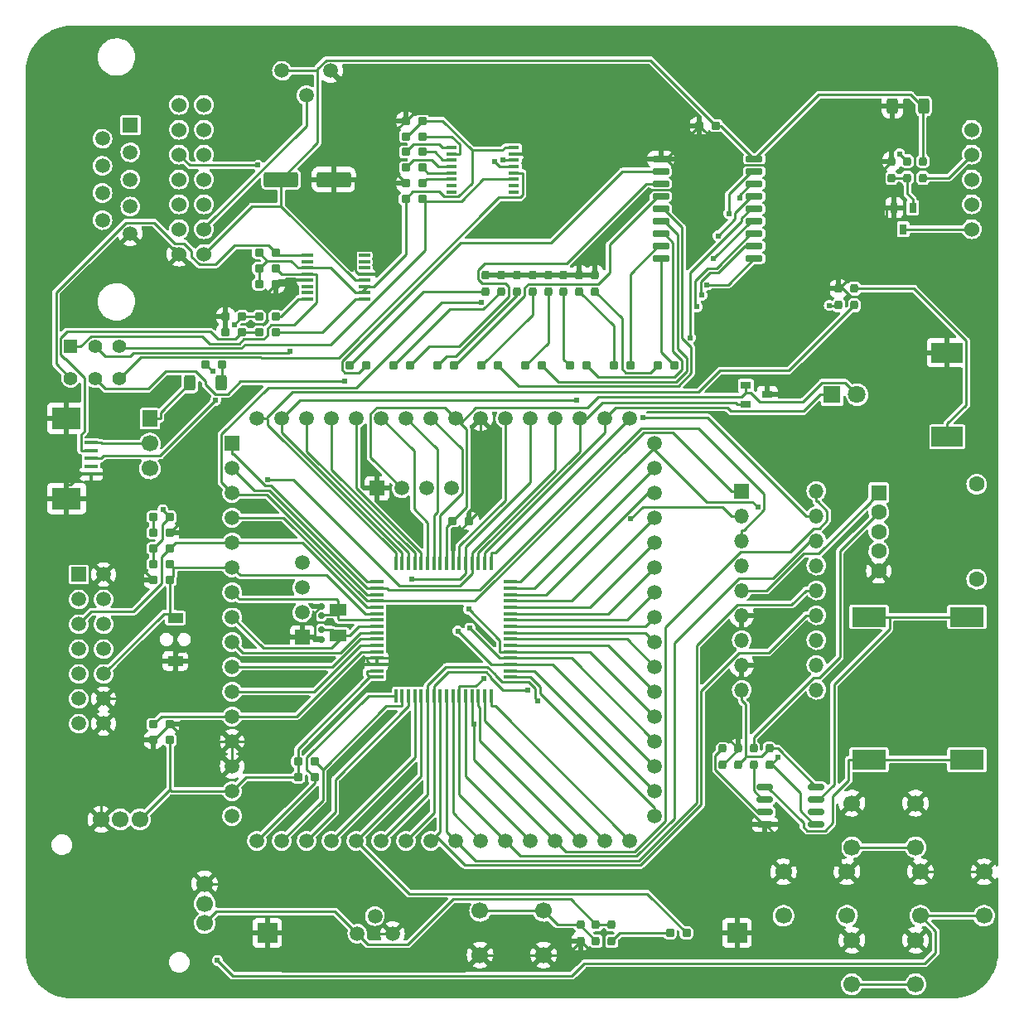
<source format=gtl>
G04 #@! TF.GenerationSoftware,KiCad,Pcbnew,(6.0.5-0)*
G04 #@! TF.CreationDate,2022-05-27T19:59:22+09:00*
G04 #@! TF.ProjectId,RL78TrainingBoard,524c3738-5472-4616-996e-696e67426f61,V1.0*
G04 #@! TF.SameCoordinates,Original*
G04 #@! TF.FileFunction,Copper,L1,Top*
G04 #@! TF.FilePolarity,Positive*
%FSLAX46Y46*%
G04 Gerber Fmt 4.6, Leading zero omitted, Abs format (unit mm)*
G04 Created by KiCad (PCBNEW (6.0.5-0)) date 2022-05-27 19:59:22*
%MOMM*%
%LPD*%
G01*
G04 APERTURE LIST*
G04 Aperture macros list*
%AMRoundRect*
0 Rectangle with rounded corners*
0 $1 Rounding radius*
0 $2 $3 $4 $5 $6 $7 $8 $9 X,Y pos of 4 corners*
0 Add a 4 corners polygon primitive as box body*
4,1,4,$2,$3,$4,$5,$6,$7,$8,$9,$2,$3,0*
0 Add four circle primitives for the rounded corners*
1,1,$1+$1,$2,$3*
1,1,$1+$1,$4,$5*
1,1,$1+$1,$6,$7*
1,1,$1+$1,$8,$9*
0 Add four rect primitives between the rounded corners*
20,1,$1+$1,$2,$3,$4,$5,0*
20,1,$1+$1,$4,$5,$6,$7,0*
20,1,$1+$1,$6,$7,$8,$9,0*
20,1,$1+$1,$8,$9,$2,$3,0*%
G04 Aperture macros list end*
G04 #@! TA.AperFunction,SMDPad,CuDef*
%ADD10RoundRect,0.300000X0.300000X0.500000X-0.300000X0.500000X-0.300000X-0.500000X0.300000X-0.500000X0*%
G04 #@! TD*
G04 #@! TA.AperFunction,ComponentPad*
%ADD11R,1.500000X1.500000*%
G04 #@! TD*
G04 #@! TA.AperFunction,ComponentPad*
%ADD12C,1.500000*%
G04 #@! TD*
G04 #@! TA.AperFunction,SMDPad,CuDef*
%ADD13R,1.100000X0.800000*%
G04 #@! TD*
G04 #@! TA.AperFunction,SMDPad,CuDef*
%ADD14RoundRect,0.200000X0.250000X0.200000X-0.250000X0.200000X-0.250000X-0.200000X0.250000X-0.200000X0*%
G04 #@! TD*
G04 #@! TA.AperFunction,SMDPad,CuDef*
%ADD15RoundRect,0.200000X-0.250000X-0.200000X0.250000X-0.200000X0.250000X0.200000X-0.250000X0.200000X0*%
G04 #@! TD*
G04 #@! TA.AperFunction,SMDPad,CuDef*
%ADD16RoundRect,0.150000X-0.150000X0.150000X-0.150000X-0.150000X0.150000X-0.150000X0.150000X0.150000X0*%
G04 #@! TD*
G04 #@! TA.AperFunction,SMDPad,CuDef*
%ADD17RoundRect,0.200000X0.200000X-0.250000X0.200000X0.250000X-0.200000X0.250000X-0.200000X-0.250000X0*%
G04 #@! TD*
G04 #@! TA.AperFunction,ComponentPad*
%ADD18R,2.000000X2.000000*%
G04 #@! TD*
G04 #@! TA.AperFunction,ComponentPad*
%ADD19C,1.700000*%
G04 #@! TD*
G04 #@! TA.AperFunction,ComponentPad*
%ADD20C,1.600000*%
G04 #@! TD*
G04 #@! TA.AperFunction,ComponentPad*
%ADD21R,1.600000X1.600000*%
G04 #@! TD*
G04 #@! TA.AperFunction,SMDPad,CuDef*
%ADD22RoundRect,0.150000X0.150000X-0.150000X0.150000X0.150000X-0.150000X0.150000X-0.150000X-0.150000X0*%
G04 #@! TD*
G04 #@! TA.AperFunction,SMDPad,CuDef*
%ADD23R,3.500000X2.000000*%
G04 #@! TD*
G04 #@! TA.AperFunction,ComponentPad*
%ADD24C,1.800000*%
G04 #@! TD*
G04 #@! TA.AperFunction,ComponentPad*
%ADD25R,1.800000X1.800000*%
G04 #@! TD*
G04 #@! TA.AperFunction,SMDPad,CuDef*
%ADD26RoundRect,0.300000X-0.300000X-0.500000X0.300000X-0.500000X0.300000X0.500000X-0.300000X0.500000X0*%
G04 #@! TD*
G04 #@! TA.AperFunction,SMDPad,CuDef*
%ADD27RoundRect,0.250000X-1.500000X-0.550000X1.500000X-0.550000X1.500000X0.550000X-1.500000X0.550000X0*%
G04 #@! TD*
G04 #@! TA.AperFunction,SMDPad,CuDef*
%ADD28RoundRect,0.200000X-0.200000X0.250000X-0.200000X-0.250000X0.200000X-0.250000X0.200000X0.250000X0*%
G04 #@! TD*
G04 #@! TA.AperFunction,SMDPad,CuDef*
%ADD29R,3.200000X2.000000*%
G04 #@! TD*
G04 #@! TA.AperFunction,SMDPad,CuDef*
%ADD30R,1.400000X0.400000*%
G04 #@! TD*
G04 #@! TA.AperFunction,ComponentPad*
%ADD31R,3.000000X2.200000*%
G04 #@! TD*
G04 #@! TA.AperFunction,ComponentPad*
%ADD32O,1.500000X1.500000*%
G04 #@! TD*
G04 #@! TA.AperFunction,SMDPad,CuDef*
%ADD33R,1.600000X1.000000*%
G04 #@! TD*
G04 #@! TA.AperFunction,ComponentPad*
%ADD34R,1.600000X1.500000*%
G04 #@! TD*
G04 #@! TA.AperFunction,SMDPad,CuDef*
%ADD35RoundRect,0.150000X-0.675000X-0.150000X0.675000X-0.150000X0.675000X0.150000X-0.675000X0.150000X0*%
G04 #@! TD*
G04 #@! TA.AperFunction,ComponentPad*
%ADD36R,1.400000X1.400000*%
G04 #@! TD*
G04 #@! TA.AperFunction,ComponentPad*
%ADD37C,1.400000*%
G04 #@! TD*
G04 #@! TA.AperFunction,SMDPad,CuDef*
%ADD38RoundRect,0.150000X0.725000X0.150000X-0.725000X0.150000X-0.725000X-0.150000X0.725000X-0.150000X0*%
G04 #@! TD*
G04 #@! TA.AperFunction,SMDPad,CuDef*
%ADD39R,1.400000X0.300000*%
G04 #@! TD*
G04 #@! TA.AperFunction,SMDPad,CuDef*
%ADD40R,0.300000X1.400000*%
G04 #@! TD*
G04 #@! TA.AperFunction,SMDPad,CuDef*
%ADD41R,1.800000X1.200000*%
G04 #@! TD*
G04 #@! TA.AperFunction,ComponentPad*
%ADD42R,1.524000X1.700000*%
G04 #@! TD*
G04 #@! TA.AperFunction,ComponentPad*
%ADD43C,1.524000*%
G04 #@! TD*
G04 #@! TA.AperFunction,SMDPad,CuDef*
%ADD44R,1.100000X0.300000*%
G04 #@! TD*
G04 #@! TA.AperFunction,SMDPad,CuDef*
%ADD45R,1.200000X0.300000*%
G04 #@! TD*
G04 #@! TA.AperFunction,SMDPad,CuDef*
%ADD46R,0.800000X1.100000*%
G04 #@! TD*
G04 #@! TA.AperFunction,ViaPad*
%ADD47C,0.609600*%
G04 #@! TD*
G04 #@! TA.AperFunction,Conductor*
%ADD48C,0.254000*%
G04 #@! TD*
G04 APERTURE END LIST*
D10*
X42100000Y41500000D03*
X38900000Y41500000D03*
D11*
X-44270000Y-6380000D03*
D12*
X-41730000Y-6380000D03*
X-44270000Y-8920000D03*
X-41730000Y-8920000D03*
X-44270000Y-11460000D03*
X-41730000Y-11460000D03*
X-44270000Y-14000000D03*
X-41730000Y-14000000D03*
X-44270000Y-16540000D03*
X-41730000Y-16540000D03*
X-44270000Y-19080000D03*
X-41730000Y-19080000D03*
X-44270000Y-21620000D03*
X-41730000Y-21620000D03*
D13*
X23900000Y12950000D03*
X23900000Y11050000D03*
X26100000Y12000000D03*
D14*
X-9150000Y33600000D03*
X-10850000Y33600000D03*
D15*
X-10850000Y35200000D03*
X-9150000Y35200000D03*
D16*
X-19500000Y-12000000D03*
X-19500000Y-13000000D03*
D17*
X6900000Y22550000D03*
X6900000Y24250000D03*
X2100000Y22550000D03*
X2100000Y24250000D03*
D15*
X-6050000Y-900000D03*
X-4350000Y-900000D03*
D14*
X-27550000Y18400000D03*
X-29250000Y18400000D03*
D18*
X-25000000Y-43000000D03*
X-25000000Y-43000000D03*
D15*
X-36650000Y-3700000D03*
X-34950000Y-3700000D03*
X-25850000Y26500000D03*
X-24150000Y26500000D03*
D19*
X34250000Y-36750000D03*
X27750000Y-36750000D03*
X27750000Y-41250000D03*
X34250000Y-41250000D03*
D17*
X21500000Y-25850000D03*
X21500000Y-24150000D03*
X35000000Y21150000D03*
X35000000Y22850000D03*
X500000Y22550000D03*
X500000Y24250000D03*
D14*
X-34950000Y-6900000D03*
X-36650000Y-6900000D03*
D17*
X26300000Y-25850000D03*
X26300000Y-24150000D03*
D12*
X-23500000Y45100000D03*
X-21000000Y42600000D03*
X-18500000Y45100000D03*
D17*
X5300000Y22550000D03*
X5300000Y24250000D03*
X38800000Y34150000D03*
X38800000Y35850000D03*
D20*
X47500000Y2850000D03*
X47500000Y-6850000D03*
X37500000Y-2000000D03*
X37500000Y-4000000D03*
D21*
X37500000Y2000000D03*
D20*
X37500000Y0D03*
X37500000Y-6000000D03*
D22*
X-19500000Y-10600000D03*
X-19500000Y-9600000D03*
D23*
X36500000Y-25300000D03*
X46500000Y-25300000D03*
X46500000Y-10700000D03*
X36500000Y-10700000D03*
D24*
X35270000Y12000000D03*
D25*
X32730000Y12000000D03*
D15*
X1400000Y15000000D03*
X3100000Y15000000D03*
D26*
X-32900000Y13200000D03*
X-29700000Y13200000D03*
D27*
X-23600000Y34000000D03*
X-18200000Y34000000D03*
D19*
X34750000Y-43750000D03*
X41250000Y-43750000D03*
X34750000Y-48250000D03*
X41250000Y-48250000D03*
D17*
X33400000Y21150000D03*
X33400000Y22850000D03*
D15*
X-12100000Y15000000D03*
X-10400000Y15000000D03*
D19*
X48250000Y-36750000D03*
X41750000Y-36750000D03*
X41750000Y-41250000D03*
X48250000Y-41250000D03*
D15*
X-36650000Y-21700000D03*
X-34950000Y-21700000D03*
X14900000Y15000000D03*
X16600000Y15000000D03*
X-7600000Y15000000D03*
X-5900000Y15000000D03*
D28*
X7000000Y-42150000D03*
X7000000Y-43850000D03*
D14*
X-9150000Y40000000D03*
X-10850000Y40000000D03*
D29*
X44500000Y7700000D03*
X44500000Y16300000D03*
D30*
X-43000000Y7100000D03*
X-43000000Y6300000D03*
X-43000000Y5500000D03*
X-43000000Y4700000D03*
X-43000000Y3900000D03*
D31*
X-45500000Y1400000D03*
X-45500000Y9600000D03*
D19*
X3250000Y-45250000D03*
X-3250000Y-45250000D03*
X3250000Y-40750000D03*
X-3250000Y-40750000D03*
D15*
X-25850000Y18400000D03*
X-24150000Y18400000D03*
D17*
X10200000Y-43850000D03*
X10200000Y-42150000D03*
D15*
X-21850000Y-25500000D03*
X-20150000Y-25500000D03*
D14*
X20850000Y39500000D03*
X19150000Y39500000D03*
D11*
X23495000Y2160000D03*
D32*
X23495000Y-380000D03*
X23495000Y-2920000D03*
X23495000Y-5460000D03*
X23495000Y-8000000D03*
X23495000Y-10540000D03*
X23495000Y-13080000D03*
X23495000Y-15620000D03*
X23495000Y-18160000D03*
X31115000Y-18160000D03*
X31115000Y-15620000D03*
X31115000Y-13080000D03*
X31115000Y-10540000D03*
X31115000Y-8000000D03*
X31115000Y-5460000D03*
X31115000Y-2920000D03*
X31115000Y-380000D03*
X31115000Y2160000D03*
D19*
X41250000Y-29750000D03*
X34750000Y-29750000D03*
X34750000Y-34250000D03*
X41250000Y-34250000D03*
D15*
X5900000Y15000000D03*
X7600000Y15000000D03*
X-25850000Y23300000D03*
X-24150000Y23300000D03*
D28*
X8600000Y-42150000D03*
X8600000Y-43850000D03*
D14*
X-29650000Y15100000D03*
X-31350000Y15100000D03*
D19*
X-31400000Y-42000000D03*
X-31400000Y-40000000D03*
X-31400000Y-38000000D03*
X-38000000Y-31400000D03*
X-40000000Y-31400000D03*
X-42000000Y-31400000D03*
D15*
X-10850000Y36800000D03*
X-9150000Y36800000D03*
D11*
X-13810000Y2430000D03*
X-21430000Y-12810000D03*
D12*
X-21430000Y-10270000D03*
X-11270000Y2430000D03*
X-8730000Y2430000D03*
X-21430000Y-7730000D03*
X-6190000Y2430000D03*
X-21430000Y-5190000D03*
D17*
X-1100000Y22550000D03*
X-1100000Y24250000D03*
D12*
X-15796000Y-43081000D03*
X-14000000Y-41285000D03*
X-12204000Y-43081000D03*
D15*
X-36650000Y-5300000D03*
X-34950000Y-5300000D03*
D33*
X-34400000Y-15200000D03*
X-34400000Y-10800000D03*
D17*
X42000000Y34150000D03*
X42000000Y35850000D03*
D34*
X-39000000Y39540000D03*
D12*
X-39000000Y36770000D03*
X-39000000Y34000000D03*
X-39000000Y31230000D03*
X-39000000Y28460000D03*
X-41840000Y38155000D03*
X-41840000Y35385000D03*
X-41840000Y32615000D03*
X-41840000Y29845000D03*
D15*
X-36650000Y-500000D03*
X-34950000Y-500000D03*
D35*
X25875000Y-28095000D03*
X25875000Y-29365000D03*
X25875000Y-30635000D03*
X25875000Y-31905000D03*
X31125000Y-31905000D03*
X31125000Y-30635000D03*
X31125000Y-29365000D03*
X31125000Y-28095000D03*
D14*
X-27550000Y20000000D03*
X-29250000Y20000000D03*
D15*
X-25850000Y20000000D03*
X-24150000Y20000000D03*
D17*
X23100000Y-25850000D03*
X23100000Y-24150000D03*
D36*
X-45100000Y16950000D03*
D37*
X-42600000Y16950000D03*
X-40100000Y16950000D03*
X-45100000Y13650000D03*
X-42600000Y13650000D03*
X-40100000Y13650000D03*
D38*
X24775000Y25920000D03*
X24775000Y27190000D03*
X24775000Y28460000D03*
X24775000Y29730000D03*
X24775000Y31000000D03*
X24775000Y32270000D03*
X24775000Y33540000D03*
X24775000Y34810000D03*
X24775000Y36080000D03*
X15225000Y36080000D03*
X15225000Y34810000D03*
X15225000Y33540000D03*
X15225000Y32270000D03*
X15225000Y31000000D03*
X15225000Y29730000D03*
X15225000Y28460000D03*
X15225000Y27190000D03*
X15225000Y25920000D03*
D11*
X-28590000Y7050000D03*
D39*
X-13800000Y-7125000D03*
X-13800000Y-7775000D03*
D12*
X-28590000Y4510000D03*
X-28590000Y1970000D03*
D39*
X-13800000Y-8425000D03*
X-13800000Y-9075000D03*
D12*
X-28590000Y-570000D03*
D39*
X-13800000Y-9725000D03*
D12*
X-28590000Y-3110000D03*
X-28590000Y-5650000D03*
D39*
X-13800000Y-10375000D03*
X-13800000Y-11025000D03*
D12*
X-28590000Y-8190000D03*
X-28590000Y-10730000D03*
D39*
X-13800000Y-11675000D03*
X-13800000Y-12325000D03*
D12*
X-28590000Y-13270000D03*
X-28590000Y-15810000D03*
D39*
X-13800000Y-12975000D03*
X-13800000Y-13625000D03*
D12*
X-28590000Y-18350000D03*
D39*
X-13800000Y-14275000D03*
D12*
X-28590000Y-20890000D03*
D39*
X-13800000Y-14925000D03*
D12*
X-28590000Y-23430000D03*
X-28590000Y-25970000D03*
D39*
X-13850000Y-15575000D03*
X-13800000Y-16225000D03*
D12*
X-28590000Y-28510000D03*
D39*
X-13800000Y-16875000D03*
D12*
X-28590000Y-31050000D03*
D40*
X-11875000Y-18800000D03*
D12*
X-26050000Y-33590000D03*
D40*
X-11225000Y-18800000D03*
D12*
X-23510000Y-33590000D03*
X-20970000Y-33590000D03*
D40*
X-10575000Y-18800000D03*
D12*
X-18430000Y-33590000D03*
D40*
X-9925000Y-18800000D03*
D12*
X-15890000Y-33590000D03*
D40*
X-9275000Y-18800000D03*
X-8625000Y-18800000D03*
D12*
X-13350000Y-33590000D03*
X-10810000Y-33590000D03*
D40*
X-7975000Y-18800000D03*
X-7325000Y-18800000D03*
D12*
X-8270000Y-33590000D03*
D40*
X-6675000Y-18800000D03*
D12*
X-5730000Y-33590000D03*
D40*
X-6025000Y-18800000D03*
D12*
X-3190000Y-33590000D03*
D40*
X-5375000Y-18800000D03*
D12*
X-650000Y-33590000D03*
X1890000Y-33590000D03*
D40*
X-4725000Y-18800000D03*
X-4075000Y-18800000D03*
D12*
X4430000Y-33590000D03*
D40*
X-3425000Y-18800000D03*
D12*
X6970000Y-33590000D03*
X9510000Y-33590000D03*
D40*
X-2775000Y-18800000D03*
X-2125000Y-18800000D03*
D12*
X12050000Y-33590000D03*
X14590000Y-31050000D03*
D39*
X-200000Y-16875000D03*
X-200000Y-16225000D03*
D12*
X14590000Y-28510000D03*
X14590000Y-25970000D03*
D39*
X-200000Y-15575000D03*
D12*
X14590000Y-23430000D03*
D39*
X-200000Y-14925000D03*
D12*
X14590000Y-20890000D03*
D39*
X-200000Y-14275000D03*
X-200000Y-13625000D03*
D12*
X14590000Y-18350000D03*
D39*
X-200000Y-12975000D03*
D12*
X14590000Y-15810000D03*
D39*
X-200000Y-12325000D03*
D12*
X14590000Y-13270000D03*
D39*
X-200000Y-11675000D03*
D12*
X14590000Y-10730000D03*
D39*
X-200000Y-11025000D03*
D12*
X14590000Y-8190000D03*
X14590000Y-5650000D03*
D39*
X-200000Y-10375000D03*
D12*
X14590000Y-3110000D03*
D39*
X-200000Y-9725000D03*
X-200000Y-9075000D03*
D12*
X14590000Y-570000D03*
X14590000Y1970000D03*
D39*
X-200000Y-8425000D03*
X-200000Y-7775000D03*
D12*
X14590000Y4510000D03*
D39*
X-200000Y-7125000D03*
D12*
X14590000Y7050000D03*
X12050000Y9590000D03*
D40*
X-2125000Y-5200000D03*
X-2775000Y-5200000D03*
D12*
X9510000Y9590000D03*
D40*
X-3425000Y-5200000D03*
D12*
X6970000Y9590000D03*
D40*
X-4075000Y-5200000D03*
D12*
X4430000Y9590000D03*
D40*
X-4725000Y-5200000D03*
D12*
X1890000Y9590000D03*
X-650000Y9590000D03*
D40*
X-5375000Y-5200000D03*
X-6025000Y-5200000D03*
D12*
X-3190000Y9590000D03*
D40*
X-6675000Y-5200000D03*
D12*
X-5730000Y9590000D03*
X-8270000Y9590000D03*
D40*
X-7325000Y-5200000D03*
D12*
X-10810000Y9590000D03*
D40*
X-7975000Y-5200000D03*
D12*
X-13350000Y9590000D03*
D40*
X-8625000Y-5200000D03*
X-9275000Y-5200000D03*
D12*
X-15890000Y9590000D03*
D40*
X-9925000Y-5200000D03*
D12*
X-18430000Y9590000D03*
X-20970000Y9590000D03*
D40*
X-10575000Y-5200000D03*
D12*
X-23510000Y9590000D03*
D40*
X-11225000Y-5200000D03*
X-11875000Y-5200000D03*
D12*
X-26050000Y9590000D03*
D41*
X-17800000Y-12600000D03*
X-17800000Y-10000000D03*
D15*
X-36650000Y-2100000D03*
X-34950000Y-2100000D03*
D42*
X-37000000Y9540000D03*
D19*
X-37000000Y7000000D03*
X-37000000Y4460000D03*
D15*
X-10850000Y32000000D03*
X-9150000Y32000000D03*
D17*
X3700000Y22550000D03*
X3700000Y24250000D03*
X40400000Y34150000D03*
X40400000Y35850000D03*
D15*
X-25850000Y24900000D03*
X-24150000Y24900000D03*
D17*
X8500000Y22550000D03*
X8500000Y24250000D03*
D15*
X-16600000Y15000000D03*
X-14900000Y15000000D03*
X16150000Y-43000000D03*
X17850000Y-43000000D03*
D43*
X47000000Y34000000D03*
X-31460000Y26380000D03*
X-34000000Y26380000D03*
X-31460000Y28920000D03*
X-34000000Y28920000D03*
X-31460000Y31460000D03*
X-34000000Y31460000D03*
X-31460000Y34000000D03*
X-34000000Y34000000D03*
X-31460000Y36540000D03*
X-34000000Y36540000D03*
X-31460000Y39080000D03*
X-34000000Y39080000D03*
X-31460000Y41620000D03*
X-34000000Y41620000D03*
X47000000Y36540000D03*
X47000000Y39080000D03*
X47000000Y28920000D03*
X47000000Y31460000D03*
D18*
X23000000Y-43000000D03*
X23000000Y-43000000D03*
D28*
X24700000Y-24150000D03*
X24700000Y-25850000D03*
D44*
X-6200000Y37275000D03*
X-6200000Y36625000D03*
X-6200000Y35975000D03*
X-6200000Y35325000D03*
X-6200000Y34675000D03*
X-6200000Y34025000D03*
X-6200000Y33375000D03*
X-6200000Y32725000D03*
X200000Y32725000D03*
X200000Y33375000D03*
X200000Y34025000D03*
X200000Y34675000D03*
X200000Y35325000D03*
X200000Y35975000D03*
X200000Y36625000D03*
X200000Y37275000D03*
D45*
X-20900000Y26222500D03*
X-20900000Y25587500D03*
X-20900000Y24952500D03*
X-20900000Y24317500D03*
X-20900000Y23700000D03*
X-20900000Y23047500D03*
X-20900000Y22412500D03*
X-20900000Y21777500D03*
X-15100000Y21777500D03*
X-15100000Y22412500D03*
X-15100000Y23047500D03*
X-15100000Y23682500D03*
X-15100000Y24317500D03*
X-15100000Y24952500D03*
X-15100000Y25587500D03*
X-15100000Y26222500D03*
D17*
X-2700000Y22550000D03*
X-2700000Y24250000D03*
D15*
X-10850000Y38400000D03*
X-9150000Y38400000D03*
X-3100000Y15000000D03*
X-1400000Y15000000D03*
X-21850000Y-27100000D03*
X-20150000Y-27100000D03*
X10400000Y15000000D03*
X12100000Y15000000D03*
X-36650000Y-23300000D03*
X-34950000Y-23300000D03*
D46*
X40950000Y31100000D03*
X39050000Y31100000D03*
X40000000Y28900000D03*
D47*
X-30590200Y14404100D03*
X-35661900Y262900D03*
X-40000000Y10000000D03*
X25000000Y45000000D03*
X-45000000Y45000000D03*
X40000000Y-5000000D03*
X10000000Y40000000D03*
X45000000Y-30000000D03*
X30000000Y45000000D03*
X0Y30000000D03*
X0Y45000000D03*
X5000000Y45000000D03*
X-45000000Y-45000000D03*
X-30000000Y-35000000D03*
X-20000000Y-45000000D03*
X15000000Y40000000D03*
X40000000Y45000000D03*
X45000000Y-5000000D03*
X30000000Y30000000D03*
X45000000Y-20000000D03*
X-40000000Y-35000000D03*
X40000000Y25000000D03*
X-45000000Y30000000D03*
X45000000Y0D03*
X45000000Y25000000D03*
X5000000Y35000000D03*
X-45000000Y40000000D03*
X45000000Y40000000D03*
X25000000Y20000000D03*
X-5888300Y-2413600D03*
X35000000Y-20000000D03*
X20000000Y35000000D03*
X45000000Y45000000D03*
X-10000000Y45000000D03*
X45000000Y-15000000D03*
X-45000000Y-25000000D03*
X-40000000Y25000000D03*
X10000000Y45000000D03*
X35000000Y45000000D03*
X40000000Y-20000000D03*
X40000000Y-15000000D03*
X-45000000Y20000000D03*
X20000000Y45000000D03*
X25000000Y40000000D03*
X45000000Y-45000000D03*
X5000000Y40000000D03*
X20000000Y-40000000D03*
X35000000Y40000000D03*
X20000000Y-35000000D03*
X-35000000Y-35000000D03*
X35000000Y5000000D03*
X30000000Y-45000000D03*
X-40000000Y-40000000D03*
X-45000000Y35000000D03*
X-35000000Y-40000000D03*
X-15000000Y45000000D03*
X-45000000Y-40000000D03*
X30000000Y20000000D03*
X-35000000Y20000000D03*
X-40000000Y-45000000D03*
X25000000Y-35000000D03*
X-45000000Y-30000000D03*
X-5000000Y45000000D03*
X-30295400Y11406200D03*
X-28355900Y19155900D03*
X-933800Y36035200D03*
X-1775500Y35834100D03*
X-22714300Y16414300D03*
X-17125600Y13365600D03*
X32441000Y21119100D03*
X39617300Y36609500D03*
X25141700Y488800D03*
X27186300Y-25064000D03*
X-24930800Y3322600D03*
X-10225600Y-6863100D03*
X-30100000Y-45800000D03*
X19944400Y23228600D03*
X19405500Y22172200D03*
X18929100Y20991800D03*
X20622900Y25891800D03*
X18246000Y17821600D03*
X21056100Y28244400D03*
X23304900Y32139900D03*
X22169200Y30513400D03*
X-5530400Y-12145000D03*
X-4297100Y-11858400D03*
X-4411500Y-9914400D03*
X-3891100Y-21665800D03*
X13425500Y9670700D03*
X-2900500Y-16967800D03*
X-25949900Y35447500D03*
X1620300Y-18185200D03*
X2662800Y-19268500D03*
X-3161700Y21422100D03*
X12090100Y-703800D03*
X6632000Y11471600D03*
D48*
X6015900Y-39565900D02*
X8600000Y-42150000D01*
X42000000Y41400000D02*
X40744100Y42655900D01*
X-26588000Y31252000D02*
X-23600000Y31252000D01*
X-35661900Y211900D02*
X-35661900Y262900D01*
X-15100000Y23682500D02*
X-16030500Y23682500D01*
X-14315200Y-16875000D02*
X-14540900Y-16875000D01*
X7727100Y10670500D02*
X8837200Y11780600D01*
X-14707900Y-44169100D02*
X-10615600Y-44169100D01*
X-6050000Y-900000D02*
X-6675000Y-1525000D01*
X-11270000Y2430000D02*
X-14440900Y5600900D01*
X-34950000Y-500000D02*
X-35731400Y-1281400D01*
X23900000Y12950000D02*
X23900000Y12219500D01*
X-15796000Y-43081000D02*
X-14707900Y-44169100D01*
X-31400000Y-42000000D02*
X-30200000Y-40800000D01*
X-6675000Y-1525000D02*
X-6675000Y-5200000D01*
X-18976700Y46191400D02*
X14158600Y46191400D01*
X-13800000Y-16875000D02*
X-14315200Y-16875000D01*
X-34790000Y-28510000D02*
X-34950000Y-28350000D01*
X-4614600Y8474600D02*
X-4614600Y535400D01*
X-34950000Y-500000D02*
X-35661900Y211900D01*
X23461100Y11780600D02*
X23900000Y12219500D01*
X-6837400Y10697400D02*
X-5730000Y9590000D01*
X-21850000Y-24184100D02*
X-14540900Y-16875000D01*
X-5249500Y9109600D02*
X-3688600Y10670500D01*
X-35731400Y-2781400D02*
X-36650000Y-3700000D01*
X-14540900Y-16875000D02*
X-14830500Y-16585400D01*
X-31460000Y26380000D02*
X-26588000Y31252000D01*
X31350900Y42655900D02*
X24775000Y36080000D01*
X24410400Y12219500D02*
X23900000Y12219500D01*
X-30200000Y-40800000D02*
X-18077000Y-40800000D01*
X-14440900Y5600900D02*
X-14440900Y10085600D01*
X8837200Y11780600D02*
X23461100Y11780600D01*
X-10615600Y-44169100D02*
X-6012400Y-39565900D01*
X-31286100Y15100000D02*
X-30590200Y14404100D01*
X-23600000Y34000000D02*
X-19870000Y37730000D01*
X-5249500Y9109600D02*
X-4614600Y8474600D01*
X-21850000Y-27100000D02*
X-21850000Y-25500000D01*
X35270000Y12000000D02*
X34039400Y13230600D01*
X-14830500Y-16585400D02*
X-14830500Y-16225000D01*
X14158600Y46191400D02*
X20850000Y39500000D01*
X-19870000Y45298100D02*
X-18976700Y46191400D01*
X-13800000Y-16225000D02*
X-14830500Y-16225000D01*
X31686500Y13230600D02*
X29725300Y11269400D01*
X23907900Y-25042100D02*
X23100000Y-25850000D01*
X-16030500Y23682500D02*
X-23600000Y31252000D01*
X-31350000Y15100000D02*
X-31286100Y15100000D01*
X23907900Y-24931400D02*
X23907900Y-25042100D01*
X23495000Y-19240500D02*
X23907900Y-19653400D01*
X-23600000Y31252000D02*
X-23600000Y34000000D01*
X-34950000Y-23300000D02*
X-34950000Y-28350000D01*
X-36650000Y-5300000D02*
X-36650000Y-3700000D01*
X25360500Y11269400D02*
X24410400Y12219500D01*
X-3688600Y10670500D02*
X7727100Y10670500D01*
X23495000Y-18160000D02*
X23495000Y-19240500D01*
X-4614600Y535400D02*
X-6050000Y-900000D01*
X-14440900Y10085600D02*
X-13829100Y10697400D01*
X31125000Y-28095000D02*
X27180000Y-24150000D01*
X-19870000Y45100000D02*
X-23500000Y45100000D01*
X-19870000Y37730000D02*
X-19870000Y45100000D01*
X27180000Y-24150000D02*
X26300000Y-24150000D01*
X-28590000Y-28510000D02*
X-34790000Y-28510000D01*
X34039400Y13230600D02*
X31686500Y13230600D01*
X-27180000Y-27100000D02*
X-28590000Y-28510000D01*
X-21850000Y-27100000D02*
X-27180000Y-27100000D01*
X-13829100Y10697400D02*
X-6837400Y10697400D01*
X42000000Y41400000D02*
X42000000Y35850000D01*
X25518600Y-24931400D02*
X26300000Y-24150000D01*
X20850000Y39500000D02*
X21355000Y39500000D01*
X42100000Y41500000D02*
X42000000Y41400000D01*
X23907900Y-24931400D02*
X25518600Y-24931400D01*
X21355000Y39500000D02*
X24775000Y36080000D01*
X40744100Y42655900D02*
X31350900Y42655900D01*
X29725300Y11269400D02*
X25360500Y11269400D01*
X-35731400Y-1281400D02*
X-35731400Y-2781400D01*
X-19870000Y45100000D02*
X-19870000Y45298100D01*
X23907900Y-19653400D02*
X23907900Y-24931400D01*
X8600000Y-42150000D02*
X10200000Y-42150000D01*
X-21850000Y-25500000D02*
X-21850000Y-24184100D01*
X-34950000Y-28350000D02*
X-38000000Y-31400000D01*
X-6012400Y-39565900D02*
X6015900Y-39565900D01*
X-5730000Y9590000D02*
X-5249500Y9109600D01*
X-18077000Y-40800000D02*
X-15796000Y-43081000D01*
X-29250000Y22526600D02*
X-29250000Y20000000D01*
X-36650000Y-6900000D02*
X-39450000Y-4100000D01*
X-5888300Y-2413600D02*
X-6025000Y-2550300D01*
X-29942600Y-9642600D02*
X-25677900Y-9642600D01*
X-29250000Y20000000D02*
X-29250000Y18400000D01*
X-2700000Y24250000D02*
X-1100000Y24250000D01*
X-41969500Y3900000D02*
X-41630000Y3900000D01*
X-20131100Y-12810000D02*
X-19690000Y-12810000D01*
X15759500Y36080000D02*
X15759500Y36109500D01*
X-12703100Y39303100D02*
X-18500000Y45100000D01*
X-31200000Y-11840311D02*
X-31200000Y-10900000D01*
X38900000Y35950000D02*
X38900000Y41500000D01*
X23000000Y-41500000D02*
X23000000Y-43000000D01*
X-42000000Y-25250000D02*
X-42000000Y-31400000D01*
X-33220000Y-23430000D02*
X-28590000Y-23430000D01*
X7791100Y-44641100D02*
X7000000Y-43850000D01*
X-28590000Y-23430000D02*
X-23750900Y-23430000D01*
X-4900000Y-46900000D02*
X-3250000Y-45250000D01*
X41250000Y-43750000D02*
X38000000Y-40500000D01*
X-10850000Y40000000D02*
X-11546900Y39303100D01*
X-14830500Y-15215300D02*
X-14830500Y-14925000D01*
X20296000Y-24152700D02*
X21080100Y-23368600D01*
X42184000Y-1316000D02*
X42184000Y12653500D01*
X-20131100Y-12810000D02*
X-21430000Y-12810000D01*
X-11546900Y39303100D02*
X-11691400Y39303100D01*
X-16030500Y24665600D02*
X-16030500Y34000000D01*
X15759500Y36109500D02*
X19150000Y39500000D01*
X35735500Y21616700D02*
X35735500Y19306400D01*
X-13800000Y-14925000D02*
X-14830500Y-14925000D01*
X-45500000Y5369500D02*
X-44030500Y3900000D01*
X38000000Y-40500000D02*
X34750000Y-43750000D01*
X-45500000Y1400000D02*
X-45500000Y2830500D01*
X1080500Y37619400D02*
X1080500Y36625000D01*
X27750000Y-36750000D02*
X23000000Y-41500000D01*
X42824100Y19306400D02*
X44500000Y17630500D01*
X-38642400Y912400D02*
X-38642400Y-3292400D01*
X33400000Y22850000D02*
X33403100Y22850000D01*
X28430600Y-36069400D02*
X27750000Y-36750000D01*
X38319500Y27766400D02*
X38319500Y31100000D01*
X-43000000Y3900000D02*
X-41969500Y3900000D01*
X33569400Y-36069400D02*
X34250000Y-36750000D01*
X-1100000Y24250000D02*
X500000Y24250000D01*
X37696400Y35445000D02*
X38045700Y35095700D01*
X28429100Y12000000D02*
X26100000Y12000000D01*
X-34155300Y-1305300D02*
X-34155300Y-50200D01*
X-39450000Y-4100000D02*
X-41730000Y-6380000D01*
X-14450000Y-15575000D02*
X-14470800Y-15575000D01*
X-24923400Y22526600D02*
X-24150000Y23300000D01*
X38045700Y35095700D02*
X38800000Y35850000D01*
X-19080900Y-38000000D02*
X-31400000Y-38000000D01*
X-25000000Y-43000000D02*
X-25000000Y-45300000D01*
X23495000Y-15620000D02*
X23495000Y-16700500D01*
X25630800Y-31905000D02*
X20296000Y-26570200D01*
X-35117900Y912400D02*
X-38642400Y912400D01*
X-22510500Y-12810000D02*
X-21430000Y-12810000D01*
X38045700Y31373800D02*
X38045700Y35095700D01*
X3250000Y-45250000D02*
X5600000Y-45250000D01*
X-34400000Y-15200000D02*
X-34400000Y-16030500D01*
X19150000Y39500000D02*
X23205000Y35445000D01*
X-24150000Y23300000D02*
X-23750000Y23700000D01*
X-25000000Y-45300000D02*
X-23400000Y-46900000D01*
X-4350000Y-900000D02*
X-3190000Y260000D01*
X22318600Y-23368600D02*
X22318600Y-17764900D01*
X-43000000Y3900000D02*
X-44030500Y3900000D01*
X-14450000Y-15575000D02*
X-13850000Y-15575000D01*
X20296000Y-26570200D02*
X20296000Y-24152700D01*
X8500000Y24250000D02*
X6900000Y24250000D01*
X-23750000Y23700000D02*
X-20900000Y23700000D01*
X14304500Y32905000D02*
X16193100Y32905000D01*
X44500000Y16300000D02*
X44500000Y17630500D01*
X-36550000Y-23300000D02*
X-36650000Y-23300000D01*
X-4350000Y-900000D02*
X-5863500Y-2413500D01*
X5600000Y-45250000D02*
X7000000Y-43850000D01*
X-15100000Y24317500D02*
X-15682400Y24317500D01*
X-34400000Y-15200000D02*
X-34400000Y-14500000D01*
X16474100Y33186000D02*
X16474100Y35365400D01*
X-20131100Y-10231100D02*
X-19500000Y-9600000D01*
X48250000Y-36750000D02*
X41750000Y-36750000D01*
X33569400Y-30930600D02*
X33569400Y-36069400D01*
X-11691400Y39303100D02*
X-12703100Y39303100D01*
X-5888300Y-2413500D02*
X-5888300Y-2413600D01*
X16193100Y32905000D02*
X16474100Y33186000D01*
X34620300Y22000100D02*
X35352100Y22000100D01*
X-14470800Y-15575000D02*
X-14830500Y-15215300D01*
X-34100000Y-14200000D02*
X-33559689Y-14200000D01*
X15225000Y36080000D02*
X1625500Y36080000D01*
X-23750900Y-23430000D02*
X-15895900Y-15575000D01*
X22318600Y-17764900D02*
X23383000Y-16700500D01*
X-31200000Y-10900000D02*
X-29942600Y-9642600D01*
X-20131100Y-12810000D02*
X-20131100Y-10231100D01*
X28430600Y-36069400D02*
X28430600Y-34460600D01*
X-16030500Y34000000D02*
X-12132800Y34000000D01*
X-34950000Y-21700000D02*
X-33220000Y-23430000D01*
X-30146600Y22526600D02*
X-29250000Y22526600D01*
X23383000Y-16700500D02*
X23495000Y-16700500D01*
X37500000Y-6000000D02*
X42184000Y-1316000D01*
X28430600Y-34460600D02*
X25875000Y-31905000D01*
X41750000Y-36750000D02*
X38000000Y-40500000D01*
X-34400000Y-14500000D02*
X-34100000Y-14200000D01*
X35735500Y19306400D02*
X42824100Y19306400D01*
X3250000Y-45250000D02*
X-3250000Y-45250000D01*
X-45500000Y2830500D02*
X-45100000Y2830500D01*
X500000Y24250000D02*
X2100000Y24250000D01*
X38800000Y35850000D02*
X38900000Y35950000D01*
X19858900Y-44641100D02*
X7791100Y-44641100D01*
X-41630000Y3900000D02*
X-38642400Y912400D01*
X23100000Y-24250000D02*
X21500000Y-25850000D01*
X22318600Y-23368600D02*
X23100000Y-24150000D01*
X-25677900Y-9642600D02*
X-22510500Y-12810000D01*
X-34000000Y26380000D02*
X-30146600Y22526600D01*
X33586800Y23033700D02*
X34620300Y22000100D01*
X-34950000Y-21700000D02*
X-36550000Y-23300000D01*
X38000000Y-40500000D02*
X34250000Y-36750000D01*
X-33559689Y-14200000D02*
X-31200000Y-11840311D01*
X38319500Y31100000D02*
X38045700Y31373800D01*
X39050000Y31100000D02*
X38319500Y31100000D01*
X-34950000Y-2100000D02*
X-34155300Y-1305300D01*
X15759500Y36080000D02*
X15225000Y36080000D01*
X-16030500Y34000000D02*
X-18200000Y34000000D01*
X-11691400Y34441400D02*
X-10850000Y33600000D01*
X-12132800Y34000000D02*
X-11691400Y34441400D01*
X-11691400Y39303100D02*
X-11691400Y34441400D01*
X-15682400Y24317500D02*
X-16030500Y24665600D01*
X8500000Y24250000D02*
X8500000Y27100500D01*
X-40050000Y-23300000D02*
X-41730000Y-21620000D01*
X-29250000Y22526600D02*
X-24923400Y22526600D01*
X23205000Y35445000D02*
X37696400Y35445000D01*
X3700000Y24250000D02*
X5300000Y24250000D01*
X8500000Y27100500D02*
X14304500Y32905000D01*
X200000Y36625000D02*
X1080500Y36625000D01*
X-37449500Y-19080000D02*
X-34400000Y-16030500D01*
X-2073200Y40773100D02*
X1080500Y37619400D01*
X-38642400Y-3292400D02*
X-39450000Y-4100000D01*
X16474100Y35365400D02*
X15759500Y36080000D01*
X-36650000Y-23300000D02*
X-40050000Y-23300000D01*
X42184000Y12653500D02*
X44500000Y14969500D01*
X21080100Y-23368600D02*
X22318600Y-23368600D01*
X-23400000Y-46900000D02*
X-4900000Y-46900000D01*
X-10076900Y40773100D02*
X-2073200Y40773100D01*
X-3190000Y260000D02*
X-3190000Y9590000D01*
X6900000Y24250000D02*
X5300000Y24250000D01*
X-34155300Y-50200D02*
X-35117900Y912400D01*
X-45500000Y9600000D02*
X-45500000Y5369500D01*
X-41730000Y-19080000D02*
X-37449500Y-19080000D01*
X23100000Y-24150000D02*
X23100000Y-24250000D01*
X-10850000Y40000000D02*
X-10076900Y40773100D01*
X21500000Y-43000000D02*
X19858900Y-44641100D01*
X-45100000Y2830500D02*
X-44030500Y3900000D01*
X-13999900Y-43081000D02*
X-19080900Y-38000000D01*
X33569400Y-36069400D02*
X28430600Y-36069400D01*
X25875000Y-31905000D02*
X25630800Y-31905000D01*
X2100000Y24250000D02*
X3700000Y24250000D01*
X33403100Y22850000D02*
X33586800Y23033700D01*
X-6025000Y-2550300D02*
X-6025000Y-5200000D01*
X35352100Y22000100D02*
X35735500Y21616700D01*
X33586800Y23033700D02*
X38319500Y27766400D01*
X44500000Y16300000D02*
X44500000Y14969500D01*
X-28590000Y-23430000D02*
X-28590000Y-25970000D01*
X34750000Y-29750000D02*
X33569400Y-30930600D01*
X-15895900Y-15575000D02*
X-14450000Y-15575000D01*
X23000000Y-43000000D02*
X21500000Y-43000000D01*
X35735500Y19306400D02*
X28429100Y12000000D01*
X-5863500Y-2413500D02*
X-5888300Y-2413500D01*
X-19690000Y-12810000D02*
X-19500000Y-13000000D01*
X1625500Y36080000D02*
X1080500Y36625000D01*
X-12204000Y-43081000D02*
X-13999900Y-43081000D01*
X-40050000Y-23300000D02*
X-42000000Y-25250000D01*
X-43000000Y5500000D02*
X-41969500Y5500000D01*
X-41700100Y5769400D02*
X-41969500Y5500000D01*
X-25850000Y20000000D02*
X-27550000Y20000000D01*
X-27550000Y20000000D02*
X-27550000Y19961800D01*
X-30295400Y11406200D02*
X-35932200Y5769400D01*
X-35932200Y5769400D02*
X-41700100Y5769400D01*
X-27550000Y19961800D02*
X-28355900Y19155900D01*
X-30031400Y17668600D02*
X-30810200Y18447400D01*
X-45490300Y18447400D02*
X-46130600Y17807100D01*
X-28281400Y17668600D02*
X-30031400Y17668600D01*
X-43000000Y6300000D02*
X-44030500Y6300000D01*
X-27550000Y18400000D02*
X-28281400Y17668600D01*
X-45600600Y15700000D02*
X-43669400Y13768800D01*
X-44030500Y7912200D02*
X-44030500Y6300000D01*
X-30810200Y18447400D02*
X-45490300Y18447400D01*
X-43669400Y8273300D02*
X-44030500Y7912200D01*
X-25850000Y18400000D02*
X-27550000Y18400000D01*
X-46130600Y16113200D02*
X-45717400Y15700000D01*
X-45717400Y15700000D02*
X-45600600Y15700000D01*
X-43669400Y13768800D02*
X-43669400Y8273300D01*
X-46130600Y17807100D02*
X-46130600Y16113200D01*
X-5458400Y32244400D02*
X-6951500Y32244400D01*
X-4053000Y36979100D02*
X-4053000Y33649800D01*
X-4053000Y36979100D02*
X-976400Y36979100D01*
X-21365200Y24952500D02*
X-21830500Y24952500D01*
X-7073900Y40000000D02*
X-4053000Y36979100D01*
X-9150000Y40000000D02*
X-7073900Y40000000D01*
X-25050000Y25700000D02*
X-25850000Y26500000D01*
X-14783400Y23047500D02*
X-15413000Y22417900D01*
X-976400Y36979100D02*
X-680500Y37275000D01*
X-14634700Y23047500D02*
X-14783400Y23047500D01*
X-22578000Y25700000D02*
X-25050000Y25700000D01*
X-18570500Y24952500D02*
X-16030500Y22412500D01*
X-15100000Y23047500D02*
X-14783400Y23047500D01*
X-15100000Y22412500D02*
X-15413000Y22412500D01*
X-4053000Y33649800D02*
X-5458400Y32244400D01*
X-6951500Y32244400D02*
X-7444600Y32737500D01*
X-15413000Y22412500D02*
X-16030500Y22412500D01*
X-21830500Y24952500D02*
X-22578000Y25700000D01*
X-10112500Y32737500D02*
X-10850000Y32000000D01*
X-20900000Y24952500D02*
X-18570500Y24952500D01*
X-21365200Y24952500D02*
X-20900000Y24952500D01*
X-10850000Y26367000D02*
X-14169500Y23047500D01*
X-25850000Y24900000D02*
X-25850000Y23300000D01*
X200000Y37275000D02*
X-680500Y37275000D01*
X-10850000Y32000000D02*
X-10850000Y26367000D01*
X-25050000Y25700000D02*
X-25850000Y24900000D01*
X-10850000Y38400000D02*
X-10750000Y38400000D01*
X-15413000Y22417900D02*
X-15413000Y22412500D01*
X-7444600Y32737500D02*
X-10112500Y32737500D01*
X-10750000Y38400000D02*
X-9150000Y40000000D01*
X-14634700Y23047500D02*
X-14169500Y23047500D01*
X-34600000Y-5650000D02*
X-34600000Y-6550000D01*
X-34950000Y-10384700D02*
X-35574700Y-10384700D01*
X-34400000Y-10800000D02*
X-34400000Y-10384700D01*
X-28590000Y-5650000D02*
X-34600000Y-5650000D01*
X-27780000Y-6460000D02*
X-28590000Y-5650000D01*
X-13800000Y-10375000D02*
X-15013600Y-10375000D01*
X-35574700Y-10384700D02*
X-41730000Y-16540000D01*
X-15013600Y-10375000D02*
X-18928600Y-6460000D01*
X-34950000Y-6900000D02*
X-34950000Y-10384700D01*
X-34600000Y-5650000D02*
X-34950000Y-5300000D01*
X-18928600Y-6460000D02*
X-27780000Y-6460000D01*
X-34400000Y-10384700D02*
X-34950000Y-10384700D01*
X-34600000Y-6550000D02*
X-34950000Y-6900000D01*
X-6200000Y37275000D02*
X-7080500Y37275000D01*
X-7413400Y37607900D02*
X-10042100Y37607900D01*
X-7080500Y37275000D02*
X-7413400Y37607900D01*
X-10042100Y37607900D02*
X-10850000Y36800000D01*
X-6200000Y35975000D02*
X-7080500Y35975000D01*
X-7905500Y36800000D02*
X-9150000Y36800000D01*
X-7080500Y35975000D02*
X-7905500Y36800000D01*
X-8210800Y36007900D02*
X-10042100Y36007900D01*
X-7527900Y35325000D02*
X-8210800Y36007900D01*
X-6200000Y35325000D02*
X-7527900Y35325000D01*
X-10042100Y36007900D02*
X-10850000Y35200000D01*
X-9150000Y35200000D02*
X-8625000Y34675000D01*
X-8625000Y34675000D02*
X-6200000Y34675000D01*
X-25429500Y-13890500D02*
X-28590000Y-10730000D01*
X-17184700Y-12600000D02*
X-18475200Y-13890500D01*
X-16569500Y-12600000D02*
X-15644500Y-11675000D01*
X-19500000Y-12000100D02*
X-19500000Y-12000000D01*
X-17184700Y-12600000D02*
X-16569500Y-12600000D01*
X-18399900Y-12000100D02*
X-19500000Y-12000100D01*
X-18475200Y-13890500D02*
X-25429500Y-13890500D01*
X-17800000Y-12600000D02*
X-17184700Y-12600000D01*
X-17800000Y-12600000D02*
X-18399900Y-12000100D01*
X-15644500Y-11675000D02*
X-13800000Y-11675000D01*
X-5319500Y37571700D02*
X-5319500Y36625000D01*
X-6147800Y38400000D02*
X-5319500Y37571700D01*
X-6200000Y36625000D02*
X-5319500Y36625000D01*
X-9150000Y38400000D02*
X-6147800Y38400000D01*
X-6200000Y34025000D02*
X-8725000Y34025000D01*
X-8725000Y34025000D02*
X-9150000Y33600000D01*
X-17800000Y-10466400D02*
X-17800000Y-10930500D01*
X-17964100Y-8905400D02*
X-27874600Y-8905400D01*
X-17800000Y-10000000D02*
X-17800000Y-9069500D01*
X-19366400Y-10466400D02*
X-19500000Y-10600000D01*
X-17800000Y-10233200D02*
X-17800000Y-10466400D01*
X-17800000Y-9069500D02*
X-17964100Y-8905400D01*
X-17705500Y-11025000D02*
X-17800000Y-10930500D01*
X-17800000Y-10466400D02*
X-19366400Y-10466400D01*
X-17800000Y-10233200D02*
X-17800000Y-10000000D01*
X-27874600Y-8905400D02*
X-28590000Y-8190000D01*
X-13800000Y-11025000D02*
X-17705500Y-11025000D01*
X-15419300Y-14275000D02*
X-13800000Y-14275000D01*
X-36650000Y-21700000D02*
X-35840000Y-20890000D01*
X-28590000Y-20890000D02*
X-22034300Y-20890000D01*
X-35840000Y-20890000D02*
X-28590000Y-20890000D01*
X-22034300Y-20890000D02*
X-15419300Y-14275000D01*
X8600000Y-43850000D02*
X7000000Y-42250000D01*
X1855700Y-16875000D02*
X830500Y-16875000D01*
X14590000Y-31050000D02*
X14590000Y-30256400D01*
X4650000Y-42150000D02*
X3250000Y-40750000D01*
X7000000Y-42150000D02*
X4650000Y-42150000D01*
X14590000Y-30256400D02*
X2856100Y-18522500D01*
X2856100Y-18522500D02*
X2856100Y-17875400D01*
X7000000Y-42250000D02*
X7000000Y-42150000D01*
X2856100Y-17875400D02*
X1855700Y-16875000D01*
X3250000Y-40750000D02*
X-3250000Y-40750000D01*
X-200000Y-16875000D02*
X830500Y-16875000D01*
X31431700Y-16890000D02*
X33521800Y-14799900D01*
X30837600Y-16890000D02*
X31431700Y-16890000D01*
X33521800Y-3978200D02*
X37500000Y0D01*
X24700000Y-23027600D02*
X30837600Y-16890000D01*
X33521800Y-14799900D02*
X33521800Y-3978200D01*
X24700000Y-24150000D02*
X24700000Y-23027600D01*
X25620100Y-29365000D02*
X25875000Y-29365000D01*
X24700000Y-28444900D02*
X25620100Y-29365000D01*
X24700000Y-25850000D02*
X24700000Y-28444900D01*
X25034800Y-30635000D02*
X20753600Y-26353800D01*
X20753600Y-26353800D02*
X20753600Y-24896400D01*
X25875000Y-30635000D02*
X25034800Y-30635000D01*
X20753600Y-24896400D02*
X21500000Y-24150000D01*
X14161800Y14261800D02*
X14900000Y15000000D01*
X11250000Y14637100D02*
X11625300Y14261800D01*
X8500000Y22550000D02*
X11250000Y19800000D01*
X11250000Y19800000D02*
X11250000Y14637100D01*
X11625300Y14261800D02*
X14161800Y14261800D01*
X15225000Y25920000D02*
X15225000Y16375000D01*
X15225000Y16375000D02*
X16600000Y15000000D01*
X10400000Y19050000D02*
X10400000Y15000000D01*
X6900000Y22550000D02*
X10400000Y19050000D01*
X12100000Y24350900D02*
X14939100Y27190000D01*
X12100000Y15000000D02*
X12100000Y24350900D01*
X14939100Y27190000D02*
X15225000Y27190000D01*
X5300000Y15600000D02*
X5300000Y22550000D01*
X5900000Y15000000D02*
X5300000Y15600000D01*
X17394800Y14570000D02*
X16622200Y13797400D01*
X16446900Y16437000D02*
X17394800Y15489100D01*
X15547600Y28460000D02*
X16446900Y27560700D01*
X17394800Y15489100D02*
X17394800Y14570000D01*
X16622200Y13797400D02*
X8802600Y13797400D01*
X15225000Y28460000D02*
X15547600Y28460000D01*
X16446900Y27560700D02*
X16446900Y16437000D01*
X8802600Y13797400D02*
X7600000Y15000000D01*
X3700000Y22550000D02*
X3700000Y17300000D01*
X3700000Y17300000D02*
X1400000Y15000000D01*
X16920100Y28389100D02*
X15579200Y29730000D01*
X17865700Y14393800D02*
X17865700Y15748800D01*
X15579200Y29730000D02*
X15225000Y29730000D01*
X4760200Y13339800D02*
X16811700Y13339800D01*
X3100000Y15000000D02*
X4760200Y13339800D01*
X17865700Y15748800D02*
X16920100Y16694400D01*
X16811700Y13339800D02*
X17865700Y14393800D01*
X16920100Y16694400D02*
X16920100Y28389100D01*
X2100000Y20200000D02*
X-3100000Y15000000D01*
X2100000Y22550000D02*
X2100000Y20200000D01*
X15514100Y31000000D02*
X15225000Y31000000D01*
X18323200Y14204300D02*
X18323200Y16846100D01*
X17384500Y29129600D02*
X15514100Y31000000D01*
X717700Y12882300D02*
X17001200Y12882300D01*
X17384500Y17784800D02*
X17384500Y29129600D01*
X-1400000Y15000000D02*
X717700Y12882300D01*
X17001200Y12882300D02*
X18323200Y14204300D01*
X18323200Y16846100D02*
X17384500Y17784800D01*
X500000Y22178400D02*
X500000Y22550000D01*
X-5715900Y15962500D02*
X500000Y22178400D01*
X-7600000Y15000000D02*
X-6637500Y15962500D01*
X-6637500Y15962500D02*
X-5715900Y15962500D01*
X9974400Y24508900D02*
X8796900Y23331400D01*
X15225000Y32270000D02*
X14915300Y32270000D01*
X14915300Y32270000D02*
X9974400Y27329100D01*
X8796900Y23331400D02*
X1672000Y23331400D01*
X1300000Y22959400D02*
X1300000Y22098800D01*
X-5798800Y15000000D02*
X-5900000Y15000000D01*
X1672000Y23331400D02*
X1300000Y22959400D01*
X9974400Y27329100D02*
X9974400Y24508900D01*
X1300000Y22098800D02*
X-5798800Y15000000D01*
X-2912800Y20737200D02*
X-1100000Y22550000D01*
X-12100000Y15000000D02*
X-6362800Y20737200D01*
X-6362800Y20737200D02*
X-2912800Y20737200D01*
X-691000Y23382900D02*
X-359200Y23051100D01*
X-8425300Y16974700D02*
X-10400000Y15000000D01*
X15225000Y33540000D02*
X13727000Y33540000D01*
X-3436900Y23768900D02*
X-3050900Y23382900D01*
X-2761400Y25401400D02*
X-3436900Y24725900D01*
X-359200Y23051100D02*
X-359200Y22028000D01*
X-3436900Y24725900D02*
X-3436900Y23768900D01*
X-5412500Y16974700D02*
X-8425300Y16974700D01*
X13727000Y33540000D02*
X5588400Y25401400D01*
X-3050900Y23382900D02*
X-691000Y23382900D01*
X5588400Y25401400D02*
X-2761400Y25401400D01*
X-359200Y22028000D02*
X-5412500Y16974700D01*
X-9050000Y22550000D02*
X-16600000Y15000000D01*
X-2700000Y22550000D02*
X-9050000Y22550000D01*
X11280700Y34810000D02*
X15225000Y34810000D01*
X-15645400Y14254600D02*
X-17079300Y14254600D01*
X4029900Y27559200D02*
X11280700Y34810000D01*
X-14900000Y15000000D02*
X-15645400Y14254600D01*
X-17079300Y14254600D02*
X-17383200Y14558500D01*
X-17383200Y14558500D02*
X-17383200Y15454200D01*
X-5278200Y27559200D02*
X4029900Y27559200D01*
X-17383200Y15454200D02*
X-5278200Y27559200D01*
X-36650000Y-2100000D02*
X-36650000Y-500000D01*
X16150000Y-43000000D02*
X11050000Y-43000000D01*
X11050000Y-43000000D02*
X10200000Y-43850000D01*
X-35907500Y10192500D02*
X-32900000Y13200000D01*
X-37000000Y9540000D02*
X-35907500Y9540000D01*
X-35907500Y9540000D02*
X-35907500Y10192500D01*
X-29650000Y13250000D02*
X-29700000Y13200000D01*
X-29650000Y15100000D02*
X-29650000Y13250000D01*
X200000Y35975000D02*
X-680500Y35975000D01*
X-740700Y36035200D02*
X-933800Y36035200D01*
X-680500Y35975000D02*
X-740700Y36035200D01*
X-1266400Y35325000D02*
X-1775500Y35834100D01*
X200000Y35325000D02*
X-1266400Y35325000D01*
X-34950000Y-3700000D02*
X-35800000Y-4550000D01*
X-35800000Y-4550000D02*
X-35800000Y-7287000D01*
X-35800000Y-7287000D02*
X-38703000Y-10190000D01*
X-13800000Y-9725000D02*
X-14830500Y-9725000D01*
X-14830500Y-9725000D02*
X-21445500Y-3110000D01*
X-38703000Y-10190000D02*
X-43000000Y-10190000D01*
X-21445500Y-3110000D02*
X-28590000Y-3110000D01*
X-34360000Y-3110000D02*
X-34950000Y-3700000D01*
X-43000000Y-10190000D02*
X-44270000Y-11460000D01*
X-28590000Y-3110000D02*
X-34360000Y-3110000D01*
X-20946900Y-25089900D02*
X-14657000Y-18800000D01*
X-20150000Y-27100000D02*
X-20946900Y-26303100D01*
X-14657000Y-18800000D02*
X-11875000Y-18800000D01*
X-20150000Y-27690000D02*
X-20150000Y-27100000D01*
X-26050000Y-33590000D02*
X-20150000Y-27690000D01*
X-20946900Y-26303100D02*
X-20946900Y-25089900D01*
X-12851900Y-19830500D02*
X-19335700Y-26314300D01*
X-23510000Y-33590000D02*
X-19335700Y-29415700D01*
X-11225000Y-19830500D02*
X-12851900Y-19830500D01*
X-19335700Y-26314300D02*
X-20150000Y-25500000D01*
X-19335700Y-29415700D02*
X-19335700Y-26314300D01*
X-11225000Y-18800000D02*
X-11225000Y-19830500D01*
X-23567500Y24317500D02*
X-20900000Y24317500D01*
X-25000000Y18044700D02*
X-25000000Y18763100D01*
X-27860900Y17211000D02*
X-27403400Y17668500D01*
X-27403400Y17668500D02*
X-25376200Y17668500D01*
X-19969500Y21433700D02*
X-19969500Y24317500D01*
X-20900000Y24317500D02*
X-19969500Y24317500D01*
X-24150000Y24900000D02*
X-23567500Y24317500D01*
X-45100000Y16950000D02*
X-44069500Y16950000D01*
X-22271800Y19131400D02*
X-19969500Y21433700D01*
X-44069500Y16950000D02*
X-43039000Y17980500D01*
X-31676400Y17980500D02*
X-30906900Y17211000D01*
X-25000000Y18763100D02*
X-24631700Y19131400D01*
X-24631700Y19131400D02*
X-22271800Y19131400D01*
X-25376200Y17668500D02*
X-25000000Y18044700D01*
X-30906900Y17211000D02*
X-27860900Y17211000D01*
X-43039000Y17980500D02*
X-31676400Y17980500D01*
X-22832600Y16296000D02*
X-22714300Y16414300D01*
X-15890000Y2445500D02*
X-15890000Y9590000D01*
X-9275000Y-5200000D02*
X-9275000Y-4169500D01*
X-9275000Y-4169500D02*
X-15890000Y2445500D01*
X-42600000Y16950000D02*
X-41562100Y15912100D01*
X-41562100Y15912100D02*
X-39059100Y15912100D01*
X-39059100Y15912100D02*
X-38675200Y16296000D01*
X-38675200Y16296000D02*
X-22832600Y16296000D01*
X200000Y34025000D02*
X-2910700Y34025000D01*
X-5175000Y31760700D02*
X-8910700Y31760700D01*
X-27671300Y16753500D02*
X-27286300Y17138500D01*
X-40100000Y16950000D02*
X-39903500Y16753500D01*
X-27286300Y17138500D02*
X-18507700Y17138500D01*
X-18507700Y17138500D02*
X-8910700Y26735500D01*
X-8910700Y31760700D02*
X-9150000Y32000000D01*
X-2910700Y34025000D02*
X-5175000Y31760700D01*
X-39903500Y16753500D02*
X-27671300Y16753500D01*
X-8910700Y26735500D02*
X-8910700Y31760700D01*
X-32730000Y26089800D02*
X-32730000Y26714000D01*
X-28345700Y27255400D02*
X-30313700Y25287400D01*
X-23872500Y26222500D02*
X-21830500Y26222500D01*
X-33488600Y27472600D02*
X-34445500Y27472600D01*
X-24905400Y27255400D02*
X-28345700Y27255400D01*
X-39460700Y29580400D02*
X-46597300Y22443800D01*
X-46597300Y22443800D02*
X-46597300Y15147300D01*
X-34445500Y27472600D02*
X-36553300Y29580400D01*
X-32730000Y26714000D02*
X-33488600Y27472600D01*
X-31927600Y25287400D02*
X-32730000Y26089800D01*
X-24150000Y26500000D02*
X-23872500Y26222500D01*
X-24150000Y26500000D02*
X-24905400Y27255400D01*
X-36553300Y29580400D02*
X-39460700Y29580400D01*
X-20900000Y26222500D02*
X-21830500Y26222500D01*
X-46597300Y15147300D02*
X-45100000Y13650000D01*
X-30313700Y25287400D02*
X-31927600Y25287400D01*
X-37144100Y12597800D02*
X-41547800Y12597800D01*
X-8625000Y-5200000D02*
X-8625000Y-1056800D01*
X-32300000Y14400000D02*
X-35341900Y14400000D01*
X-31300000Y13400000D02*
X-32300000Y14400000D01*
X-10000000Y318200D02*
X-10000000Y6240000D01*
X-35341900Y14400000D02*
X-37144100Y12597800D01*
X-27746700Y13365600D02*
X-29042020Y12070280D01*
X-30340560Y12070280D02*
X-31300000Y13029720D01*
X-31300000Y13029720D02*
X-31300000Y13400000D01*
X-41547800Y12597800D02*
X-42600000Y13650000D01*
X-29042020Y12070280D02*
X-30340560Y12070280D01*
X-10000000Y6240000D02*
X-13350000Y9590000D01*
X-17125600Y13365600D02*
X-27746700Y13365600D01*
X-8625000Y-1056800D02*
X-10000000Y318200D01*
X-37911800Y15838200D02*
X-25675200Y15838200D01*
X1080500Y32412300D02*
X1080500Y34675000D01*
X-25675200Y15838200D02*
X-25615700Y15778700D01*
X200000Y34675000D02*
X1080500Y34675000D01*
X-40100000Y13650000D02*
X-37911800Y15838200D01*
X824700Y32156500D02*
X1080500Y32412300D01*
X-17705800Y15778700D02*
X-1328000Y32156500D01*
X-25615700Y15778700D02*
X-17705800Y15778700D01*
X-1328000Y32156500D02*
X824700Y32156500D01*
X46430600Y17530100D02*
X41110700Y22850000D01*
X46430600Y10961100D02*
X46430600Y17530100D01*
X41110700Y22850000D02*
X35000000Y22850000D01*
X44500000Y7700000D02*
X44500000Y9030500D01*
X44500000Y9030500D02*
X46430600Y10961100D01*
X46500000Y-25300000D02*
X44419500Y-25300000D01*
X26110700Y-28095000D02*
X29781300Y-31765600D01*
X29781300Y-31765600D02*
X29781300Y-32151000D01*
X31977900Y-32560700D02*
X32763400Y-31775200D01*
X32763400Y-31775200D02*
X32763400Y-29036600D01*
X34419500Y-27380500D02*
X34419500Y-25300000D01*
X29781300Y-32151000D02*
X30191000Y-32560700D01*
X30191000Y-32560700D02*
X31977900Y-32560700D01*
X32763400Y-29036600D02*
X34419500Y-27380500D01*
X25875000Y-28095000D02*
X26110700Y-28095000D01*
X36500000Y-25300000D02*
X34419500Y-25300000D01*
X36500000Y-25300000D02*
X44419500Y-25300000D01*
X32932800Y-27809000D02*
X32932800Y-17576900D01*
X46500000Y-10700000D02*
X44419500Y-10700000D01*
X36500000Y-10700000D02*
X38580500Y-10700000D01*
X38580500Y-10700000D02*
X44419500Y-10700000D01*
X31376800Y-29365000D02*
X32932800Y-27809000D01*
X31125000Y-29365000D02*
X31376800Y-29365000D01*
X38580500Y-11929200D02*
X38580500Y-10700000D01*
X32932800Y-17576900D02*
X38580500Y-11929200D01*
X40400000Y32530500D02*
X40400000Y34150000D01*
X40950000Y31100000D02*
X40950000Y31980500D01*
X40950000Y31980500D02*
X40400000Y32530500D01*
X40400000Y34150000D02*
X38800000Y34150000D01*
X40000000Y28900000D02*
X46980000Y28900000D01*
X46980000Y28900000D02*
X47000000Y28920000D01*
X32441000Y21119100D02*
X33369100Y21119100D01*
X22383600Y10318700D02*
X29818200Y10318700D01*
X9510000Y9590000D02*
X10616100Y10696100D01*
X10616100Y10696100D02*
X22006200Y10696100D01*
X-2775000Y-5200000D02*
X-2775000Y-4169500D01*
X9510000Y8115500D02*
X-2775000Y-4169500D01*
X33369100Y21119100D02*
X33400000Y21150000D01*
X22006200Y10696100D02*
X22383600Y10318700D01*
X29818200Y10318700D02*
X31499500Y12000000D01*
X9510000Y9590000D02*
X9510000Y8115500D01*
X32730000Y12000000D02*
X31499500Y12000000D01*
X-20900000Y21777500D02*
X-21830500Y21777500D01*
X-23608000Y20000000D02*
X-24150000Y20000000D01*
X-21830500Y21777500D02*
X-23608000Y20000000D01*
X-15100000Y21777500D02*
X-16030500Y21777500D01*
X-16030500Y21777500D02*
X-19408000Y18400000D01*
X-19408000Y18400000D02*
X-24150000Y18400000D01*
X17850000Y-43000000D02*
X13842100Y-38992100D01*
X-10487900Y-38992100D02*
X-15890000Y-33590000D01*
X-15890000Y-33590000D02*
X-9275000Y-26975000D01*
X-9275000Y-26975000D02*
X-9275000Y-18800000D01*
X13842100Y-38992100D02*
X-10487900Y-38992100D01*
X47000000Y36540000D02*
X44610000Y34150000D01*
X44610000Y34150000D02*
X42000000Y34150000D01*
X40400000Y35850000D02*
X39640500Y36609500D01*
X9865000Y-13625000D02*
X-200000Y-13625000D01*
X14590000Y-18350000D02*
X9865000Y-13625000D01*
X39640500Y36609500D02*
X39617300Y36609500D01*
X27186300Y-25064000D02*
X26558700Y-25691600D01*
X26558700Y-25850000D02*
X26300000Y-25850000D01*
X31125000Y-31905000D02*
X30863900Y-31905000D01*
X29442100Y-30483200D02*
X29442100Y-28733400D01*
X14590000Y7050000D02*
X14590000Y6385900D01*
X26558700Y-25691600D02*
X26558700Y-25850000D01*
X30863900Y-31905000D02*
X29442100Y-30483200D01*
X14590000Y6385900D02*
X19924000Y1051900D01*
X24578600Y1051900D02*
X25141700Y488800D01*
X-200000Y-7125000D02*
X830500Y-7125000D01*
X14341400Y6385900D02*
X830500Y-7125000D01*
X29442100Y-28733400D02*
X26558700Y-25850000D01*
X14590000Y6385900D02*
X14341400Y6385900D01*
X19924000Y1051900D02*
X24578600Y1051900D01*
X-24924900Y9484800D02*
X-25030100Y9590000D01*
X35000000Y21150000D02*
X28307000Y14457000D01*
X-11875000Y-5200000D02*
X-11875000Y-4169500D01*
X-25030100Y9590000D02*
X-26050000Y9590000D01*
X-11875000Y-4169500D02*
X-24924900Y8880400D01*
X-24924900Y8880400D02*
X-24924900Y9484800D01*
X28307000Y14457000D02*
X21255300Y14457000D01*
X19071000Y12272700D02*
X-22452200Y12272700D01*
X-22452200Y12272700D02*
X-25030100Y9694800D01*
X21255300Y14457000D02*
X19071000Y12272700D01*
X-25030100Y9694800D02*
X-25030100Y9590000D01*
X-22322600Y3322600D02*
X-24930800Y3322600D01*
X-4075000Y-5200000D02*
X-4075000Y-6240000D01*
X-4075000Y-4163600D02*
X-4075000Y-5200000D01*
X4430000Y4341400D02*
X-4075000Y-4163600D01*
X-11501400Y-7498600D02*
X-22322600Y3322600D01*
X-4075000Y-6240000D02*
X-5333600Y-7498600D01*
X4430000Y9590000D02*
X4430000Y4341400D01*
X-5333600Y-7498600D02*
X-11501400Y-7498600D01*
X-4725000Y-5200000D02*
X-4725000Y-6230500D01*
X-4725000Y-6230500D02*
X-5357500Y-6863000D01*
X-5357500Y-6863000D02*
X-10225600Y-6863000D01*
X-10225600Y-6863000D02*
X-10225600Y-6863100D01*
X-4725000Y-3517600D02*
X1890000Y3097400D01*
X1890000Y3097400D02*
X1890000Y9590000D01*
X-4725000Y-5200000D02*
X-4725000Y-3517600D01*
X-21000000Y39479600D02*
X-31460000Y29019600D01*
X-21000000Y42600000D02*
X-21000000Y39479600D01*
X-31460000Y29019600D02*
X-31460000Y28920000D01*
X-5375000Y-3501100D02*
X-650000Y1223900D01*
X-650000Y1223900D02*
X-650000Y9590000D01*
X-5375000Y-4169500D02*
X-5375000Y-3501100D01*
X-5375000Y-5200000D02*
X-5375000Y-4169500D01*
X36630500Y1057000D02*
X36630500Y1130600D01*
X36630500Y1130600D02*
X36630600Y1130600D01*
X26035800Y-8000000D02*
X29790500Y-4245300D01*
X23495000Y-8000000D02*
X24575500Y-8000000D01*
X31328200Y-4245300D02*
X36630500Y1057000D01*
X36630600Y1130600D02*
X37500000Y2000000D01*
X29790500Y-4245300D02*
X31328200Y-4245300D01*
X24575500Y-8000000D02*
X26035800Y-8000000D01*
X7400000Y-46100000D02*
X6300000Y-47200000D01*
X-28500000Y-47400000D02*
X-30100000Y-45800000D01*
X41750000Y-41250000D02*
X43300000Y-42800000D01*
X6300000Y-47200000D02*
X6100000Y-47400000D01*
X43300000Y-45000000D02*
X42200000Y-46100000D01*
X-20970000Y6225500D02*
X-20970000Y9590000D01*
X42200000Y-46100000D02*
X36100000Y-46100000D01*
X6100000Y-47400000D02*
X-27200000Y-47400000D01*
X48250000Y-41250000D02*
X41750000Y-41250000D01*
X-10575000Y-4169500D02*
X-20970000Y6225500D01*
X-10575000Y-5200000D02*
X-10575000Y-4169500D01*
X-27200000Y-47400000D02*
X-28500000Y-47400000D01*
X36100000Y-46100000D02*
X7400000Y-46100000D01*
X43300000Y-42800000D02*
X43300000Y-45000000D01*
X-9925000Y-4684700D02*
X-9925000Y-4169500D01*
X-9925000Y-4684700D02*
X-9925000Y-5200000D01*
X34750000Y-48250000D02*
X41250000Y-48250000D01*
X-18430000Y4335500D02*
X-18430000Y9590000D01*
X-9925000Y-4169500D02*
X-18430000Y4335500D01*
X-2775000Y-21305000D02*
X-2775000Y-18800000D01*
X9510000Y-33590000D02*
X-2775000Y-21305000D01*
X-3255800Y-19999700D02*
X-3425000Y-19830500D01*
X-3255800Y-23364200D02*
X-3255800Y-19999700D01*
X6970000Y-33590000D02*
X-3255800Y-23364200D01*
X-3425000Y-18800000D02*
X-3425000Y-19830500D01*
X41250000Y-34250000D02*
X34750000Y-34250000D01*
X22083600Y23228600D02*
X19944400Y23228600D01*
X14590000Y1970000D02*
X13865600Y1970000D01*
X3470600Y-8425000D02*
X-200000Y-8425000D01*
X24775000Y25920000D02*
X22083600Y23228600D01*
X13865600Y1970000D02*
X3470600Y-8425000D01*
X6085000Y-9075000D02*
X-200000Y-9075000D01*
X24775000Y27190000D02*
X23801400Y27190000D01*
X19306600Y22271100D02*
X19405500Y22172200D01*
X23801400Y27190000D02*
X21075500Y24464100D01*
X21075500Y24464100D02*
X20243300Y24464100D01*
X19306600Y23527400D02*
X19306600Y22271100D01*
X14590000Y-570000D02*
X6085000Y-9075000D01*
X20243300Y24464100D02*
X19306600Y23527400D01*
X19998500Y24921600D02*
X20886000Y24921600D01*
X18750100Y23673200D02*
X19998500Y24921600D01*
X20886000Y24921600D02*
X24424400Y28460000D01*
X-200000Y-9725000D02*
X7975000Y-9725000D01*
X24424400Y28460000D02*
X24775000Y28460000D01*
X18750100Y21170800D02*
X18750100Y23673200D01*
X18929100Y20991800D02*
X18750100Y21170800D01*
X7975000Y-9725000D02*
X14590000Y-3110000D01*
X20622900Y25891800D02*
X24461100Y29730000D01*
X-200000Y-10375000D02*
X830500Y-10375000D01*
X24461100Y29730000D02*
X24775000Y29730000D01*
X9865000Y-10375000D02*
X14590000Y-5650000D01*
X830500Y-10375000D02*
X9865000Y-10375000D01*
X23486400Y29715900D02*
X18246100Y24475600D01*
X18246100Y17821600D02*
X18246000Y17821600D01*
X11755000Y-11025000D02*
X830500Y-11025000D01*
X18246100Y24475600D02*
X18246100Y17821600D01*
X24775000Y31000000D02*
X24450000Y31000000D01*
X14590000Y-8190000D02*
X11755000Y-11025000D01*
X-200000Y-11025000D02*
X830500Y-11025000D01*
X23486400Y30036400D02*
X23486400Y29715900D01*
X24450000Y31000000D02*
X23486400Y30036400D01*
X24469200Y32270000D02*
X24775000Y32270000D01*
X13645000Y-11675000D02*
X14590000Y-10730000D01*
X-200000Y-11675000D02*
X13645000Y-11675000D01*
X22804500Y29992800D02*
X22804500Y30605300D01*
X22804500Y30605300D02*
X24469200Y32270000D01*
X21056100Y28244400D02*
X22804500Y29992800D01*
X13645000Y-12325000D02*
X14590000Y-13270000D01*
X23304900Y32139900D02*
X23304900Y32400500D01*
X23304900Y32400500D02*
X24444400Y33540000D01*
X24444400Y33540000D02*
X24775000Y33540000D01*
X-200000Y-12325000D02*
X13645000Y-12325000D01*
X14590000Y-15810000D02*
X11755000Y-12975000D01*
X22169200Y30513400D02*
X22169200Y32501800D01*
X24477400Y34810000D02*
X24775000Y34810000D01*
X11755000Y-12975000D02*
X-200000Y-12975000D01*
X22169200Y32501800D02*
X24477400Y34810000D01*
X-5530400Y-12145000D02*
X-2100400Y-15575000D01*
X14590000Y-25970000D02*
X4195000Y-15575000D01*
X-2100400Y-15575000D02*
X-200000Y-15575000D01*
X4195000Y-15575000D02*
X-200000Y-15575000D01*
X6085000Y-14925000D02*
X-200000Y-14925000D01*
X14590000Y-23430000D02*
X6085000Y-14925000D01*
X-4297100Y-11858400D02*
X-1230500Y-14925000D01*
X-200000Y-14925000D02*
X-1230500Y-14925000D01*
X-200000Y-14275000D02*
X-1230500Y-14275000D01*
X-1230500Y-13095400D02*
X-4411500Y-9914400D01*
X7975000Y-14275000D02*
X-200000Y-14275000D01*
X14590000Y-20890000D02*
X7975000Y-14275000D01*
X-1230500Y-14275000D02*
X-1230500Y-13095400D01*
X4430000Y-33590000D02*
X-3891100Y-25268900D01*
X12535300Y-34677400D02*
X15670600Y-31542100D01*
X-3891100Y-25268900D02*
X-3891100Y-21665800D01*
X32206300Y100100D02*
X31226900Y1079500D01*
X31226900Y1079500D02*
X31115000Y1079500D01*
X4430000Y-33590000D02*
X5517400Y-34677400D01*
X30804300Y-1650000D02*
X31396400Y-1650000D01*
X5517400Y-34677400D02*
X12535300Y-34677400D01*
X23403000Y-4020500D02*
X28433800Y-4020500D01*
X32206300Y-840100D02*
X32206300Y100100D01*
X15670600Y-31542100D02*
X15670600Y-11752900D01*
X31115000Y2160000D02*
X31115000Y1079500D01*
X28433800Y-4020500D02*
X30804300Y-1650000D01*
X-4075000Y-21481900D02*
X-4075000Y-18800000D01*
X-3891100Y-21665800D02*
X-4075000Y-21481900D01*
X15670600Y-11752900D02*
X23403000Y-4020500D01*
X31396400Y-1650000D02*
X32206300Y-840100D01*
X-4725000Y-19315200D02*
X-4725000Y-19830500D01*
X30034500Y-380000D02*
X19983800Y9670700D01*
X-4725000Y-19315200D02*
X-4725000Y-18800000D01*
X19983800Y9670700D02*
X13425500Y9670700D01*
X31115000Y-380000D02*
X30034500Y-380000D01*
X-4725000Y-26975000D02*
X1890000Y-33590000D01*
X-4725000Y-19830500D02*
X-4725000Y-26975000D01*
X-650000Y-33590000D02*
X895000Y-35135000D01*
X16585700Y-31302200D02*
X16585700Y-13361400D01*
X12752900Y-35135000D02*
X16585700Y-31302200D01*
X-5375000Y-19315200D02*
X-5375000Y-19830500D01*
X895000Y-35135000D02*
X12752900Y-35135000D01*
X-3702200Y-17769500D02*
X-2900500Y-16967800D01*
X30468700Y-2920000D02*
X31115000Y-2920000D01*
X-5375000Y-19315200D02*
X-5375000Y-18800000D01*
X23217100Y-6730000D02*
X26658700Y-6730000D01*
X-5375000Y-28865000D02*
X-650000Y-33590000D01*
X16585700Y-13361400D02*
X23217100Y-6730000D01*
X-5375000Y-17769500D02*
X-3702200Y-17769500D01*
X-5375000Y-18800000D02*
X-5375000Y-17769500D01*
X26658700Y-6730000D02*
X30468700Y-2920000D01*
X-5375000Y-19830500D02*
X-5375000Y-28865000D01*
X-32907500Y35447500D02*
X-25949900Y35447500D01*
X-6025000Y-30755000D02*
X-3190000Y-33590000D01*
X-6025000Y-19830500D02*
X-6025000Y-30755000D01*
X-6025000Y-18800000D02*
X-6025000Y-19830500D01*
X-34000000Y36540000D02*
X-32907500Y35447500D01*
X18873900Y-13610700D02*
X18873900Y-29680300D01*
X-3724000Y-35596000D02*
X-5730000Y-33590000D01*
X-6675000Y-32645000D02*
X-5730000Y-33590000D01*
X28575100Y-9459400D02*
X23025200Y-9459400D01*
X23025200Y-9459400D02*
X18873900Y-13610700D01*
X12958200Y-35596000D02*
X-3724000Y-35596000D01*
X18873900Y-29680300D02*
X12958200Y-35596000D01*
X-6675000Y-18800000D02*
X-6675000Y-32645000D01*
X31115000Y-8000000D02*
X30034500Y-8000000D01*
X30034500Y-8000000D02*
X28575100Y-9459400D01*
X-7783300Y-33103300D02*
X-7325000Y-32645000D01*
X-4819400Y-36067200D02*
X13153800Y-36067200D01*
X19331500Y-18250500D02*
X23232000Y-14350000D01*
X26224500Y-14350000D02*
X30034500Y-10540000D01*
X13153800Y-36067200D02*
X19331500Y-29889500D01*
X19331500Y-29889500D02*
X19331500Y-18250500D01*
X23232000Y-14350000D02*
X26224500Y-14350000D01*
X31115000Y-10540000D02*
X30034500Y-10540000D01*
X-8270000Y-33590000D02*
X-7783300Y-33103300D01*
X-7783300Y-33103300D02*
X-4819400Y-36067200D01*
X-7325000Y-32645000D02*
X-7325000Y-18800000D01*
X-2638300Y-16331200D02*
X-2170400Y-16799100D01*
X-7975000Y-17769500D02*
X-6536700Y-16331200D01*
X-7975000Y-30755000D02*
X-10810000Y-33590000D01*
X-7975000Y-18800000D02*
X-7975000Y-30755000D01*
X-7975000Y-18800000D02*
X-7975000Y-17769500D01*
X-6536700Y-16331200D02*
X-2638300Y-16331200D01*
X-900600Y-18185200D02*
X1620300Y-18185200D01*
X-2170400Y-16799100D02*
X-2170400Y-16915400D01*
X-2170400Y-16915400D02*
X-900600Y-18185200D01*
X-8625000Y-28865000D02*
X-8625000Y-18800000D01*
X2373000Y-18039300D02*
X2373000Y-18978700D01*
X-1712900Y-16609600D02*
X-1712900Y-16690500D01*
X2373000Y-18978700D02*
X2662800Y-19268500D01*
X-6734000Y-15821100D02*
X-2501400Y-15821100D01*
X-13350000Y-33590000D02*
X-8625000Y-28865000D01*
X-8625000Y-17712100D02*
X-6734000Y-15821100D01*
X1702000Y-17368300D02*
X2373000Y-18039300D01*
X-8625000Y-18800000D02*
X-8625000Y-17712100D01*
X-1712900Y-16690500D02*
X-1035100Y-17368300D01*
X-2501400Y-15821100D02*
X-1712900Y-16609600D01*
X-1035100Y-17368300D02*
X1702000Y-17368300D01*
X-25193900Y2687300D02*
X-24642800Y2687300D01*
X-13800000Y-7125000D02*
X-14830500Y-7125000D01*
X-28590000Y5969500D02*
X-28476100Y5969500D01*
X-24642800Y2687300D02*
X-14830500Y-7125000D01*
X-28590000Y7050000D02*
X-28590000Y5969500D01*
X-28476100Y5969500D02*
X-25193900Y2687300D01*
X-14315200Y-7775000D02*
X-14830500Y-7775000D01*
X-14315200Y-7775000D02*
X-13800000Y-7775000D01*
X25777200Y225800D02*
X25777200Y1845900D01*
X-12588300Y-7956200D02*
X-12769500Y-7775000D01*
X-24835300Y2229800D02*
X-14830500Y-7775000D01*
X23495000Y-1839500D02*
X23711900Y-1839500D01*
X23495000Y-2920000D02*
X23495000Y-1839500D01*
X-3302800Y-7956200D02*
X-12588300Y-7956200D01*
X19025900Y8597200D02*
X13250600Y8597200D01*
X13250600Y8597200D02*
X-3302800Y-7956200D01*
X-28590000Y4510000D02*
X-26309800Y2229800D01*
X23711900Y-1839500D02*
X25777200Y225800D01*
X-26309800Y2229800D02*
X-24835300Y2229800D01*
X25777200Y1845900D02*
X19025900Y8597200D01*
X-13800000Y-7775000D02*
X-12769500Y-7775000D01*
X-29678700Y7963500D02*
X-29678700Y3058700D01*
X-28590000Y1970000D02*
X-28392300Y1772300D01*
X12090100Y-703800D02*
X13353000Y559100D01*
X13353000Y559100D02*
X21475400Y559100D01*
X-3161700Y21422100D02*
X-7202600Y21422100D01*
X-13800000Y-8425000D02*
X-14830500Y-8425000D01*
X-25027800Y1772300D02*
X-14830500Y-8425000D01*
X-15894400Y12730300D02*
X-24911900Y12730300D01*
X23495000Y-380000D02*
X22414500Y-380000D01*
X21475400Y559100D02*
X22414500Y-380000D01*
X-7202600Y21422100D02*
X-15894400Y12730300D01*
X-28392300Y1772300D02*
X-25027800Y1772300D01*
X-29678700Y3058700D02*
X-28590000Y1970000D01*
X-24911900Y12730300D02*
X-29678700Y7963500D01*
X13453100Y8137700D02*
X16436800Y8137700D01*
X-14315200Y-9075000D02*
X-13800000Y-9075000D01*
X-23335500Y-570000D02*
X-14830500Y-9075000D01*
X23495000Y2160000D02*
X22414500Y2160000D01*
X-12769500Y-9075000D02*
X-3759600Y-9075000D01*
X16436800Y8137700D02*
X22414500Y2160000D01*
X-3759600Y-9075000D02*
X13453100Y8137700D01*
X-28590000Y-570000D02*
X-23335500Y-570000D01*
X-14315200Y-9075000D02*
X-14830500Y-9075000D01*
X-13800000Y-9075000D02*
X-12769500Y-9075000D01*
X-28590000Y-13270000D02*
X-27506400Y-14353600D01*
X-27506400Y-14353600D02*
X-17526900Y-14353600D01*
X-15498300Y-12325000D02*
X-13800000Y-12325000D01*
X-17526900Y-14353600D02*
X-15498300Y-12325000D01*
X-15501400Y-12975000D02*
X-18336400Y-15810000D01*
X-18336400Y-15810000D02*
X-28590000Y-15810000D01*
X-13800000Y-12975000D02*
X-15501400Y-12975000D01*
X-13800000Y-13625000D02*
X-15504400Y-13625000D01*
X-20229400Y-18350000D02*
X-28590000Y-18350000D01*
X-15504400Y-13625000D02*
X-20229400Y-18350000D01*
X-18057700Y-30677700D02*
X-18057600Y-30677700D01*
X-18057600Y-30677700D02*
X-18057600Y-27313100D01*
X-10575000Y-18800000D02*
X-10575000Y-19830500D01*
X-20970000Y-33590000D02*
X-18057700Y-30677700D01*
X-18057600Y-27313100D02*
X-10575000Y-19830500D01*
X-9925000Y-25085000D02*
X-18430000Y-33590000D01*
X-9925000Y-18800000D02*
X-9925000Y-25085000D01*
X-1709500Y-19830500D02*
X12050000Y-33590000D01*
X-2125000Y-19830500D02*
X-1709500Y-19830500D01*
X-2125000Y-18800000D02*
X-2125000Y-19830500D01*
X2305000Y-16225000D02*
X-200000Y-16225000D01*
X14590000Y-28510000D02*
X2305000Y-16225000D01*
X14590000Y4510000D02*
X2305000Y-7775000D01*
X2305000Y-7775000D02*
X-200000Y-7775000D01*
X12050000Y9590000D02*
X-1709500Y-4169500D01*
X-1709500Y-4169500D02*
X-2125000Y-4169500D01*
X-2125000Y-5200000D02*
X-2125000Y-4169500D01*
X6970000Y6228500D02*
X-3425000Y-4166500D01*
X-3425000Y-4166500D02*
X-3425000Y-5200000D01*
X7617000Y9590000D02*
X6970000Y9590000D01*
X22892800Y11176700D02*
X9203700Y11176700D01*
X6970000Y9590000D02*
X6970000Y6228500D01*
X23900000Y11050000D02*
X23019500Y11050000D01*
X23019500Y11050000D02*
X22892800Y11176700D01*
X9203700Y11176700D02*
X7617000Y9590000D01*
X-8270000Y9590000D02*
X-5096300Y6416300D01*
X-5096300Y6416300D02*
X-5096300Y1922000D01*
X-7325000Y-306700D02*
X-7325000Y-5200000D01*
X-5096300Y1922000D02*
X-7325000Y-306700D01*
X-7975000Y-309600D02*
X-7627200Y38200D01*
X-7975000Y-5200000D02*
X-7975000Y-309600D01*
X-7627200Y38200D02*
X-7627200Y6407200D01*
X-7627200Y6407200D02*
X-10810000Y9590000D01*
X-23510000Y9590000D02*
X-21628400Y11471600D01*
X-21628400Y11471600D02*
X6632000Y11471600D01*
X-11225000Y-5200000D02*
X-11225000Y-4169500D01*
X-11225000Y-4169500D02*
X-23510000Y8115500D01*
X-23510000Y8115500D02*
X-23510000Y9590000D01*
X-43000000Y7100000D02*
X-41969500Y7100000D01*
X-41869500Y7000000D02*
X-41969500Y7100000D01*
X-37000000Y7000000D02*
X-41869500Y7000000D01*
G04 #@! TA.AperFunction,Conductor*
G36*
X44984142Y49692786D02*
G01*
X45000000Y49689990D01*
X45010855Y49691904D01*
X45015985Y49691904D01*
X45035196Y49693163D01*
X45291483Y49681973D01*
X45403675Y49677075D01*
X45414623Y49676117D01*
X45809783Y49624094D01*
X45820591Y49622188D01*
X46209706Y49535923D01*
X46220323Y49533078D01*
X46600439Y49413228D01*
X46610752Y49409475D01*
X46978999Y49256942D01*
X46988934Y49252309D01*
X47342478Y49068265D01*
X47351987Y49062775D01*
X47688124Y48848632D01*
X47697128Y48842328D01*
X48013336Y48599694D01*
X48021753Y48592630D01*
X48309283Y48329158D01*
X48315598Y48323371D01*
X48323367Y48315602D01*
X48520226Y48100769D01*
X48592628Y48021756D01*
X48599694Y48013336D01*
X48842328Y47697128D01*
X48848632Y47688124D01*
X49062775Y47351987D01*
X49068265Y47342478D01*
X49252309Y46988934D01*
X49256942Y46978999D01*
X49409472Y46610760D01*
X49413228Y46600439D01*
X49516867Y46271739D01*
X49533078Y46220324D01*
X49535923Y46209707D01*
X49622062Y45821160D01*
X49622186Y45820600D01*
X49624094Y45809783D01*
X49660021Y45536887D01*
X49676117Y45414624D01*
X49677075Y45403674D01*
X49693163Y45035196D01*
X49691904Y45015985D01*
X49691904Y45010855D01*
X49689990Y45000000D01*
X49691904Y44989146D01*
X49692786Y44984144D01*
X49694700Y44962264D01*
X49694700Y-36060982D01*
X49674698Y-36129103D01*
X49621042Y-36175596D01*
X49550768Y-36185700D01*
X49486188Y-36156206D01*
X49455980Y-36115077D01*
X49455419Y-36115378D01*
X49453303Y-36111432D01*
X49453151Y-36111225D01*
X49452975Y-36110820D01*
X49448105Y-36101739D01*
X49383063Y-36001197D01*
X49372377Y-35991995D01*
X49362812Y-35996398D01*
X48622022Y-36737188D01*
X48614408Y-36751132D01*
X48614539Y-36752965D01*
X48618790Y-36759580D01*
X49360474Y-37501264D01*
X49372484Y-37507823D01*
X49384223Y-37498855D01*
X49415004Y-37456019D01*
X49420315Y-37447180D01*
X49455743Y-37375497D01*
X49503857Y-37323290D01*
X49572558Y-37305383D01*
X49640035Y-37327462D01*
X49684863Y-37382516D01*
X49694700Y-37431324D01*
X49694700Y-44962264D01*
X49692786Y-44984142D01*
X49689990Y-45000000D01*
X49691904Y-45010855D01*
X49691904Y-45015985D01*
X49693163Y-45035196D01*
X49677075Y-45403674D01*
X49676117Y-45414623D01*
X49624403Y-45807439D01*
X49624095Y-45809775D01*
X49622188Y-45820591D01*
X49580445Y-46008880D01*
X49535923Y-46209706D01*
X49533078Y-46220323D01*
X49415583Y-46592972D01*
X49413231Y-46600431D01*
X49409475Y-46610752D01*
X49258741Y-46974657D01*
X49256946Y-46978990D01*
X49252309Y-46988934D01*
X49068265Y-47342478D01*
X49062775Y-47351987D01*
X48848632Y-47688124D01*
X48842328Y-47697128D01*
X48599694Y-48013336D01*
X48592630Y-48021753D01*
X48330285Y-48308053D01*
X48323371Y-48315598D01*
X48315602Y-48323367D01*
X48113080Y-48508945D01*
X48021756Y-48592628D01*
X48013339Y-48599691D01*
X47986522Y-48620269D01*
X47697128Y-48842328D01*
X47688124Y-48848632D01*
X47351987Y-49062775D01*
X47342478Y-49068265D01*
X46988934Y-49252309D01*
X46978999Y-49256942D01*
X46610752Y-49409475D01*
X46600439Y-49413228D01*
X46220324Y-49533078D01*
X46209707Y-49535923D01*
X45820591Y-49622188D01*
X45809783Y-49624094D01*
X45414624Y-49676117D01*
X45403675Y-49677075D01*
X45291483Y-49681973D01*
X45035196Y-49693163D01*
X45015985Y-49691904D01*
X45010855Y-49691904D01*
X45000000Y-49689990D01*
X44984142Y-49692786D01*
X44962264Y-49694700D01*
X-44962264Y-49694700D01*
X-44984142Y-49692786D01*
X-45000000Y-49689990D01*
X-45010855Y-49691904D01*
X-45015985Y-49691904D01*
X-45035196Y-49693163D01*
X-45291483Y-49681973D01*
X-45403675Y-49677075D01*
X-45414624Y-49676117D01*
X-45809783Y-49624094D01*
X-45820591Y-49622188D01*
X-46209707Y-49535923D01*
X-46220324Y-49533078D01*
X-46600439Y-49413228D01*
X-46610752Y-49409475D01*
X-46978999Y-49256942D01*
X-46988934Y-49252309D01*
X-47342478Y-49068265D01*
X-47351987Y-49062775D01*
X-47688124Y-48848632D01*
X-47697128Y-48842328D01*
X-47986522Y-48620269D01*
X-48013339Y-48599691D01*
X-48021756Y-48592628D01*
X-48113080Y-48508945D01*
X-48315602Y-48323367D01*
X-48323371Y-48315598D01*
X-48330284Y-48308053D01*
X-48410086Y-48220964D01*
X33641148Y-48220964D01*
X33654424Y-48423522D01*
X33655845Y-48429118D01*
X33655846Y-48429123D01*
X33702971Y-48614674D01*
X33704392Y-48620269D01*
X33706809Y-48625512D01*
X33741944Y-48701726D01*
X33789377Y-48804616D01*
X33792710Y-48809332D01*
X33861433Y-48906573D01*
X33906533Y-48970389D01*
X34051938Y-49112035D01*
X34220720Y-49224812D01*
X34226023Y-49227090D01*
X34226026Y-49227092D01*
X34314707Y-49265192D01*
X34407228Y-49304942D01*
X34480244Y-49321464D01*
X34599579Y-49348467D01*
X34599584Y-49348468D01*
X34605216Y-49349742D01*
X34610987Y-49349969D01*
X34610989Y-49349969D01*
X34670756Y-49352317D01*
X34808053Y-49357712D01*
X34908499Y-49343148D01*
X35003231Y-49329413D01*
X35003236Y-49329412D01*
X35008945Y-49328584D01*
X35014409Y-49326729D01*
X35014414Y-49326728D01*
X35195693Y-49265192D01*
X35195698Y-49265190D01*
X35201165Y-49263334D01*
X35378276Y-49164147D01*
X35440934Y-49112035D01*
X35529913Y-49038031D01*
X35534345Y-49034345D01*
X35591463Y-48965669D01*
X35660453Y-48882718D01*
X35660455Y-48882715D01*
X35664147Y-48878276D01*
X35763334Y-48701165D01*
X35764336Y-48701726D01*
X35806470Y-48652155D01*
X35875597Y-48631500D01*
X40128912Y-48631500D01*
X40197033Y-48651502D01*
X40243338Y-48704749D01*
X40289377Y-48804616D01*
X40292710Y-48809332D01*
X40361433Y-48906573D01*
X40406533Y-48970389D01*
X40551938Y-49112035D01*
X40720720Y-49224812D01*
X40726023Y-49227090D01*
X40726026Y-49227092D01*
X40814707Y-49265192D01*
X40907228Y-49304942D01*
X40980244Y-49321464D01*
X41099579Y-49348467D01*
X41099584Y-49348468D01*
X41105216Y-49349742D01*
X41110987Y-49349969D01*
X41110989Y-49349969D01*
X41170756Y-49352317D01*
X41308053Y-49357712D01*
X41408499Y-49343148D01*
X41503231Y-49329413D01*
X41503236Y-49329412D01*
X41508945Y-49328584D01*
X41514409Y-49326729D01*
X41514414Y-49326728D01*
X41695693Y-49265192D01*
X41695698Y-49265190D01*
X41701165Y-49263334D01*
X41878276Y-49164147D01*
X41940934Y-49112035D01*
X42029913Y-49038031D01*
X42034345Y-49034345D01*
X42091463Y-48965669D01*
X42160453Y-48882718D01*
X42160455Y-48882715D01*
X42164147Y-48878276D01*
X42263334Y-48701165D01*
X42265190Y-48695698D01*
X42265192Y-48695693D01*
X42326728Y-48514414D01*
X42326729Y-48514409D01*
X42328584Y-48508945D01*
X42329412Y-48503236D01*
X42329413Y-48503231D01*
X42357179Y-48311727D01*
X42357712Y-48308053D01*
X42359232Y-48250000D01*
X42340658Y-48047859D01*
X42339090Y-48042299D01*
X42287125Y-47858046D01*
X42287124Y-47858044D01*
X42285557Y-47852487D01*
X42274978Y-47831033D01*
X42198331Y-47675609D01*
X42195776Y-47670428D01*
X42192314Y-47665791D01*
X42160389Y-47623039D01*
X42074320Y-47507779D01*
X41925258Y-47369987D01*
X41920375Y-47366906D01*
X41920371Y-47366903D01*
X41758464Y-47264748D01*
X41753581Y-47261667D01*
X41565039Y-47186446D01*
X41559379Y-47185320D01*
X41559375Y-47185319D01*
X41371613Y-47147971D01*
X41371610Y-47147971D01*
X41365946Y-47146844D01*
X41360171Y-47146768D01*
X41360167Y-47146768D01*
X41258793Y-47145441D01*
X41162971Y-47144187D01*
X41157274Y-47145166D01*
X41157273Y-47145166D01*
X40968607Y-47177585D01*
X40962910Y-47178564D01*
X40772463Y-47248824D01*
X40598010Y-47352612D01*
X40593670Y-47356418D01*
X40593666Y-47356421D01*
X40573723Y-47373911D01*
X40445392Y-47486455D01*
X40319720Y-47645869D01*
X40317031Y-47650980D01*
X40317029Y-47650983D01*
X40280784Y-47719873D01*
X40239560Y-47798228D01*
X40238013Y-47801168D01*
X40188594Y-47852140D01*
X40126505Y-47868500D01*
X35871806Y-47868500D01*
X35803685Y-47848498D01*
X35758800Y-47798228D01*
X35698331Y-47675609D01*
X35695776Y-47670428D01*
X35692314Y-47665791D01*
X35660389Y-47623039D01*
X35574320Y-47507779D01*
X35425258Y-47369987D01*
X35420375Y-47366906D01*
X35420371Y-47366903D01*
X35258464Y-47264748D01*
X35253581Y-47261667D01*
X35065039Y-47186446D01*
X35059379Y-47185320D01*
X35059375Y-47185319D01*
X34871613Y-47147971D01*
X34871610Y-47147971D01*
X34865946Y-47146844D01*
X34860171Y-47146768D01*
X34860167Y-47146768D01*
X34758793Y-47145441D01*
X34662971Y-47144187D01*
X34657274Y-47145166D01*
X34657273Y-47145166D01*
X34468607Y-47177585D01*
X34462910Y-47178564D01*
X34272463Y-47248824D01*
X34098010Y-47352612D01*
X34093670Y-47356418D01*
X34093666Y-47356421D01*
X34073723Y-47373911D01*
X33945392Y-47486455D01*
X33819720Y-47645869D01*
X33817031Y-47650980D01*
X33817029Y-47650983D01*
X33780784Y-47719873D01*
X33725203Y-47825515D01*
X33665007Y-48019378D01*
X33641148Y-48220964D01*
X-48410086Y-48220964D01*
X-48592630Y-48021753D01*
X-48599694Y-48013336D01*
X-48842328Y-47697128D01*
X-48848632Y-47688124D01*
X-49062775Y-47351987D01*
X-49068265Y-47342478D01*
X-49252309Y-46988934D01*
X-49256946Y-46978990D01*
X-49258740Y-46974657D01*
X-49409475Y-46610752D01*
X-49413231Y-46600431D01*
X-49415582Y-46592972D01*
X-49533078Y-46220323D01*
X-49535923Y-46209706D01*
X-49580445Y-46008880D01*
X-49584055Y-45992597D01*
X-35060380Y-45992597D01*
X-35041623Y-46198700D01*
X-35039885Y-46204606D01*
X-35039884Y-46204610D01*
X-35036803Y-46215078D01*
X-34983191Y-46397235D01*
X-34887310Y-46580639D01*
X-34757631Y-46741927D01*
X-34599094Y-46874955D01*
X-34593699Y-46877921D01*
X-34593693Y-46877925D01*
X-34423145Y-46971685D01*
X-34423141Y-46971687D01*
X-34417738Y-46974657D01*
X-34411863Y-46976521D01*
X-34411860Y-46976522D01*
X-34288604Y-47015621D01*
X-34220471Y-47037234D01*
X-34059409Y-47055300D01*
X-33947924Y-47055300D01*
X-33794033Y-47040211D01*
X-33595911Y-46980394D01*
X-33413180Y-46883235D01*
X-33252802Y-46752433D01*
X-33120884Y-46592972D01*
X-33022451Y-46410924D01*
X-32983013Y-46283521D01*
X-32963075Y-46219111D01*
X-32963074Y-46219108D01*
X-32961253Y-46213224D01*
X-32960347Y-46204610D01*
X-32940264Y-46013531D01*
X-32940264Y-46013530D01*
X-32939620Y-46007403D01*
X-32951763Y-45873970D01*
X-32957818Y-45807439D01*
X-32957819Y-45807436D01*
X-32958377Y-45801300D01*
X-32958760Y-45800000D01*
X-30664126Y-45800000D01*
X-30663048Y-45808188D01*
X-30659622Y-45834208D01*
X-30644904Y-45946007D01*
X-30588547Y-46082063D01*
X-30498897Y-46198897D01*
X-30382063Y-46288547D01*
X-30246007Y-46344904D01*
X-30237823Y-46345981D01*
X-30237821Y-46345982D01*
X-30114070Y-46362274D01*
X-30049142Y-46390997D01*
X-30041421Y-46398101D01*
X-28808046Y-47631476D01*
X-28792682Y-47650499D01*
X-28791718Y-47651558D01*
X-28786071Y-47660304D01*
X-28777892Y-47666752D01*
X-28777890Y-47666754D01*
X-28759523Y-47681234D01*
X-28755050Y-47685209D01*
X-28754989Y-47685137D01*
X-28751032Y-47688490D01*
X-28747351Y-47692171D01*
X-28733608Y-47701992D01*
X-28731561Y-47703455D01*
X-28726815Y-47707018D01*
X-28686330Y-47738934D01*
X-28677645Y-47741984D01*
X-28670157Y-47747335D01*
X-28620750Y-47762110D01*
X-28615163Y-47763926D01*
X-28566498Y-47781016D01*
X-28560909Y-47781500D01*
X-28558198Y-47781500D01*
X-28555529Y-47781615D01*
X-28555468Y-47781634D01*
X-28555475Y-47781808D01*
X-28554728Y-47781855D01*
X-28548475Y-47783725D01*
X-28494311Y-47781597D01*
X-28489365Y-47781500D01*
X6045865Y-47781500D01*
X6070164Y-47784086D01*
X6071602Y-47784154D01*
X6081780Y-47786345D01*
X6115341Y-47782373D01*
X6121320Y-47782021D01*
X6121312Y-47781928D01*
X6126490Y-47781500D01*
X6131692Y-47781500D01*
X6150846Y-47778312D01*
X6156704Y-47777478D01*
X6173318Y-47775512D01*
X6197567Y-47772642D01*
X6197568Y-47772642D01*
X6207907Y-47771418D01*
X6216206Y-47767433D01*
X6225283Y-47765922D01*
X6270651Y-47741442D01*
X6275914Y-47738761D01*
X6315250Y-47719873D01*
X6315254Y-47719870D01*
X6322398Y-47716440D01*
X6326692Y-47712830D01*
X6328624Y-47710898D01*
X6330573Y-47709111D01*
X6330626Y-47709082D01*
X6330745Y-47709212D01*
X6331313Y-47708711D01*
X6337057Y-47705612D01*
X6373868Y-47665790D01*
X6377297Y-47662225D01*
X6592171Y-47447351D01*
X7521118Y-46518405D01*
X7583430Y-46484379D01*
X7610213Y-46481500D01*
X42145865Y-46481500D01*
X42170164Y-46484086D01*
X42171602Y-46484154D01*
X42181780Y-46486345D01*
X42215341Y-46482373D01*
X42221320Y-46482021D01*
X42221312Y-46481928D01*
X42226490Y-46481500D01*
X42231692Y-46481500D01*
X42250846Y-46478312D01*
X42256704Y-46477478D01*
X42273318Y-46475512D01*
X42297567Y-46472642D01*
X42297568Y-46472642D01*
X42307907Y-46471418D01*
X42316206Y-46467433D01*
X42325283Y-46465922D01*
X42370651Y-46441442D01*
X42375914Y-46438761D01*
X42415250Y-46419873D01*
X42415254Y-46419870D01*
X42422398Y-46416440D01*
X42426692Y-46412830D01*
X42428624Y-46410898D01*
X42430573Y-46409111D01*
X42430626Y-46409082D01*
X42430745Y-46409212D01*
X42431313Y-46408711D01*
X42437057Y-46405612D01*
X42473867Y-46365791D01*
X42477296Y-46362226D01*
X43531480Y-45308042D01*
X43550489Y-45292689D01*
X43551552Y-45291722D01*
X43560304Y-45286071D01*
X43581229Y-45259528D01*
X43585206Y-45255053D01*
X43585135Y-45254992D01*
X43588488Y-45251035D01*
X43592171Y-45247352D01*
X43603455Y-45231561D01*
X43607018Y-45226815D01*
X43632488Y-45194507D01*
X43632489Y-45194506D01*
X43638934Y-45186330D01*
X43641985Y-45177643D01*
X43647334Y-45170157D01*
X43662099Y-45120786D01*
X43663933Y-45115141D01*
X43664379Y-45113872D01*
X43681016Y-45066498D01*
X43681500Y-45060909D01*
X43681500Y-45058198D01*
X43681615Y-45055531D01*
X43681634Y-45055468D01*
X43681808Y-45055475D01*
X43681855Y-45054729D01*
X43683725Y-45048476D01*
X43681597Y-44994322D01*
X43681500Y-44989375D01*
X43681500Y-42854135D01*
X43684086Y-42829836D01*
X43684154Y-42828398D01*
X43686345Y-42818220D01*
X43682373Y-42784658D01*
X43682021Y-42778680D01*
X43681928Y-42778688D01*
X43681500Y-42773510D01*
X43681500Y-42768308D01*
X43678312Y-42749154D01*
X43677477Y-42743289D01*
X43677458Y-42743124D01*
X43673799Y-42712210D01*
X43672642Y-42702433D01*
X43672642Y-42702432D01*
X43671418Y-42692093D01*
X43667433Y-42683794D01*
X43665922Y-42674717D01*
X43641442Y-42629349D01*
X43638761Y-42624086D01*
X43619873Y-42584750D01*
X43619870Y-42584746D01*
X43616440Y-42577602D01*
X43612830Y-42573308D01*
X43610898Y-42571376D01*
X43609111Y-42569427D01*
X43609082Y-42569374D01*
X43609212Y-42569255D01*
X43608711Y-42568687D01*
X43605612Y-42562943D01*
X43565791Y-42526133D01*
X43562226Y-42522704D01*
X42886117Y-41846595D01*
X42852091Y-41784283D01*
X42857156Y-41713468D01*
X42899703Y-41656632D01*
X42966223Y-41631821D01*
X42975212Y-41631500D01*
X47128912Y-41631500D01*
X47197033Y-41651502D01*
X47243338Y-41704749D01*
X47289377Y-41804616D01*
X47292710Y-41809332D01*
X47391071Y-41948510D01*
X47406533Y-41970389D01*
X47410675Y-41974424D01*
X47427213Y-41990534D01*
X47551938Y-42112035D01*
X47556742Y-42115245D01*
X47583968Y-42133437D01*
X47720720Y-42224812D01*
X47726023Y-42227090D01*
X47726026Y-42227092D01*
X47882083Y-42294139D01*
X47907228Y-42304942D01*
X47975401Y-42320368D01*
X48099579Y-42348467D01*
X48099584Y-42348468D01*
X48105216Y-42349742D01*
X48110987Y-42349969D01*
X48110989Y-42349969D01*
X48170756Y-42352317D01*
X48308053Y-42357712D01*
X48420810Y-42341363D01*
X48503231Y-42329413D01*
X48503236Y-42329412D01*
X48508945Y-42328584D01*
X48514409Y-42326729D01*
X48514414Y-42326728D01*
X48695693Y-42265192D01*
X48695698Y-42265190D01*
X48701165Y-42263334D01*
X48719206Y-42253231D01*
X48801874Y-42206934D01*
X48878276Y-42164147D01*
X48891153Y-42153438D01*
X49029913Y-42038031D01*
X49034345Y-42034345D01*
X49102009Y-41952988D01*
X49160453Y-41882718D01*
X49160455Y-41882715D01*
X49164147Y-41878276D01*
X49238029Y-41746351D01*
X49260510Y-41706208D01*
X49260511Y-41706206D01*
X49263334Y-41701165D01*
X49265190Y-41695698D01*
X49265192Y-41695693D01*
X49326728Y-41514414D01*
X49326729Y-41514409D01*
X49328584Y-41508945D01*
X49329412Y-41503236D01*
X49329413Y-41503231D01*
X49349668Y-41363532D01*
X49357712Y-41308053D01*
X49359232Y-41250000D01*
X49347793Y-41125512D01*
X49341187Y-41053613D01*
X49341186Y-41053610D01*
X49340658Y-41047859D01*
X49339090Y-41042299D01*
X49287125Y-40858046D01*
X49287124Y-40858044D01*
X49285557Y-40852487D01*
X49274978Y-40831033D01*
X49198331Y-40675609D01*
X49195776Y-40670428D01*
X49074320Y-40507779D01*
X48925258Y-40369987D01*
X48920375Y-40366906D01*
X48920371Y-40366903D01*
X48758464Y-40264748D01*
X48753581Y-40261667D01*
X48565039Y-40186446D01*
X48559379Y-40185320D01*
X48559375Y-40185319D01*
X48371613Y-40147971D01*
X48371610Y-40147971D01*
X48365946Y-40146844D01*
X48360171Y-40146768D01*
X48360167Y-40146768D01*
X48258793Y-40145441D01*
X48162971Y-40144187D01*
X48157274Y-40145166D01*
X48157273Y-40145166D01*
X47980107Y-40175609D01*
X47962910Y-40178564D01*
X47772463Y-40248824D01*
X47598010Y-40352612D01*
X47593670Y-40356418D01*
X47593666Y-40356421D01*
X47480396Y-40455757D01*
X47445392Y-40486455D01*
X47441817Y-40490990D01*
X47441816Y-40490991D01*
X47438802Y-40494814D01*
X47319720Y-40645869D01*
X47239560Y-40798228D01*
X47238013Y-40801168D01*
X47188594Y-40852140D01*
X47126505Y-40868500D01*
X42871806Y-40868500D01*
X42803685Y-40848498D01*
X42758800Y-40798228D01*
X42698331Y-40675609D01*
X42695776Y-40670428D01*
X42574320Y-40507779D01*
X42425258Y-40369987D01*
X42420375Y-40366906D01*
X42420371Y-40366903D01*
X42258464Y-40264748D01*
X42253581Y-40261667D01*
X42065039Y-40186446D01*
X42059379Y-40185320D01*
X42059375Y-40185319D01*
X41871613Y-40147971D01*
X41871610Y-40147971D01*
X41865946Y-40146844D01*
X41860171Y-40146768D01*
X41860167Y-40146768D01*
X41758793Y-40145441D01*
X41662971Y-40144187D01*
X41657274Y-40145166D01*
X41657273Y-40145166D01*
X41480107Y-40175609D01*
X41462910Y-40178564D01*
X41272463Y-40248824D01*
X41098010Y-40352612D01*
X41093670Y-40356418D01*
X41093666Y-40356421D01*
X40980396Y-40455757D01*
X40945392Y-40486455D01*
X40941817Y-40490990D01*
X40941816Y-40490991D01*
X40938802Y-40494814D01*
X40819720Y-40645869D01*
X40817031Y-40650980D01*
X40817029Y-40650983D01*
X40804073Y-40675609D01*
X40725203Y-40825515D01*
X40678845Y-40974812D01*
X40668247Y-41008945D01*
X40665007Y-41019378D01*
X40641148Y-41220964D01*
X40654424Y-41423522D01*
X40655845Y-41429118D01*
X40655846Y-41429123D01*
X40702301Y-41612035D01*
X40704392Y-41620269D01*
X40706809Y-41625512D01*
X40763506Y-41748498D01*
X40789377Y-41804616D01*
X40792710Y-41809332D01*
X40891071Y-41948510D01*
X40906533Y-41970389D01*
X40910675Y-41974424D01*
X40927213Y-41990534D01*
X41051938Y-42112035D01*
X41056742Y-42115245D01*
X41140677Y-42171329D01*
X41186205Y-42225806D01*
X41195052Y-42296249D01*
X41164411Y-42360293D01*
X41104009Y-42397605D01*
X41089734Y-42400644D01*
X40939321Y-42423661D01*
X40929293Y-42426050D01*
X40726868Y-42492212D01*
X40717359Y-42496209D01*
X40528466Y-42594540D01*
X40519734Y-42600039D01*
X40499677Y-42615099D01*
X40491223Y-42626427D01*
X40497968Y-42638758D01*
X41237188Y-43377978D01*
X41251132Y-43385592D01*
X41252965Y-43385461D01*
X41259580Y-43381210D01*
X42003389Y-42637401D01*
X42010410Y-42624544D01*
X42003611Y-42615213D01*
X41999554Y-42612518D01*
X41922403Y-42569928D01*
X41872433Y-42519496D01*
X41857661Y-42450053D01*
X41882778Y-42383647D01*
X41939809Y-42341363D01*
X41965217Y-42334924D01*
X41974855Y-42333527D01*
X42003230Y-42329413D01*
X42003234Y-42329412D01*
X42008945Y-42328584D01*
X42014409Y-42326729D01*
X42014414Y-42326728D01*
X42143879Y-42282780D01*
X42214814Y-42279824D01*
X42273476Y-42312998D01*
X42578104Y-42617627D01*
X42881596Y-42921119D01*
X42915621Y-42983431D01*
X42918500Y-43010214D01*
X42918500Y-44789787D01*
X42898498Y-44857908D01*
X42881595Y-44878883D01*
X42078881Y-45681596D01*
X42016569Y-45715621D01*
X41989786Y-45718500D01*
X7454140Y-45718500D01*
X7429824Y-45715913D01*
X7428401Y-45715846D01*
X7418220Y-45713654D01*
X7384681Y-45717624D01*
X7384652Y-45717627D01*
X7378678Y-45717979D01*
X7378686Y-45718072D01*
X7373508Y-45718500D01*
X7368308Y-45718500D01*
X7363179Y-45719354D01*
X7363176Y-45719354D01*
X7349165Y-45721686D01*
X7343286Y-45722523D01*
X7302433Y-45727358D01*
X7302432Y-45727358D01*
X7292093Y-45728582D01*
X7283794Y-45732567D01*
X7274717Y-45734078D01*
X7229349Y-45758558D01*
X7224086Y-45761239D01*
X7184750Y-45780127D01*
X7184746Y-45780130D01*
X7177602Y-45783560D01*
X7173308Y-45787170D01*
X7171376Y-45789102D01*
X7169427Y-45790889D01*
X7169374Y-45790918D01*
X7169255Y-45790788D01*
X7168687Y-45791289D01*
X7162943Y-45794388D01*
X7155876Y-45802033D01*
X7126134Y-45834208D01*
X7122704Y-45837774D01*
X6598004Y-46362473D01*
X5978882Y-46981595D01*
X5916570Y-47015621D01*
X5889787Y-47018500D01*
X-28289787Y-47018500D01*
X-28357908Y-46998498D01*
X-28378882Y-46981595D01*
X-28985624Y-46374853D01*
X-4010023Y-46374853D01*
X-4004742Y-46381907D01*
X-3843244Y-46476279D01*
X-3833958Y-46480729D01*
X-3634999Y-46556703D01*
X-3625101Y-46559579D01*
X-3416405Y-46602038D01*
X-3406177Y-46603257D01*
X-3193350Y-46611062D01*
X-3183064Y-46610595D01*
X-2971815Y-46583534D01*
X-2961738Y-46581392D01*
X-2757745Y-46520191D01*
X-2748158Y-46516433D01*
X-2556902Y-46422738D01*
X-2548056Y-46417465D01*
X-2500753Y-46383723D01*
X-2493789Y-46374853D01*
X2489977Y-46374853D01*
X2495258Y-46381907D01*
X2656756Y-46476279D01*
X2666042Y-46480729D01*
X2865001Y-46556703D01*
X2874899Y-46559579D01*
X3083595Y-46602038D01*
X3093823Y-46603257D01*
X3306650Y-46611062D01*
X3316936Y-46610595D01*
X3528185Y-46583534D01*
X3538262Y-46581392D01*
X3742255Y-46520191D01*
X3751842Y-46516433D01*
X3943098Y-46422738D01*
X3951944Y-46417465D01*
X3999247Y-46383723D01*
X4007648Y-46373023D01*
X4000660Y-46359870D01*
X3262812Y-45622022D01*
X3248868Y-45614408D01*
X3247035Y-45614539D01*
X3240420Y-45618790D01*
X2496737Y-46362473D01*
X2489977Y-46374853D01*
X-2493789Y-46374853D01*
X-2492352Y-46373023D01*
X-2499340Y-46359870D01*
X-3237188Y-45622022D01*
X-3251132Y-45614408D01*
X-3252965Y-45614539D01*
X-3259580Y-45618790D01*
X-4003263Y-46362473D01*
X-4010023Y-46374853D01*
X-28985624Y-46374853D01*
X-29501900Y-45858577D01*
X-29535926Y-45796265D01*
X-29537727Y-45785928D01*
X-29538038Y-45783560D01*
X-29551462Y-45681596D01*
X-29554018Y-45662179D01*
X-29554019Y-45662177D01*
X-29555096Y-45653993D01*
X-29611453Y-45517937D01*
X-29701103Y-45401103D01*
X-29817937Y-45311453D01*
X-29953993Y-45255096D01*
X-29962177Y-45254019D01*
X-29962179Y-45254018D01*
X-30091812Y-45236952D01*
X-30100000Y-45235874D01*
X-30108188Y-45236952D01*
X-30237821Y-45254018D01*
X-30237823Y-45254019D01*
X-30246007Y-45255096D01*
X-30382063Y-45311453D01*
X-30498897Y-45401103D01*
X-30588547Y-45517937D01*
X-30644904Y-45653993D01*
X-30645981Y-45662177D01*
X-30645982Y-45662179D01*
X-30658668Y-45758543D01*
X-30664126Y-45800000D01*
X-32958760Y-45800000D01*
X-32960848Y-45792902D01*
X-33015070Y-45608674D01*
X-33016809Y-45602765D01*
X-33112690Y-45419361D01*
X-33242369Y-45258073D01*
X-33285523Y-45221863D01*
X-4611950Y-45221863D01*
X-4599691Y-45434477D01*
X-4598255Y-45444697D01*
X-4551435Y-45652446D01*
X-4548355Y-45662275D01*
X-4468230Y-45859603D01*
X-4463587Y-45868794D01*
X-4383540Y-45999420D01*
X-4373084Y-46008880D01*
X-4364306Y-46005096D01*
X-3622022Y-45262812D01*
X-3615644Y-45251132D01*
X-2885592Y-45251132D01*
X-2885461Y-45252965D01*
X-2881210Y-45259580D01*
X-2139526Y-46001264D01*
X-2127516Y-46007823D01*
X-2115777Y-45998855D01*
X-2084996Y-45956019D01*
X-2079685Y-45947180D01*
X-1985330Y-45756267D01*
X-1981531Y-45746672D01*
X-1919624Y-45542915D01*
X-1917445Y-45532834D01*
X-1889410Y-45319887D01*
X-1888891Y-45313212D01*
X-1887428Y-45253364D01*
X-1887622Y-45246646D01*
X-1889659Y-45221863D01*
X1888050Y-45221863D01*
X1900309Y-45434477D01*
X1901745Y-45444697D01*
X1948565Y-45652446D01*
X1951645Y-45662275D01*
X2031770Y-45859603D01*
X2036413Y-45868794D01*
X2116460Y-45999420D01*
X2126916Y-46008880D01*
X2135694Y-46005096D01*
X2877978Y-45262812D01*
X2884356Y-45251132D01*
X3614408Y-45251132D01*
X3614539Y-45252965D01*
X3618790Y-45259580D01*
X4360474Y-46001264D01*
X4372484Y-46007823D01*
X4384223Y-45998855D01*
X4415004Y-45956019D01*
X4420315Y-45947180D01*
X4514670Y-45756267D01*
X4518469Y-45746672D01*
X4580376Y-45542915D01*
X4582555Y-45532834D01*
X4610590Y-45319887D01*
X4611109Y-45313212D01*
X4612572Y-45253364D01*
X4612378Y-45246646D01*
X4594781Y-45032604D01*
X4593096Y-45022424D01*
X4556028Y-44874853D01*
X33989977Y-44874853D01*
X33995258Y-44881907D01*
X34156756Y-44976279D01*
X34166042Y-44980729D01*
X34365001Y-45056703D01*
X34374899Y-45059579D01*
X34583595Y-45102038D01*
X34593823Y-45103257D01*
X34806650Y-45111062D01*
X34816936Y-45110595D01*
X35028185Y-45083534D01*
X35038262Y-45081392D01*
X35242255Y-45020191D01*
X35251842Y-45016433D01*
X35443098Y-44922738D01*
X35451944Y-44917465D01*
X35499247Y-44883723D01*
X35506211Y-44874853D01*
X40489977Y-44874853D01*
X40495258Y-44881907D01*
X40656756Y-44976279D01*
X40666042Y-44980729D01*
X40865001Y-45056703D01*
X40874899Y-45059579D01*
X41083595Y-45102038D01*
X41093823Y-45103257D01*
X41306650Y-45111062D01*
X41316936Y-45110595D01*
X41528185Y-45083534D01*
X41538262Y-45081392D01*
X41742255Y-45020191D01*
X41751842Y-45016433D01*
X41943098Y-44922738D01*
X41951944Y-44917465D01*
X41999247Y-44883723D01*
X42007648Y-44873023D01*
X42000660Y-44859870D01*
X41262812Y-44122022D01*
X41248868Y-44114408D01*
X41247035Y-44114539D01*
X41240420Y-44118790D01*
X40496737Y-44862473D01*
X40489977Y-44874853D01*
X35506211Y-44874853D01*
X35507648Y-44873023D01*
X35500660Y-44859870D01*
X34762812Y-44122022D01*
X34748868Y-44114408D01*
X34747035Y-44114539D01*
X34740420Y-44118790D01*
X33996737Y-44862473D01*
X33989977Y-44874853D01*
X4556028Y-44874853D01*
X4541214Y-44815875D01*
X4537894Y-44806124D01*
X4452972Y-44610814D01*
X4448105Y-44601739D01*
X4383063Y-44501197D01*
X4372377Y-44491995D01*
X4362812Y-44496398D01*
X3622022Y-45237188D01*
X3614408Y-45251132D01*
X2884356Y-45251132D01*
X2885592Y-45248868D01*
X2885461Y-45247035D01*
X2881210Y-45240420D01*
X2139849Y-44499059D01*
X2128313Y-44492759D01*
X2116031Y-44502382D01*
X2068089Y-44572662D01*
X2063004Y-44581613D01*
X1973338Y-44774783D01*
X1969775Y-44784470D01*
X1912864Y-44989681D01*
X1910933Y-44999800D01*
X1888302Y-45211574D01*
X1888050Y-45221863D01*
X-1889659Y-45221863D01*
X-1905219Y-45032604D01*
X-1906904Y-45022424D01*
X-1958786Y-44815875D01*
X-1962106Y-44806124D01*
X-2047028Y-44610814D01*
X-2051895Y-44601739D01*
X-2116937Y-44501197D01*
X-2127623Y-44491995D01*
X-2137188Y-44496398D01*
X-2877978Y-45237188D01*
X-2885592Y-45251132D01*
X-3615644Y-45251132D01*
X-3614408Y-45248868D01*
X-3614539Y-45247035D01*
X-3618790Y-45240420D01*
X-4360151Y-44499059D01*
X-4371687Y-44492759D01*
X-4383969Y-44502382D01*
X-4431911Y-44572662D01*
X-4436996Y-44581613D01*
X-4526662Y-44774783D01*
X-4530225Y-44784470D01*
X-4587136Y-44989681D01*
X-4589067Y-44999800D01*
X-4611698Y-45211574D01*
X-4611950Y-45221863D01*
X-33285523Y-45221863D01*
X-33400906Y-45125045D01*
X-33406301Y-45122079D01*
X-33406307Y-45122075D01*
X-33576855Y-45028315D01*
X-33576859Y-45028313D01*
X-33582262Y-45025343D01*
X-33588137Y-45023479D01*
X-33588140Y-45023478D01*
X-33773659Y-44964628D01*
X-33773660Y-44964628D01*
X-33779529Y-44962766D01*
X-33940591Y-44944700D01*
X-34052076Y-44944700D01*
X-34205967Y-44959789D01*
X-34404089Y-45019606D01*
X-34586820Y-45116765D01*
X-34747198Y-45247567D01*
X-34879116Y-45407028D01*
X-34977549Y-45589076D01*
X-34985431Y-45614539D01*
X-35030445Y-45759958D01*
X-35038747Y-45786776D01*
X-35039391Y-45792901D01*
X-35039391Y-45792902D01*
X-35059736Y-45986469D01*
X-35060380Y-45992597D01*
X-49584055Y-45992597D01*
X-49622188Y-45820591D01*
X-49624095Y-45809775D01*
X-49624402Y-45807439D01*
X-49676117Y-45414623D01*
X-49677075Y-45403674D01*
X-49693163Y-45035196D01*
X-49691904Y-45015985D01*
X-49691904Y-45010855D01*
X-49689990Y-45000000D01*
X-49692786Y-44984142D01*
X-49694700Y-44962264D01*
X-49694700Y-44044669D01*
X-26507999Y-44044669D01*
X-26507629Y-44051490D01*
X-26502105Y-44102352D01*
X-26498479Y-44117604D01*
X-26453324Y-44238054D01*
X-26444786Y-44253649D01*
X-26368285Y-44355724D01*
X-26355724Y-44368285D01*
X-26253649Y-44444786D01*
X-26238054Y-44453324D01*
X-26117606Y-44498478D01*
X-26102351Y-44502105D01*
X-26051486Y-44507631D01*
X-26044672Y-44508000D01*
X-25272115Y-44508000D01*
X-25256876Y-44503525D01*
X-25255671Y-44502135D01*
X-25254000Y-44494452D01*
X-25254000Y-44489884D01*
X-24746000Y-44489884D01*
X-24741525Y-44505123D01*
X-24740135Y-44506328D01*
X-24732452Y-44507999D01*
X-23955331Y-44507999D01*
X-23948510Y-44507629D01*
X-23897648Y-44502105D01*
X-23882396Y-44498479D01*
X-23761946Y-44453324D01*
X-23746351Y-44444786D01*
X-23644276Y-44368285D01*
X-23631715Y-44355724D01*
X-23555214Y-44253649D01*
X-23546676Y-44238054D01*
X-23501522Y-44117606D01*
X-23497895Y-44102351D01*
X-23492369Y-44051486D01*
X-23492000Y-44044672D01*
X-23492000Y-43272115D01*
X-23496475Y-43256876D01*
X-23497865Y-43255671D01*
X-23505548Y-43254000D01*
X-24727885Y-43254000D01*
X-24743124Y-43258475D01*
X-24744329Y-43259865D01*
X-24746000Y-43267548D01*
X-24746000Y-44489884D01*
X-25254000Y-44489884D01*
X-25254000Y-43272115D01*
X-25258475Y-43256876D01*
X-25259865Y-43255671D01*
X-25267548Y-43254000D01*
X-26489884Y-43254000D01*
X-26505123Y-43258475D01*
X-26506328Y-43259865D01*
X-26507999Y-43267548D01*
X-26507999Y-44044669D01*
X-49694700Y-44044669D01*
X-49694700Y-37971863D01*
X-32761950Y-37971863D01*
X-32749691Y-38184477D01*
X-32748255Y-38194697D01*
X-32701435Y-38402446D01*
X-32698355Y-38412275D01*
X-32618230Y-38609603D01*
X-32613587Y-38618794D01*
X-32533540Y-38749420D01*
X-32523084Y-38758880D01*
X-32514306Y-38755096D01*
X-31772022Y-38012812D01*
X-31765644Y-38001132D01*
X-31035592Y-38001132D01*
X-31035461Y-38002965D01*
X-31031210Y-38009580D01*
X-30289526Y-38751264D01*
X-30277516Y-38757823D01*
X-30265777Y-38748855D01*
X-30234996Y-38706019D01*
X-30229685Y-38697180D01*
X-30135330Y-38506267D01*
X-30131531Y-38496672D01*
X-30069624Y-38292915D01*
X-30067445Y-38282834D01*
X-30039410Y-38069887D01*
X-30038891Y-38063212D01*
X-30037428Y-38003364D01*
X-30037622Y-37996646D01*
X-30055219Y-37782604D01*
X-30056904Y-37772424D01*
X-30108786Y-37565875D01*
X-30112106Y-37556124D01*
X-30197028Y-37360814D01*
X-30201895Y-37351739D01*
X-30266937Y-37251197D01*
X-30277623Y-37241995D01*
X-30287188Y-37246398D01*
X-31027978Y-37987188D01*
X-31035592Y-38001132D01*
X-31765644Y-38001132D01*
X-31764408Y-37998868D01*
X-31764539Y-37997035D01*
X-31768790Y-37990420D01*
X-32510151Y-37249059D01*
X-32521687Y-37242759D01*
X-32533969Y-37252382D01*
X-32581911Y-37322662D01*
X-32586996Y-37331613D01*
X-32676662Y-37524783D01*
X-32680225Y-37534470D01*
X-32737136Y-37739681D01*
X-32739067Y-37749800D01*
X-32761698Y-37961574D01*
X-32761950Y-37971863D01*
X-49694700Y-37971863D01*
X-49694700Y-36876427D01*
X-32158777Y-36876427D01*
X-32152032Y-36888758D01*
X-31412812Y-37627978D01*
X-31398868Y-37635592D01*
X-31397035Y-37635461D01*
X-31390420Y-37631210D01*
X-30646611Y-36887401D01*
X-30639590Y-36874544D01*
X-30646389Y-36865213D01*
X-30650446Y-36862518D01*
X-30836883Y-36759599D01*
X-30846295Y-36755369D01*
X-31047041Y-36684280D01*
X-31057011Y-36681646D01*
X-31266673Y-36644301D01*
X-31276927Y-36643331D01*
X-31489884Y-36640728D01*
X-31500168Y-36641448D01*
X-31710679Y-36673661D01*
X-31720707Y-36676050D01*
X-31923132Y-36742212D01*
X-31932641Y-36746209D01*
X-32121534Y-36844540D01*
X-32130266Y-36850039D01*
X-32150323Y-36865099D01*
X-32158777Y-36876427D01*
X-49694700Y-36876427D01*
X-49694700Y-33992597D01*
X-47060380Y-33992597D01*
X-47056559Y-34034581D01*
X-47044556Y-34166468D01*
X-47041623Y-34198700D01*
X-47039885Y-34204606D01*
X-47039884Y-34204610D01*
X-47005643Y-34320950D01*
X-46983191Y-34397235D01*
X-46887310Y-34580639D01*
X-46883450Y-34585439D01*
X-46883450Y-34585440D01*
X-46859945Y-34614674D01*
X-46757631Y-34741927D01*
X-46599094Y-34874955D01*
X-46593699Y-34877921D01*
X-46593693Y-34877925D01*
X-46423145Y-34971685D01*
X-46423141Y-34971687D01*
X-46417738Y-34974657D01*
X-46411863Y-34976521D01*
X-46411860Y-34976522D01*
X-46226341Y-35035372D01*
X-46220471Y-35037234D01*
X-46059409Y-35055300D01*
X-45947924Y-35055300D01*
X-45794033Y-35040211D01*
X-45595911Y-34980394D01*
X-45413180Y-34883235D01*
X-45407099Y-34878276D01*
X-45322567Y-34809332D01*
X-45252802Y-34752433D01*
X-45120884Y-34592972D01*
X-45022451Y-34410924D01*
X-44975421Y-34258995D01*
X-44963075Y-34219111D01*
X-44963074Y-34219108D01*
X-44961253Y-34213224D01*
X-44960347Y-34204610D01*
X-44940264Y-34013531D01*
X-44940264Y-34013530D01*
X-44939620Y-34007403D01*
X-44948874Y-33905716D01*
X-44957818Y-33807439D01*
X-44957819Y-33807436D01*
X-44958377Y-33801300D01*
X-44960848Y-33792902D01*
X-45015070Y-33608674D01*
X-45016809Y-33602765D01*
X-45112690Y-33419361D01*
X-45128191Y-33400081D01*
X-45230736Y-33272542D01*
X-45242369Y-33258073D01*
X-45400906Y-33125045D01*
X-45406301Y-33122079D01*
X-45406307Y-33122075D01*
X-45576855Y-33028315D01*
X-45576859Y-33028313D01*
X-45582262Y-33025343D01*
X-45588137Y-33023479D01*
X-45588140Y-33023478D01*
X-45773659Y-32964628D01*
X-45773660Y-32964628D01*
X-45779529Y-32962766D01*
X-45940591Y-32944700D01*
X-46052076Y-32944700D01*
X-46205967Y-32959789D01*
X-46404089Y-33019606D01*
X-46586820Y-33116765D01*
X-46591594Y-33120659D01*
X-46591596Y-33120660D01*
X-46620536Y-33144263D01*
X-46747198Y-33247567D01*
X-46879116Y-33407028D01*
X-46977549Y-33589076D01*
X-46984255Y-33610740D01*
X-47036070Y-33778129D01*
X-47038747Y-33786776D01*
X-47039391Y-33792901D01*
X-47039391Y-33792902D01*
X-47042184Y-33819474D01*
X-47060380Y-33992597D01*
X-49694700Y-33992597D01*
X-49694700Y-32524853D01*
X-42760023Y-32524853D01*
X-42754742Y-32531907D01*
X-42593244Y-32626279D01*
X-42583958Y-32630729D01*
X-42384999Y-32706703D01*
X-42375101Y-32709579D01*
X-42166405Y-32752038D01*
X-42156177Y-32753257D01*
X-41943350Y-32761062D01*
X-41933064Y-32760595D01*
X-41721815Y-32733534D01*
X-41711738Y-32731392D01*
X-41507745Y-32670191D01*
X-41498158Y-32666433D01*
X-41306902Y-32572738D01*
X-41298056Y-32567465D01*
X-41250753Y-32533723D01*
X-41242352Y-32523023D01*
X-41249340Y-32509870D01*
X-41987188Y-31772022D01*
X-42001132Y-31764408D01*
X-42002965Y-31764539D01*
X-42009580Y-31768790D01*
X-42753263Y-32512473D01*
X-42760023Y-32524853D01*
X-49694700Y-32524853D01*
X-49694700Y-31371863D01*
X-43361950Y-31371863D01*
X-43349691Y-31584477D01*
X-43348255Y-31594697D01*
X-43301435Y-31802446D01*
X-43298355Y-31812275D01*
X-43218230Y-32009603D01*
X-43213587Y-32018794D01*
X-43133540Y-32149420D01*
X-43123084Y-32158880D01*
X-43114306Y-32155096D01*
X-42372022Y-31412812D01*
X-42364408Y-31398868D01*
X-42364539Y-31397035D01*
X-42368790Y-31390420D01*
X-43110151Y-30649059D01*
X-43121687Y-30642759D01*
X-43133969Y-30652382D01*
X-43181911Y-30722662D01*
X-43186996Y-30731613D01*
X-43276662Y-30924783D01*
X-43280225Y-30934470D01*
X-43337136Y-31139681D01*
X-43339067Y-31149800D01*
X-43361698Y-31361574D01*
X-43361950Y-31371863D01*
X-49694700Y-31371863D01*
X-49694700Y-30276427D01*
X-42758777Y-30276427D01*
X-42752032Y-30288758D01*
X-42012812Y-31027978D01*
X-41998868Y-31035592D01*
X-41997035Y-31035461D01*
X-41990420Y-31031210D01*
X-41246611Y-30287401D01*
X-41239590Y-30274544D01*
X-41246389Y-30265213D01*
X-41250446Y-30262518D01*
X-41436883Y-30159599D01*
X-41446295Y-30155369D01*
X-41647041Y-30084280D01*
X-41657011Y-30081646D01*
X-41866673Y-30044301D01*
X-41876927Y-30043331D01*
X-42089884Y-30040728D01*
X-42100168Y-30041448D01*
X-42310679Y-30073661D01*
X-42320707Y-30076050D01*
X-42523132Y-30142212D01*
X-42532641Y-30146209D01*
X-42721534Y-30244540D01*
X-42730266Y-30250039D01*
X-42750323Y-30265099D01*
X-42758777Y-30276427D01*
X-49694700Y-30276427D01*
X-49694700Y-23564294D01*
X-37607291Y-23564294D01*
X-37601868Y-23623315D01*
X-37599257Y-23636351D01*
X-37552285Y-23786243D01*
X-37546079Y-23799988D01*
X-37465176Y-23933574D01*
X-37455869Y-23945443D01*
X-37345443Y-24055869D01*
X-37333574Y-24065176D01*
X-37199988Y-24146079D01*
X-37186243Y-24152285D01*
X-37036356Y-24199256D01*
X-37023306Y-24201869D01*
X-36959479Y-24207734D01*
X-36953691Y-24208000D01*
X-36922115Y-24208000D01*
X-36906876Y-24203525D01*
X-36905671Y-24202135D01*
X-36904000Y-24194452D01*
X-36904000Y-23572115D01*
X-36908475Y-23556876D01*
X-36909865Y-23555671D01*
X-36917548Y-23554000D01*
X-37589884Y-23554000D01*
X-37605123Y-23558475D01*
X-37606328Y-23559865D01*
X-37607291Y-23564294D01*
X-49694700Y-23564294D01*
X-49694700Y-22670161D01*
X-42415607Y-22670161D01*
X-42406313Y-22682175D01*
X-42365912Y-22710464D01*
X-42356416Y-22715947D01*
X-42166887Y-22804326D01*
X-42156595Y-22808072D01*
X-41954599Y-22862196D01*
X-41943804Y-22864099D01*
X-41735475Y-22882326D01*
X-41724525Y-22882326D01*
X-41516196Y-22864099D01*
X-41505401Y-22862196D01*
X-41303405Y-22808072D01*
X-41293113Y-22804326D01*
X-41103584Y-22715947D01*
X-41094088Y-22710464D01*
X-41052852Y-22681590D01*
X-41044477Y-22671112D01*
X-41051543Y-22657668D01*
X-41717189Y-21992021D01*
X-41731132Y-21984408D01*
X-41732966Y-21984539D01*
X-41739580Y-21988790D01*
X-42409180Y-22658391D01*
X-42415607Y-22670161D01*
X-49694700Y-22670161D01*
X-49694700Y-21605907D01*
X-45279262Y-21605907D01*
X-45277783Y-21623522D01*
X-45267563Y-21745222D01*
X-45262778Y-21802209D01*
X-45244171Y-21867099D01*
X-45210495Y-21984539D01*
X-45208479Y-21991570D01*
X-45205664Y-21997047D01*
X-45149573Y-22106188D01*
X-45118434Y-22166779D01*
X-45114611Y-22171603D01*
X-45114608Y-22171607D01*
X-45072281Y-22225010D01*
X-44996073Y-22321160D01*
X-44991380Y-22325154D01*
X-44991379Y-22325155D01*
X-44852819Y-22443078D01*
X-44846055Y-22448835D01*
X-44840677Y-22451841D01*
X-44840675Y-22451842D01*
X-44713757Y-22522774D01*
X-44674096Y-22544940D01*
X-44486745Y-22605814D01*
X-44291138Y-22629139D01*
X-44285003Y-22628667D01*
X-44285001Y-22628667D01*
X-44225199Y-22624065D01*
X-44094726Y-22614026D01*
X-43904991Y-22561050D01*
X-43899487Y-22558270D01*
X-43734659Y-22475010D01*
X-43734657Y-22475009D01*
X-43729158Y-22472231D01*
X-43573926Y-22350950D01*
X-43569900Y-22346286D01*
X-43569897Y-22346283D01*
X-43449236Y-22206496D01*
X-43449235Y-22206494D01*
X-43445207Y-22201828D01*
X-43347904Y-22030544D01*
X-43285723Y-21843622D01*
X-43261034Y-21648183D01*
X-43260774Y-21629580D01*
X-43260716Y-21625475D01*
X-42992326Y-21625475D01*
X-42974099Y-21833804D01*
X-42972196Y-21844599D01*
X-42918072Y-22046595D01*
X-42914326Y-22056887D01*
X-42825946Y-22246417D01*
X-42820466Y-22255907D01*
X-42791589Y-22297149D01*
X-42781113Y-22305523D01*
X-42767666Y-22298455D01*
X-42102021Y-21632811D01*
X-42095644Y-21621132D01*
X-41365592Y-21621132D01*
X-41365461Y-21622966D01*
X-41361210Y-21629580D01*
X-40691609Y-22299180D01*
X-40679839Y-22305607D01*
X-40667824Y-22296311D01*
X-40639534Y-22255907D01*
X-40634054Y-22246417D01*
X-40545674Y-22056887D01*
X-40541928Y-22046595D01*
X-40487804Y-21844599D01*
X-40485901Y-21833804D01*
X-40467674Y-21625475D01*
X-40467674Y-21614525D01*
X-40485901Y-21406196D01*
X-40487804Y-21395401D01*
X-40541928Y-21193405D01*
X-40545674Y-21183113D01*
X-40634054Y-20993583D01*
X-40639534Y-20984093D01*
X-40668411Y-20942851D01*
X-40678887Y-20934477D01*
X-40692334Y-20941545D01*
X-41357979Y-21607189D01*
X-41365592Y-21621132D01*
X-42095644Y-21621132D01*
X-42094408Y-21618868D01*
X-42094539Y-21617034D01*
X-42098790Y-21610420D01*
X-42768391Y-20940820D01*
X-42780161Y-20934393D01*
X-42792176Y-20943689D01*
X-42820466Y-20984093D01*
X-42825946Y-20993583D01*
X-42914326Y-21183113D01*
X-42918072Y-21193405D01*
X-42972196Y-21395401D01*
X-42974099Y-21406196D01*
X-42992326Y-21614525D01*
X-42992326Y-21625475D01*
X-43260716Y-21625475D01*
X-43260689Y-21623522D01*
X-43260689Y-21623518D01*
X-43260640Y-21620000D01*
X-43279863Y-21423948D01*
X-43336800Y-21235363D01*
X-43357936Y-21195612D01*
X-43426389Y-21066871D01*
X-43426391Y-21066868D01*
X-43429283Y-21061429D01*
X-43553788Y-20908770D01*
X-43619106Y-20854734D01*
X-43700823Y-20787132D01*
X-43700826Y-20787130D01*
X-43705573Y-20783203D01*
X-43878857Y-20689508D01*
X-44067040Y-20631256D01*
X-44073165Y-20630612D01*
X-44073166Y-20630612D01*
X-44256824Y-20611309D01*
X-44256826Y-20611309D01*
X-44262953Y-20610665D01*
X-44344982Y-20618130D01*
X-44452996Y-20627960D01*
X-44452999Y-20627961D01*
X-44459135Y-20628519D01*
X-44465041Y-20630257D01*
X-44465045Y-20630258D01*
X-44605225Y-20671516D01*
X-44648113Y-20684138D01*
X-44653573Y-20686992D01*
X-44653572Y-20686992D01*
X-44817228Y-20772549D01*
X-44817232Y-20772552D01*
X-44822688Y-20775404D01*
X-44976212Y-20898840D01*
X-45102837Y-21049745D01*
X-45109260Y-21061429D01*
X-45190867Y-21209873D01*
X-45197738Y-21222371D01*
X-45199602Y-21228246D01*
X-45199603Y-21228249D01*
X-45219668Y-21291502D01*
X-45257303Y-21410142D01*
X-45279262Y-21605907D01*
X-49694700Y-21605907D01*
X-49694700Y-20130161D01*
X-42415607Y-20130161D01*
X-42406313Y-20142175D01*
X-42365912Y-20170464D01*
X-42356416Y-20175947D01*
X-42228050Y-20235805D01*
X-42174765Y-20282723D01*
X-42155304Y-20351000D01*
X-42175846Y-20418960D01*
X-42228049Y-20464194D01*
X-42356412Y-20524052D01*
X-42365907Y-20529534D01*
X-42407149Y-20558411D01*
X-42415523Y-20568887D01*
X-42408455Y-20582334D01*
X-41742811Y-21247979D01*
X-41728868Y-21255592D01*
X-41727034Y-21255461D01*
X-41720420Y-21251210D01*
X-41050820Y-20581609D01*
X-41044393Y-20569839D01*
X-41053687Y-20557825D01*
X-41094088Y-20529536D01*
X-41103584Y-20524053D01*
X-41231950Y-20464195D01*
X-41285235Y-20417277D01*
X-41304696Y-20349000D01*
X-41284154Y-20281040D01*
X-41231950Y-20235805D01*
X-41103584Y-20175947D01*
X-41094088Y-20170464D01*
X-41052852Y-20141590D01*
X-41044477Y-20131112D01*
X-41051543Y-20117668D01*
X-41717189Y-19452021D01*
X-41731132Y-19444408D01*
X-41732966Y-19444539D01*
X-41739580Y-19448790D01*
X-42409180Y-20118391D01*
X-42415607Y-20130161D01*
X-49694700Y-20130161D01*
X-49694700Y-19065907D01*
X-45279262Y-19065907D01*
X-45277783Y-19083522D01*
X-45263370Y-19255158D01*
X-45262778Y-19262209D01*
X-45245346Y-19323000D01*
X-45210495Y-19444539D01*
X-45208479Y-19451570D01*
X-45118434Y-19626779D01*
X-45114611Y-19631603D01*
X-45114608Y-19631607D01*
X-45065053Y-19694129D01*
X-44996073Y-19781160D01*
X-44991380Y-19785154D01*
X-44991379Y-19785155D01*
X-44852819Y-19903078D01*
X-44846055Y-19908835D01*
X-44840677Y-19911841D01*
X-44840675Y-19911842D01*
X-44713757Y-19982774D01*
X-44674096Y-20004940D01*
X-44486745Y-20065814D01*
X-44291138Y-20089139D01*
X-44285003Y-20088667D01*
X-44285001Y-20088667D01*
X-44225199Y-20084065D01*
X-44094726Y-20074026D01*
X-43904991Y-20021050D01*
X-43899487Y-20018270D01*
X-43734659Y-19935010D01*
X-43734657Y-19935009D01*
X-43729158Y-19932231D01*
X-43573926Y-19810950D01*
X-43569900Y-19806286D01*
X-43569897Y-19806283D01*
X-43449236Y-19666496D01*
X-43449235Y-19666494D01*
X-43445207Y-19661828D01*
X-43347904Y-19490544D01*
X-43345934Y-19484624D01*
X-43310980Y-19379546D01*
X-43285723Y-19303622D01*
X-43261034Y-19108183D01*
X-43260770Y-19089282D01*
X-43260716Y-19085475D01*
X-42992326Y-19085475D01*
X-42974099Y-19293804D01*
X-42972196Y-19304599D01*
X-42918072Y-19506595D01*
X-42914326Y-19516887D01*
X-42825946Y-19706417D01*
X-42820466Y-19715907D01*
X-42791589Y-19757149D01*
X-42781113Y-19765523D01*
X-42767666Y-19758455D01*
X-42102021Y-19092811D01*
X-42095644Y-19081132D01*
X-41365592Y-19081132D01*
X-41365461Y-19082966D01*
X-41361210Y-19089580D01*
X-40691609Y-19759180D01*
X-40679839Y-19765607D01*
X-40667824Y-19756311D01*
X-40639534Y-19715907D01*
X-40634054Y-19706417D01*
X-40545674Y-19516887D01*
X-40541928Y-19506595D01*
X-40487804Y-19304599D01*
X-40485901Y-19293804D01*
X-40467674Y-19085475D01*
X-40467674Y-19074525D01*
X-40485901Y-18866196D01*
X-40487804Y-18855401D01*
X-40541928Y-18653405D01*
X-40545674Y-18643113D01*
X-40634054Y-18453583D01*
X-40639534Y-18444093D01*
X-40668411Y-18402851D01*
X-40678887Y-18394477D01*
X-40692334Y-18401545D01*
X-41357979Y-19067189D01*
X-41365592Y-19081132D01*
X-42095644Y-19081132D01*
X-42094408Y-19078868D01*
X-42094539Y-19077034D01*
X-42098790Y-19070420D01*
X-42768391Y-18400820D01*
X-42780161Y-18394393D01*
X-42792176Y-18403689D01*
X-42820466Y-18444093D01*
X-42825946Y-18453583D01*
X-42914326Y-18643113D01*
X-42918072Y-18653405D01*
X-42972196Y-18855401D01*
X-42974099Y-18866196D01*
X-42992326Y-19074525D01*
X-42992326Y-19085475D01*
X-43260716Y-19085475D01*
X-43260689Y-19083522D01*
X-43260689Y-19083518D01*
X-43260640Y-19080000D01*
X-43279863Y-18883948D01*
X-43336800Y-18695363D01*
X-43346614Y-18676905D01*
X-43426389Y-18526871D01*
X-43426391Y-18526868D01*
X-43429283Y-18521429D01*
X-43553788Y-18368770D01*
X-43645983Y-18292500D01*
X-43700823Y-18247132D01*
X-43700826Y-18247130D01*
X-43705573Y-18243203D01*
X-43878857Y-18149508D01*
X-44067040Y-18091256D01*
X-44073165Y-18090612D01*
X-44073166Y-18090612D01*
X-44256824Y-18071309D01*
X-44256826Y-18071309D01*
X-44262953Y-18070665D01*
X-44344982Y-18078130D01*
X-44452996Y-18087960D01*
X-44452999Y-18087961D01*
X-44459135Y-18088519D01*
X-44465041Y-18090257D01*
X-44465045Y-18090258D01*
X-44605225Y-18131516D01*
X-44648113Y-18144138D01*
X-44653573Y-18146992D01*
X-44653572Y-18146992D01*
X-44817228Y-18232549D01*
X-44817232Y-18232552D01*
X-44822688Y-18235404D01*
X-44976212Y-18358840D01*
X-45102837Y-18509745D01*
X-45197738Y-18682371D01*
X-45199602Y-18688246D01*
X-45199603Y-18688249D01*
X-45208295Y-18715650D01*
X-45257303Y-18870142D01*
X-45279262Y-19065907D01*
X-49694700Y-19065907D01*
X-49694700Y-18028887D01*
X-42415523Y-18028887D01*
X-42408455Y-18042334D01*
X-41742811Y-18707979D01*
X-41728868Y-18715592D01*
X-41727034Y-18715461D01*
X-41720420Y-18711210D01*
X-41050820Y-18041609D01*
X-41044393Y-18029839D01*
X-41053687Y-18017825D01*
X-41094088Y-17989536D01*
X-41103584Y-17984053D01*
X-41293113Y-17895674D01*
X-41303405Y-17891928D01*
X-41505401Y-17837804D01*
X-41516196Y-17835901D01*
X-41724525Y-17817674D01*
X-41735475Y-17817674D01*
X-41943804Y-17835901D01*
X-41954599Y-17837804D01*
X-42156595Y-17891928D01*
X-42166887Y-17895674D01*
X-42356417Y-17984054D01*
X-42365907Y-17989534D01*
X-42407149Y-18018411D01*
X-42415523Y-18028887D01*
X-49694700Y-18028887D01*
X-49694700Y-16525907D01*
X-45279262Y-16525907D01*
X-45278746Y-16532051D01*
X-45263576Y-16712700D01*
X-45262778Y-16722209D01*
X-45244383Y-16786358D01*
X-45218965Y-16875000D01*
X-45208479Y-16911570D01*
X-45118434Y-17086779D01*
X-45114611Y-17091603D01*
X-45114608Y-17091607D01*
X-45007302Y-17226992D01*
X-44996073Y-17241160D01*
X-44991380Y-17245154D01*
X-44991379Y-17245155D01*
X-44852819Y-17363078D01*
X-44846055Y-17368835D01*
X-44840677Y-17371841D01*
X-44840675Y-17371842D01*
X-44684808Y-17458953D01*
X-44674096Y-17464940D01*
X-44486745Y-17525814D01*
X-44291138Y-17549139D01*
X-44285003Y-17548667D01*
X-44285001Y-17548667D01*
X-44225199Y-17544065D01*
X-44094726Y-17534026D01*
X-43904991Y-17481050D01*
X-43893263Y-17475126D01*
X-43734659Y-17395010D01*
X-43734657Y-17395009D01*
X-43729158Y-17392231D01*
X-43573926Y-17270950D01*
X-43569900Y-17266286D01*
X-43569897Y-17266283D01*
X-43449236Y-17126496D01*
X-43449235Y-17126494D01*
X-43445207Y-17121828D01*
X-43347904Y-16950544D01*
X-43285723Y-16763622D01*
X-43261034Y-16568183D01*
X-43260640Y-16540000D01*
X-43279863Y-16343948D01*
X-43336800Y-16155363D01*
X-43366431Y-16099635D01*
X-43426389Y-15986871D01*
X-43426391Y-15986868D01*
X-43429283Y-15981429D01*
X-43553788Y-15828770D01*
X-43647204Y-15751490D01*
X-43700823Y-15707132D01*
X-43700826Y-15707130D01*
X-43705573Y-15703203D01*
X-43878857Y-15609508D01*
X-44067040Y-15551256D01*
X-44073165Y-15550612D01*
X-44073166Y-15550612D01*
X-44256824Y-15531309D01*
X-44256826Y-15531309D01*
X-44262953Y-15530665D01*
X-44344982Y-15538130D01*
X-44452996Y-15547960D01*
X-44452999Y-15547961D01*
X-44459135Y-15548519D01*
X-44465041Y-15550257D01*
X-44465045Y-15550258D01*
X-44589852Y-15586991D01*
X-44648113Y-15604138D01*
X-44653573Y-15606992D01*
X-44653572Y-15606992D01*
X-44817228Y-15692549D01*
X-44817232Y-15692552D01*
X-44822688Y-15695404D01*
X-44827488Y-15699264D01*
X-44827489Y-15699264D01*
X-44863075Y-15727876D01*
X-44976212Y-15818840D01*
X-45102837Y-15969745D01*
X-45106842Y-15977031D01*
X-45170752Y-16093284D01*
X-45197738Y-16142371D01*
X-45199602Y-16148246D01*
X-45199603Y-16148249D01*
X-45217644Y-16205123D01*
X-45257303Y-16330142D01*
X-45279262Y-16525907D01*
X-49694700Y-16525907D01*
X-49694700Y-13985907D01*
X-45279262Y-13985907D01*
X-45277664Y-14004940D01*
X-45264703Y-14159283D01*
X-45262778Y-14182209D01*
X-45244292Y-14246676D01*
X-45219907Y-14331715D01*
X-45208479Y-14371570D01*
X-45205664Y-14377047D01*
X-45123487Y-14536946D01*
X-45118434Y-14546779D01*
X-45114611Y-14551603D01*
X-45114608Y-14551607D01*
X-45008020Y-14686087D01*
X-44996073Y-14701160D01*
X-44991380Y-14705154D01*
X-44991379Y-14705155D01*
X-44852819Y-14823078D01*
X-44846055Y-14828835D01*
X-44840677Y-14831841D01*
X-44840675Y-14831842D01*
X-44681711Y-14920684D01*
X-44674096Y-14924940D01*
X-44486745Y-14985814D01*
X-44291138Y-15009139D01*
X-44285003Y-15008667D01*
X-44285001Y-15008667D01*
X-44225199Y-15004065D01*
X-44094726Y-14994026D01*
X-43904991Y-14941050D01*
X-43899487Y-14938270D01*
X-43734659Y-14855010D01*
X-43734657Y-14855009D01*
X-43729158Y-14852231D01*
X-43573926Y-14730950D01*
X-43569900Y-14726286D01*
X-43569897Y-14726283D01*
X-43449236Y-14586496D01*
X-43449235Y-14586494D01*
X-43445207Y-14581828D01*
X-43347904Y-14410544D01*
X-43285723Y-14223622D01*
X-43261034Y-14028183D01*
X-43260779Y-14009958D01*
X-43260689Y-14003522D01*
X-43260689Y-14003518D01*
X-43260640Y-14000000D01*
X-43262022Y-13985907D01*
X-42739262Y-13985907D01*
X-42737664Y-14004940D01*
X-42724703Y-14159283D01*
X-42722778Y-14182209D01*
X-42704292Y-14246676D01*
X-42679907Y-14331715D01*
X-42668479Y-14371570D01*
X-42665664Y-14377047D01*
X-42583487Y-14536946D01*
X-42578434Y-14546779D01*
X-42574611Y-14551603D01*
X-42574608Y-14551607D01*
X-42468020Y-14686087D01*
X-42456073Y-14701160D01*
X-42451380Y-14705154D01*
X-42451379Y-14705155D01*
X-42312819Y-14823078D01*
X-42306055Y-14828835D01*
X-42300677Y-14831841D01*
X-42300675Y-14831842D01*
X-42141711Y-14920684D01*
X-42134096Y-14924940D01*
X-41946745Y-14985814D01*
X-41751138Y-15009139D01*
X-41745003Y-15008667D01*
X-41745001Y-15008667D01*
X-41685199Y-15004065D01*
X-41554726Y-14994026D01*
X-41364991Y-14941050D01*
X-41359487Y-14938270D01*
X-41194659Y-14855010D01*
X-41194657Y-14855009D01*
X-41189158Y-14852231D01*
X-41033926Y-14730950D01*
X-41029900Y-14726286D01*
X-41029897Y-14726283D01*
X-40909236Y-14586496D01*
X-40909235Y-14586494D01*
X-40905207Y-14581828D01*
X-40807904Y-14410544D01*
X-40745723Y-14223622D01*
X-40721034Y-14028183D01*
X-40720779Y-14009958D01*
X-40720689Y-14003522D01*
X-40720689Y-14003518D01*
X-40720640Y-14000000D01*
X-40739863Y-13803948D01*
X-40796800Y-13615363D01*
X-40828776Y-13555225D01*
X-40886389Y-13446871D01*
X-40886391Y-13446868D01*
X-40889283Y-13441429D01*
X-41013788Y-13288770D01*
X-41101126Y-13216518D01*
X-41160823Y-13167132D01*
X-41160826Y-13167130D01*
X-41165573Y-13163203D01*
X-41338857Y-13069508D01*
X-41527040Y-13011256D01*
X-41533165Y-13010612D01*
X-41533166Y-13010612D01*
X-41716824Y-12991309D01*
X-41716826Y-12991309D01*
X-41722953Y-12990665D01*
X-41804982Y-12998130D01*
X-41912996Y-13007960D01*
X-41912999Y-13007961D01*
X-41919135Y-13008519D01*
X-41925041Y-13010257D01*
X-41925045Y-13010258D01*
X-42065225Y-13051516D01*
X-42108113Y-13064138D01*
X-42113573Y-13066992D01*
X-42113572Y-13066992D01*
X-42277228Y-13152549D01*
X-42277232Y-13152552D01*
X-42282688Y-13155404D01*
X-42287488Y-13159264D01*
X-42287489Y-13159264D01*
X-42386505Y-13238875D01*
X-42436212Y-13278840D01*
X-42562837Y-13429745D01*
X-42567632Y-13438468D01*
X-42640828Y-13571612D01*
X-42657738Y-13602371D01*
X-42659602Y-13608246D01*
X-42659603Y-13608249D01*
X-42677769Y-13665515D01*
X-42717303Y-13790142D01*
X-42739262Y-13985907D01*
X-43262022Y-13985907D01*
X-43279863Y-13803948D01*
X-43336800Y-13615363D01*
X-43368776Y-13555225D01*
X-43426389Y-13446871D01*
X-43426391Y-13446868D01*
X-43429283Y-13441429D01*
X-43553788Y-13288770D01*
X-43641126Y-13216518D01*
X-43700823Y-13167132D01*
X-43700826Y-13167130D01*
X-43705573Y-13163203D01*
X-43878857Y-13069508D01*
X-44067040Y-13011256D01*
X-44073165Y-13010612D01*
X-44073166Y-13010612D01*
X-44256824Y-12991309D01*
X-44256826Y-12991309D01*
X-44262953Y-12990665D01*
X-44344982Y-12998130D01*
X-44452996Y-13007960D01*
X-44452999Y-13007961D01*
X-44459135Y-13008519D01*
X-44465041Y-13010257D01*
X-44465045Y-13010258D01*
X-44605225Y-13051516D01*
X-44648113Y-13064138D01*
X-44653573Y-13066992D01*
X-44653572Y-13066992D01*
X-44817228Y-13152549D01*
X-44817232Y-13152552D01*
X-44822688Y-13155404D01*
X-44827488Y-13159264D01*
X-44827489Y-13159264D01*
X-44926505Y-13238875D01*
X-44976212Y-13278840D01*
X-45102837Y-13429745D01*
X-45107632Y-13438468D01*
X-45180828Y-13571612D01*
X-45197738Y-13602371D01*
X-45199602Y-13608246D01*
X-45199603Y-13608249D01*
X-45217769Y-13665515D01*
X-45257303Y-13790142D01*
X-45279262Y-13985907D01*
X-49694700Y-13985907D01*
X-49694700Y-8905907D01*
X-45279262Y-8905907D01*
X-45278746Y-8912051D01*
X-45263374Y-9095107D01*
X-45262778Y-9102209D01*
X-45247988Y-9153788D01*
X-45210710Y-9283788D01*
X-45208479Y-9291570D01*
X-45184107Y-9338992D01*
X-45123025Y-9457845D01*
X-45118434Y-9466779D01*
X-45114611Y-9471603D01*
X-45114608Y-9471607D01*
X-45009487Y-9604236D01*
X-44996073Y-9621160D01*
X-44991380Y-9625154D01*
X-44991379Y-9625155D01*
X-44852819Y-9743078D01*
X-44846055Y-9748835D01*
X-44840677Y-9751841D01*
X-44840675Y-9751842D01*
X-44680392Y-9841421D01*
X-44674096Y-9844940D01*
X-44486745Y-9905814D01*
X-44291138Y-9929139D01*
X-44285003Y-9928667D01*
X-44285001Y-9928667D01*
X-44225199Y-9924065D01*
X-44094726Y-9914026D01*
X-43904991Y-9861050D01*
X-43880231Y-9848543D01*
X-43734659Y-9775010D01*
X-43734657Y-9775009D01*
X-43729158Y-9772231D01*
X-43573926Y-9650950D01*
X-43569900Y-9646286D01*
X-43569897Y-9646283D01*
X-43449236Y-9506496D01*
X-43449235Y-9506494D01*
X-43445207Y-9501828D01*
X-43347904Y-9330544D01*
X-43285723Y-9143622D01*
X-43261034Y-8948183D01*
X-43260785Y-8930405D01*
X-43260689Y-8923522D01*
X-43260689Y-8923518D01*
X-43260640Y-8920000D01*
X-43279863Y-8723948D01*
X-43336800Y-8535363D01*
X-43343059Y-8523592D01*
X-43426389Y-8366871D01*
X-43426391Y-8366868D01*
X-43429283Y-8361429D01*
X-43553788Y-8208770D01*
X-43683371Y-8101570D01*
X-43700823Y-8087132D01*
X-43700826Y-8087130D01*
X-43705573Y-8083203D01*
X-43878857Y-7989508D01*
X-44067040Y-7931256D01*
X-44073165Y-7930612D01*
X-44073166Y-7930612D01*
X-44256824Y-7911309D01*
X-44256826Y-7911309D01*
X-44262953Y-7910665D01*
X-44344968Y-7918129D01*
X-44452996Y-7927960D01*
X-44452999Y-7927961D01*
X-44459135Y-7928519D01*
X-44465041Y-7930257D01*
X-44465045Y-7930258D01*
X-44599539Y-7969842D01*
X-44648113Y-7984138D01*
X-44653573Y-7986992D01*
X-44653572Y-7986992D01*
X-44817228Y-8072549D01*
X-44817232Y-8072552D01*
X-44822688Y-8075404D01*
X-44827488Y-8079264D01*
X-44827489Y-8079264D01*
X-44903706Y-8140544D01*
X-44976212Y-8198840D01*
X-45102837Y-8349745D01*
X-45107211Y-8357702D01*
X-45191420Y-8510879D01*
X-45197738Y-8522371D01*
X-45199602Y-8528246D01*
X-45199603Y-8528249D01*
X-45224310Y-8606137D01*
X-45257303Y-8710142D01*
X-45279262Y-8905907D01*
X-49694700Y-8905907D01*
X-49694700Y-7430161D01*
X-42415607Y-7430161D01*
X-42406313Y-7442175D01*
X-42365912Y-7470464D01*
X-42356416Y-7475947D01*
X-42166887Y-7564326D01*
X-42156595Y-7568072D01*
X-41954599Y-7622196D01*
X-41943804Y-7624099D01*
X-41735475Y-7642326D01*
X-41724525Y-7642326D01*
X-41516196Y-7624099D01*
X-41505401Y-7622196D01*
X-41303405Y-7568072D01*
X-41293113Y-7564326D01*
X-41103584Y-7475947D01*
X-41094088Y-7470464D01*
X-41052852Y-7441590D01*
X-41044477Y-7431112D01*
X-41051543Y-7417668D01*
X-41717189Y-6752021D01*
X-41731132Y-6744408D01*
X-41732966Y-6744539D01*
X-41739580Y-6748790D01*
X-42409180Y-7418391D01*
X-42415607Y-7430161D01*
X-49694700Y-7430161D01*
X-49694700Y-5604933D01*
X-45274500Y-5604933D01*
X-45274499Y-7155066D01*
X-45269407Y-7180665D01*
X-45265856Y-7198519D01*
X-45259734Y-7229301D01*
X-45252839Y-7239620D01*
X-45252838Y-7239622D01*
X-45222620Y-7284845D01*
X-45203484Y-7313484D01*
X-45119301Y-7369734D01*
X-45045067Y-7384500D01*
X-44270126Y-7384500D01*
X-43494934Y-7384499D01*
X-43459182Y-7377388D01*
X-43432874Y-7372156D01*
X-43432872Y-7372155D01*
X-43420699Y-7369734D01*
X-43410379Y-7362839D01*
X-43410378Y-7362838D01*
X-43346832Y-7320377D01*
X-43336516Y-7313484D01*
X-43280266Y-7229301D01*
X-43265500Y-7155067D01*
X-43265500Y-6385475D01*
X-42992326Y-6385475D01*
X-42974099Y-6593804D01*
X-42972196Y-6604599D01*
X-42918072Y-6806595D01*
X-42914326Y-6816887D01*
X-42825946Y-7006417D01*
X-42820466Y-7015907D01*
X-42791589Y-7057149D01*
X-42781113Y-7065523D01*
X-42767666Y-7058455D01*
X-42102021Y-6392811D01*
X-42095644Y-6381132D01*
X-41365592Y-6381132D01*
X-41365461Y-6382966D01*
X-41361210Y-6389580D01*
X-40691609Y-7059180D01*
X-40679839Y-7065607D01*
X-40667824Y-7056311D01*
X-40639534Y-7015907D01*
X-40634054Y-7006417D01*
X-40545674Y-6816887D01*
X-40541928Y-6806595D01*
X-40487804Y-6604599D01*
X-40485901Y-6593804D01*
X-40467674Y-6385475D01*
X-40467674Y-6374525D01*
X-40485901Y-6166196D01*
X-40487804Y-6155401D01*
X-40541928Y-5953405D01*
X-40545674Y-5943113D01*
X-40634054Y-5753583D01*
X-40639534Y-5744093D01*
X-40668411Y-5702851D01*
X-40678887Y-5694477D01*
X-40692334Y-5701545D01*
X-41357979Y-6367189D01*
X-41365592Y-6381132D01*
X-42095644Y-6381132D01*
X-42094408Y-6378868D01*
X-42094539Y-6377034D01*
X-42098790Y-6370420D01*
X-42768391Y-5700820D01*
X-42780161Y-5694393D01*
X-42792176Y-5703689D01*
X-42820466Y-5744093D01*
X-42825946Y-5753583D01*
X-42914326Y-5943113D01*
X-42918072Y-5953405D01*
X-42972196Y-6155401D01*
X-42974099Y-6166196D01*
X-42992326Y-6374525D01*
X-42992326Y-6385475D01*
X-43265500Y-6385475D01*
X-43265501Y-5604934D01*
X-43280266Y-5530699D01*
X-43308674Y-5488183D01*
X-43329623Y-5456832D01*
X-43336516Y-5446516D01*
X-43420699Y-5390266D01*
X-43494933Y-5375500D01*
X-44269874Y-5375500D01*
X-45045066Y-5375501D01*
X-45080818Y-5382612D01*
X-45107126Y-5387844D01*
X-45107128Y-5387845D01*
X-45119301Y-5390266D01*
X-45129621Y-5397161D01*
X-45129622Y-5397162D01*
X-45163009Y-5419471D01*
X-45203484Y-5446516D01*
X-45259734Y-5530699D01*
X-45274500Y-5604933D01*
X-49694700Y-5604933D01*
X-49694700Y-5328887D01*
X-42415523Y-5328887D01*
X-42408455Y-5342334D01*
X-41742811Y-6007979D01*
X-41728868Y-6015592D01*
X-41727034Y-6015461D01*
X-41720420Y-6011210D01*
X-41050820Y-5341609D01*
X-41044393Y-5329839D01*
X-41053687Y-5317825D01*
X-41094088Y-5289536D01*
X-41103584Y-5284053D01*
X-41293113Y-5195674D01*
X-41303405Y-5191928D01*
X-41505401Y-5137804D01*
X-41516196Y-5135901D01*
X-41724525Y-5117674D01*
X-41735475Y-5117674D01*
X-41943804Y-5135901D01*
X-41954599Y-5137804D01*
X-42156595Y-5191928D01*
X-42166887Y-5195674D01*
X-42356417Y-5284054D01*
X-42365907Y-5289534D01*
X-42407149Y-5318411D01*
X-42415523Y-5328887D01*
X-49694700Y-5328887D01*
X-49694700Y255331D01*
X-47507999Y255331D01*
X-47507629Y248510D01*
X-47502105Y197648D01*
X-47498479Y182396D01*
X-47453324Y61946D01*
X-47444786Y46351D01*
X-47368285Y-55724D01*
X-47355724Y-68285D01*
X-47253649Y-144786D01*
X-47238054Y-153324D01*
X-47117606Y-198478D01*
X-47102351Y-202105D01*
X-47051486Y-207631D01*
X-47044672Y-208000D01*
X-45772115Y-208000D01*
X-45756876Y-203525D01*
X-45755671Y-202135D01*
X-45754000Y-194452D01*
X-45754000Y-189884D01*
X-45246000Y-189884D01*
X-45241525Y-205123D01*
X-45240135Y-206328D01*
X-45232452Y-207999D01*
X-43955331Y-207999D01*
X-43948510Y-207629D01*
X-43897648Y-202105D01*
X-43882396Y-198479D01*
X-43761946Y-153324D01*
X-43746351Y-144786D01*
X-43644276Y-68285D01*
X-43631715Y-55724D01*
X-43555214Y46351D01*
X-43546676Y61946D01*
X-43501522Y182394D01*
X-43497895Y197649D01*
X-43492369Y248514D01*
X-43492000Y255328D01*
X-43492000Y1127885D01*
X-43496475Y1143124D01*
X-43497865Y1144329D01*
X-43505548Y1146000D01*
X-45227885Y1146000D01*
X-45243124Y1141525D01*
X-45244329Y1140135D01*
X-45246000Y1132452D01*
X-45246000Y-189884D01*
X-45754000Y-189884D01*
X-45754000Y1127885D01*
X-45758475Y1143124D01*
X-45759865Y1144329D01*
X-45767548Y1146000D01*
X-47489884Y1146000D01*
X-47505123Y1141525D01*
X-47506328Y1140135D01*
X-47507999Y1132452D01*
X-47507999Y255331D01*
X-49694700Y255331D01*
X-49694700Y1672115D01*
X-47508000Y1672115D01*
X-47503525Y1656876D01*
X-47502135Y1655671D01*
X-47494452Y1654000D01*
X-45772115Y1654000D01*
X-45756876Y1658475D01*
X-45755671Y1659865D01*
X-45754000Y1667548D01*
X-45754000Y1672115D01*
X-45246000Y1672115D01*
X-45241525Y1656876D01*
X-45240135Y1655671D01*
X-45232452Y1654000D01*
X-43510116Y1654000D01*
X-43494877Y1658475D01*
X-43493672Y1659865D01*
X-43492001Y1667548D01*
X-43492001Y2544669D01*
X-43492371Y2551490D01*
X-43497895Y2602352D01*
X-43501521Y2617604D01*
X-43546676Y2738054D01*
X-43555214Y2753649D01*
X-43631715Y2855724D01*
X-43644276Y2868285D01*
X-43746354Y2944788D01*
X-43765883Y2955480D01*
X-43816029Y3005739D01*
X-43831043Y3075130D01*
X-43806157Y3141622D01*
X-43749274Y3184105D01*
X-43705374Y3192000D01*
X-43218115Y3192000D01*
X-43202876Y3196475D01*
X-43201671Y3197865D01*
X-43200000Y3205548D01*
X-43200000Y3210116D01*
X-42800000Y3210116D01*
X-42795525Y3194877D01*
X-42794135Y3193672D01*
X-42786452Y3192001D01*
X-42255331Y3192001D01*
X-42248510Y3192371D01*
X-42197648Y3197895D01*
X-42182396Y3201521D01*
X-42061946Y3246676D01*
X-42046351Y3255214D01*
X-41944276Y3331715D01*
X-41931715Y3344276D01*
X-41855214Y3446351D01*
X-41846676Y3461946D01*
X-41801522Y3582394D01*
X-41797895Y3597649D01*
X-41792369Y3648514D01*
X-41792000Y3655328D01*
X-41792000Y3681885D01*
X-41796475Y3697124D01*
X-41797865Y3698329D01*
X-41805548Y3700000D01*
X-42781885Y3700000D01*
X-42797124Y3695525D01*
X-42798329Y3694135D01*
X-42800000Y3686452D01*
X-42800000Y3210116D01*
X-43200000Y3210116D01*
X-43200000Y3681885D01*
X-43204475Y3697124D01*
X-43205865Y3698329D01*
X-43213548Y3700000D01*
X-44189884Y3700000D01*
X-44205123Y3695525D01*
X-44206328Y3694135D01*
X-44207999Y3686452D01*
X-44207999Y3655331D01*
X-44207629Y3648510D01*
X-44202105Y3597648D01*
X-44198479Y3582396D01*
X-44153324Y3461946D01*
X-44144786Y3446351D01*
X-44068285Y3344276D01*
X-44055724Y3331715D01*
X-43953646Y3255212D01*
X-43934117Y3244520D01*
X-43883971Y3194261D01*
X-43868957Y3124870D01*
X-43893843Y3058378D01*
X-43950726Y3015895D01*
X-43994626Y3008000D01*
X-45227885Y3008000D01*
X-45243124Y3003525D01*
X-45244329Y3002135D01*
X-45246000Y2994452D01*
X-45246000Y1672115D01*
X-45754000Y1672115D01*
X-45754000Y2989884D01*
X-45758475Y3005123D01*
X-45759865Y3006328D01*
X-45767548Y3007999D01*
X-47044669Y3007999D01*
X-47051490Y3007629D01*
X-47102352Y3002105D01*
X-47117604Y2998479D01*
X-47238054Y2953324D01*
X-47253649Y2944786D01*
X-47355724Y2868285D01*
X-47368285Y2855724D01*
X-47444786Y2753649D01*
X-47453324Y2738054D01*
X-47498478Y2617606D01*
X-47502105Y2602351D01*
X-47507631Y2551486D01*
X-47508000Y2544672D01*
X-47508000Y1672115D01*
X-49694700Y1672115D01*
X-49694700Y8455331D01*
X-47507999Y8455331D01*
X-47507629Y8448510D01*
X-47502105Y8397648D01*
X-47498479Y8382396D01*
X-47453324Y8261946D01*
X-47444786Y8246351D01*
X-47368285Y8144276D01*
X-47355724Y8131715D01*
X-47253649Y8055214D01*
X-47238054Y8046676D01*
X-47117606Y8001522D01*
X-47102351Y7997895D01*
X-47051486Y7992369D01*
X-47044672Y7992000D01*
X-45772115Y7992000D01*
X-45756876Y7996475D01*
X-45755671Y7997865D01*
X-45754000Y8005548D01*
X-45754000Y9327885D01*
X-45758475Y9343124D01*
X-45759865Y9344329D01*
X-45767548Y9346000D01*
X-47489884Y9346000D01*
X-47505123Y9341525D01*
X-47506328Y9340135D01*
X-47507999Y9332452D01*
X-47507999Y8455331D01*
X-49694700Y8455331D01*
X-49694700Y9872115D01*
X-47508000Y9872115D01*
X-47503525Y9856876D01*
X-47502135Y9855671D01*
X-47494452Y9854000D01*
X-45772115Y9854000D01*
X-45756876Y9858475D01*
X-45755671Y9859865D01*
X-45754000Y9867548D01*
X-45754000Y11189884D01*
X-45758475Y11205123D01*
X-45759865Y11206328D01*
X-45767548Y11207999D01*
X-47044669Y11207999D01*
X-47051490Y11207629D01*
X-47102352Y11202105D01*
X-47117604Y11198479D01*
X-47238054Y11153324D01*
X-47253649Y11144786D01*
X-47355724Y11068285D01*
X-47368285Y11055724D01*
X-47444786Y10953649D01*
X-47453324Y10938054D01*
X-47498478Y10817606D01*
X-47502105Y10802351D01*
X-47507631Y10751486D01*
X-47508000Y10744672D01*
X-47508000Y9872115D01*
X-49694700Y9872115D01*
X-49694700Y15165520D01*
X-46983645Y15165520D01*
X-46982421Y15155180D01*
X-46979673Y15131958D01*
X-46979321Y15125980D01*
X-46979228Y15125988D01*
X-46978800Y15120810D01*
X-46978800Y15115608D01*
X-46976315Y15100682D01*
X-46975614Y15096468D01*
X-46974778Y15090596D01*
X-46968718Y15039393D01*
X-46964733Y15031094D01*
X-46963222Y15022017D01*
X-46938742Y14976649D01*
X-46936061Y14971386D01*
X-46917173Y14932050D01*
X-46917170Y14932046D01*
X-46913740Y14924902D01*
X-46910130Y14920608D01*
X-46908198Y14918676D01*
X-46906411Y14916727D01*
X-46906382Y14916674D01*
X-46906512Y14916555D01*
X-46906011Y14915987D01*
X-46902912Y14910243D01*
X-46895267Y14903176D01*
X-46863105Y14873446D01*
X-46859538Y14870016D01*
X-46044351Y14054828D01*
X-46010326Y13992516D01*
X-46013345Y13927636D01*
X-46038159Y13849412D01*
X-46059025Y13663391D01*
X-46053043Y13592156D01*
X-46045591Y13503421D01*
X-46043361Y13476861D01*
X-46041662Y13470936D01*
X-46009109Y13357412D01*
X-45991765Y13296925D01*
X-45988950Y13291448D01*
X-45988949Y13291445D01*
X-45915591Y13148705D01*
X-45906203Y13130438D01*
X-45902380Y13125614D01*
X-45902377Y13125610D01*
X-45819795Y13021418D01*
X-45789932Y12983741D01*
X-45785238Y12979746D01*
X-45655220Y12869092D01*
X-45647382Y12862421D01*
X-45642004Y12859415D01*
X-45642002Y12859414D01*
X-45607604Y12840190D01*
X-45483982Y12771100D01*
X-45305957Y12713256D01*
X-45120086Y12691092D01*
X-45113951Y12691564D01*
X-45113949Y12691564D01*
X-44939592Y12704980D01*
X-44939587Y12704981D01*
X-44933451Y12705453D01*
X-44927521Y12707109D01*
X-44927519Y12707109D01*
X-44814636Y12738627D01*
X-44753159Y12755791D01*
X-44722852Y12771100D01*
X-44651146Y12807322D01*
X-44586079Y12840190D01*
X-44575931Y12848118D01*
X-44443429Y12951640D01*
X-44443428Y12951640D01*
X-44438573Y12955434D01*
X-44316262Y13097133D01*
X-44307346Y13112827D01*
X-44286456Y13149601D01*
X-44235417Y13198951D01*
X-44165799Y13212874D01*
X-44099705Y13186948D01*
X-44058120Y13129405D01*
X-44050900Y13087364D01*
X-44050900Y11334000D01*
X-44070902Y11265879D01*
X-44124558Y11219386D01*
X-44176900Y11208000D01*
X-45227885Y11208000D01*
X-45243124Y11203525D01*
X-45244329Y11202135D01*
X-45246000Y11194452D01*
X-45246000Y8010116D01*
X-45241525Y7994877D01*
X-45240135Y7993672D01*
X-45232452Y7992001D01*
X-44538000Y7992001D01*
X-44469879Y7971999D01*
X-44423386Y7918343D01*
X-44412000Y7866001D01*
X-44412000Y6322241D01*
X-44412470Y6311370D01*
X-44416083Y6269654D01*
X-44413572Y6259546D01*
X-44405578Y6227365D01*
X-44403573Y6217679D01*
X-44396422Y6174717D01*
X-44391476Y6165551D01*
X-44389901Y6160951D01*
X-44387976Y6156502D01*
X-44385465Y6146393D01*
X-44367701Y6118882D01*
X-44361830Y6109789D01*
X-44356793Y6101271D01*
X-44341058Y6072108D01*
X-44341055Y6072105D01*
X-44336112Y6062943D01*
X-44328470Y6055878D01*
X-44325489Y6052035D01*
X-44322217Y6048440D01*
X-44316571Y6039696D01*
X-44308394Y6033250D01*
X-44282353Y6012721D01*
X-44274836Y6006301D01*
X-44242848Y5976731D01*
X-44233323Y5972520D01*
X-44229259Y5969850D01*
X-44225009Y5967514D01*
X-44216830Y5961066D01*
X-44175727Y5946631D01*
X-44166534Y5942992D01*
X-44126687Y5925376D01*
X-44116315Y5924477D01*
X-44108642Y5922507D01*
X-44104477Y5921610D01*
X-44096998Y5918984D01*
X-44091409Y5918500D01*
X-44069555Y5918500D01*
X-44001434Y5898498D01*
X-43954941Y5844842D01*
X-43945976Y5767919D01*
X-43954500Y5725067D01*
X-43954499Y5274934D01*
X-43948340Y5243968D01*
X-43945558Y5229983D01*
X-43939734Y5200699D01*
X-43932839Y5190379D01*
X-43932838Y5190378D01*
X-43919223Y5170002D01*
X-43898008Y5102249D01*
X-43919223Y5029998D01*
X-43932839Y5009621D01*
X-43932840Y5009618D01*
X-43939734Y4999301D01*
X-43954500Y4925067D01*
X-43954499Y4706052D01*
X-43954499Y4607176D01*
X-43974501Y4539056D01*
X-44004934Y4506350D01*
X-44055724Y4468285D01*
X-44068285Y4455724D01*
X-44144786Y4353649D01*
X-44153324Y4338054D01*
X-44198478Y4217606D01*
X-44202105Y4202351D01*
X-44207631Y4151486D01*
X-44208000Y4144672D01*
X-44208000Y4118115D01*
X-44203525Y4102876D01*
X-44202135Y4101671D01*
X-44194452Y4100000D01*
X-41810116Y4100000D01*
X-41794877Y4104475D01*
X-41793672Y4105865D01*
X-41792001Y4113548D01*
X-41792001Y4144669D01*
X-41792371Y4151490D01*
X-41797895Y4202352D01*
X-41801521Y4217604D01*
X-41846676Y4338054D01*
X-41855214Y4353649D01*
X-41931715Y4455724D01*
X-41944272Y4468281D01*
X-41995065Y4506348D01*
X-42037580Y4563208D01*
X-42045500Y4607175D01*
X-42045501Y4918877D01*
X-42045501Y4925066D01*
X-42054144Y4968520D01*
X-42047815Y5039233D01*
X-42004260Y5095300D01*
X-41941405Y5118500D01*
X-41937808Y5118500D01*
X-41918654Y5121688D01*
X-41912796Y5122522D01*
X-41896182Y5124488D01*
X-41871933Y5127358D01*
X-41871932Y5127358D01*
X-41861593Y5128582D01*
X-41853294Y5132567D01*
X-41844217Y5134078D01*
X-41798849Y5158558D01*
X-41793586Y5161239D01*
X-41754250Y5180127D01*
X-41754246Y5180130D01*
X-41747102Y5183560D01*
X-41742808Y5187170D01*
X-41740876Y5189102D01*
X-41738927Y5190889D01*
X-41738874Y5190918D01*
X-41738755Y5190788D01*
X-41738187Y5191289D01*
X-41732443Y5194388D01*
X-41695647Y5234194D01*
X-41692217Y5237761D01*
X-41578981Y5350996D01*
X-41516669Y5385021D01*
X-41489886Y5387900D01*
X-37934816Y5387900D01*
X-37866695Y5367898D01*
X-37820202Y5314242D01*
X-37810098Y5243968D01*
X-37835866Y5183895D01*
X-37930280Y5064131D01*
X-37932969Y5059020D01*
X-37932971Y5059017D01*
X-37958959Y5009621D01*
X-38024797Y4884485D01*
X-38084993Y4690622D01*
X-38108852Y4489036D01*
X-38095576Y4286478D01*
X-38094155Y4280882D01*
X-38094154Y4280877D01*
X-38053382Y4120341D01*
X-38045608Y4089731D01*
X-38043191Y4084488D01*
X-38005990Y4003792D01*
X-37960623Y3905384D01*
X-37957290Y3900668D01*
X-37881041Y3792778D01*
X-37843467Y3739611D01*
X-37839325Y3735576D01*
X-37798211Y3695525D01*
X-37698062Y3597965D01*
X-37693258Y3594755D01*
X-37660842Y3573095D01*
X-37529280Y3485188D01*
X-37523977Y3482910D01*
X-37523974Y3482908D01*
X-37402998Y3430933D01*
X-37342772Y3405058D01*
X-37291003Y3393344D01*
X-37150421Y3361533D01*
X-37150416Y3361532D01*
X-37144784Y3360258D01*
X-37139013Y3360031D01*
X-37139011Y3360031D01*
X-37079244Y3357683D01*
X-36941947Y3352288D01*
X-36836335Y3367601D01*
X-36746769Y3380587D01*
X-36746764Y3380588D01*
X-36741055Y3381416D01*
X-36735591Y3383271D01*
X-36735586Y3383272D01*
X-36554307Y3444808D01*
X-36554302Y3444810D01*
X-36548835Y3446666D01*
X-36536883Y3453359D01*
X-36411715Y3523457D01*
X-36371724Y3545853D01*
X-36350427Y3563565D01*
X-36220087Y3671969D01*
X-36215655Y3675655D01*
X-36190147Y3706325D01*
X-36089547Y3827282D01*
X-36089545Y3827285D01*
X-36085853Y3831724D01*
X-35986666Y4008835D01*
X-35984810Y4014302D01*
X-35984808Y4014307D01*
X-35923272Y4195586D01*
X-35923271Y4195591D01*
X-35921416Y4201055D01*
X-35920588Y4206764D01*
X-35920587Y4206769D01*
X-35899291Y4353649D01*
X-35892288Y4401947D01*
X-35890768Y4460000D01*
X-35909342Y4662141D01*
X-35910910Y4667701D01*
X-35962875Y4851954D01*
X-35962876Y4851956D01*
X-35964443Y4857513D01*
X-35975022Y4878967D01*
X-36051669Y5034391D01*
X-36054224Y5039572D01*
X-36163949Y5186512D01*
X-36188681Y5253061D01*
X-36173507Y5322417D01*
X-36123245Y5372559D01*
X-36062991Y5387900D01*
X-35986335Y5387900D01*
X-35962036Y5385314D01*
X-35960598Y5385246D01*
X-35950420Y5383055D01*
X-35916859Y5387027D01*
X-35910880Y5387379D01*
X-35910888Y5387472D01*
X-35905710Y5387900D01*
X-35900508Y5387900D01*
X-35881354Y5391088D01*
X-35875496Y5391922D01*
X-35858882Y5393888D01*
X-35834633Y5396758D01*
X-35834632Y5396758D01*
X-35824293Y5397982D01*
X-35815994Y5401967D01*
X-35806917Y5403478D01*
X-35761549Y5427958D01*
X-35756286Y5430639D01*
X-35716950Y5449527D01*
X-35716946Y5449530D01*
X-35709802Y5452960D01*
X-35705508Y5456570D01*
X-35703576Y5458502D01*
X-35701627Y5460289D01*
X-35701574Y5460318D01*
X-35701455Y5460188D01*
X-35700887Y5460689D01*
X-35695143Y5463788D01*
X-35658332Y5503610D01*
X-35654903Y5507175D01*
X-30353977Y10808100D01*
X-30291665Y10842126D01*
X-30281337Y10843925D01*
X-30210624Y10853235D01*
X-30157579Y10860218D01*
X-30157577Y10860219D01*
X-30149393Y10861296D01*
X-30013337Y10917653D01*
X-29896503Y11007303D01*
X-29806853Y11124137D01*
X-29750496Y11260193D01*
X-29738627Y11350344D01*
X-29732352Y11398012D01*
X-29731274Y11406200D01*
X-29749723Y11546335D01*
X-29738784Y11616482D01*
X-29691656Y11669581D01*
X-29624801Y11688780D01*
X-29096155Y11688780D01*
X-29071856Y11686194D01*
X-29070418Y11686126D01*
X-29060240Y11683935D01*
X-29026679Y11687907D01*
X-29020700Y11688259D01*
X-29020708Y11688352D01*
X-29015530Y11688780D01*
X-29010328Y11688780D01*
X-28991174Y11691968D01*
X-28985316Y11692802D01*
X-28968367Y11694808D01*
X-28944453Y11697638D01*
X-28944452Y11697638D01*
X-28934113Y11698862D01*
X-28925814Y11702847D01*
X-28916737Y11704358D01*
X-28871369Y11728838D01*
X-28866106Y11731519D01*
X-28826770Y11750407D01*
X-28826766Y11750410D01*
X-28819622Y11753840D01*
X-28815328Y11757450D01*
X-28813396Y11759382D01*
X-28811447Y11761169D01*
X-28811394Y11761198D01*
X-28811275Y11761068D01*
X-28810707Y11761569D01*
X-28804963Y11764668D01*
X-28793367Y11777212D01*
X-28768154Y11804488D01*
X-28764724Y11808054D01*
X-27625582Y12947195D01*
X-27563270Y12981221D01*
X-27536487Y12984100D01*
X-25501812Y12984100D01*
X-25433691Y12964098D01*
X-25387198Y12910442D01*
X-25377094Y12840168D01*
X-25406588Y12775588D01*
X-25412716Y12769006D01*
X-27662118Y10519605D01*
X-29910179Y8271544D01*
X-29929195Y8256185D01*
X-29930256Y8255219D01*
X-29939004Y8249571D01*
X-29955440Y8228722D01*
X-29959929Y8223028D01*
X-29963906Y8218553D01*
X-29963835Y8218492D01*
X-29967188Y8214535D01*
X-29970871Y8210852D01*
X-29973897Y8206617D01*
X-29973899Y8206615D01*
X-29982153Y8195064D01*
X-29985716Y8190318D01*
X-30017634Y8149830D01*
X-30020685Y8141143D01*
X-30026034Y8133657D01*
X-30029017Y8123681D01*
X-30029018Y8123680D01*
X-30032176Y8113121D01*
X-30039758Y8087765D01*
X-30040798Y8084289D01*
X-30042628Y8078657D01*
X-30059716Y8029998D01*
X-30060200Y8024409D01*
X-30060200Y8021698D01*
X-30060315Y8019031D01*
X-30060334Y8018968D01*
X-30060508Y8018975D01*
X-30060555Y8018229D01*
X-30062425Y8011976D01*
X-30061375Y7985252D01*
X-30060297Y7957822D01*
X-30060200Y7952875D01*
X-30060200Y3112835D01*
X-30062786Y3088536D01*
X-30062854Y3087098D01*
X-30065045Y3076920D01*
X-30062193Y3052821D01*
X-30061073Y3043358D01*
X-30060721Y3037380D01*
X-30060628Y3037388D01*
X-30060200Y3032210D01*
X-30060200Y3027008D01*
X-30059346Y3021878D01*
X-30057014Y3007868D01*
X-30056182Y3002026D01*
X-30054589Y2988571D01*
X-30051623Y2963513D01*
X-30050118Y2950793D01*
X-30046133Y2942494D01*
X-30044622Y2933417D01*
X-30020142Y2888049D01*
X-30017461Y2882786D01*
X-29998573Y2843450D01*
X-29998570Y2843446D01*
X-29995140Y2836302D01*
X-29991530Y2832008D01*
X-29989598Y2830076D01*
X-29987811Y2828127D01*
X-29987782Y2828074D01*
X-29987912Y2827955D01*
X-29987411Y2827387D01*
X-29984312Y2821643D01*
X-29976667Y2814576D01*
X-29944492Y2784834D01*
X-29940926Y2781404D01*
X-29574176Y2414654D01*
X-29540150Y2352342D01*
X-29543169Y2287462D01*
X-29577303Y2179858D01*
X-29599262Y1984093D01*
X-29598746Y1977949D01*
X-29583473Y1796070D01*
X-29582778Y1787791D01*
X-29560185Y1709001D01*
X-29530408Y1605158D01*
X-29528479Y1598430D01*
X-29515669Y1573504D01*
X-29445110Y1436212D01*
X-29438434Y1423221D01*
X-29434611Y1418397D01*
X-29434608Y1418393D01*
X-29321234Y1275352D01*
X-29316073Y1268840D01*
X-29311380Y1264846D01*
X-29311379Y1264845D01*
X-29191901Y1163162D01*
X-29166055Y1141165D01*
X-29160677Y1138159D01*
X-29160675Y1138158D01*
X-29001421Y1049154D01*
X-28994096Y1045060D01*
X-28806745Y984186D01*
X-28611138Y960861D01*
X-28605003Y961333D01*
X-28605001Y961333D01*
X-28545199Y965935D01*
X-28414726Y975974D01*
X-28224991Y1028950D01*
X-28219487Y1031730D01*
X-28054659Y1114990D01*
X-28054657Y1114991D01*
X-28049158Y1117769D01*
X-27893926Y1239050D01*
X-27889900Y1243714D01*
X-27889897Y1243717D01*
X-27817007Y1328161D01*
X-27800632Y1347131D01*
X-27740980Y1385628D01*
X-27705252Y1390800D01*
X-25238012Y1390800D01*
X-25169891Y1370798D01*
X-25148917Y1353895D01*
X-23821617Y26595D01*
X-23787591Y-35717D01*
X-23792656Y-106532D01*
X-23835203Y-163368D01*
X-23901723Y-188179D01*
X-23910712Y-188500D01*
X-27579424Y-188500D01*
X-27647545Y-168498D01*
X-27690675Y-121654D01*
X-27694163Y-115093D01*
X-27714233Y-77348D01*
X-27746389Y-16871D01*
X-27746391Y-16868D01*
X-27749283Y-11429D01*
X-27873788Y141230D01*
X-27953114Y206854D01*
X-28020823Y262868D01*
X-28020826Y262870D01*
X-28025573Y266797D01*
X-28198857Y360492D01*
X-28387040Y418744D01*
X-28393165Y419388D01*
X-28393166Y419388D01*
X-28576824Y438691D01*
X-28576826Y438691D01*
X-28582953Y439335D01*
X-28664982Y431870D01*
X-28772996Y422040D01*
X-28772999Y422039D01*
X-28779135Y421481D01*
X-28785041Y419743D01*
X-28785045Y419742D01*
X-28925225Y378484D01*
X-28968113Y365862D01*
X-28973573Y363008D01*
X-28973572Y363008D01*
X-29137228Y277451D01*
X-29137232Y277448D01*
X-29142688Y274596D01*
X-29147488Y270736D01*
X-29147489Y270736D01*
X-29272924Y169884D01*
X-29296212Y151160D01*
X-29422837Y255D01*
X-29427980Y-9100D01*
X-29500066Y-140226D01*
X-29517738Y-172371D01*
X-29519602Y-178246D01*
X-29519603Y-178249D01*
X-29543465Y-253472D01*
X-29577303Y-360142D01*
X-29599262Y-555907D01*
X-29598746Y-562051D01*
X-29583473Y-743930D01*
X-29582778Y-752209D01*
X-29560625Y-829465D01*
X-29532720Y-926779D01*
X-29528479Y-941570D01*
X-29487036Y-1022210D01*
X-29445126Y-1103757D01*
X-29438434Y-1116779D01*
X-29434611Y-1121603D01*
X-29434608Y-1121607D01*
X-29333289Y-1249439D01*
X-29316073Y-1271160D01*
X-29311380Y-1275154D01*
X-29311379Y-1275155D01*
X-29241271Y-1334821D01*
X-29166055Y-1398835D01*
X-29160677Y-1401841D01*
X-29160675Y-1401842D01*
X-29012713Y-1484535D01*
X-28994096Y-1494940D01*
X-28806745Y-1555814D01*
X-28611138Y-1579139D01*
X-28605003Y-1578667D01*
X-28605001Y-1578667D01*
X-28545199Y-1574065D01*
X-28414726Y-1564026D01*
X-28224991Y-1511050D01*
X-28201898Y-1499385D01*
X-28054659Y-1425010D01*
X-28054657Y-1425009D01*
X-28049158Y-1422231D01*
X-27893926Y-1300950D01*
X-27889900Y-1296286D01*
X-27889897Y-1296283D01*
X-27769236Y-1156496D01*
X-27769235Y-1156494D01*
X-27765207Y-1151828D01*
X-27698617Y-1034608D01*
X-27687627Y-1015263D01*
X-27636588Y-965912D01*
X-27578071Y-951500D01*
X-23545712Y-951500D01*
X-23477591Y-971502D01*
X-23456617Y-988405D01*
X-21931617Y-2513405D01*
X-21897591Y-2575717D01*
X-21902656Y-2646532D01*
X-21945203Y-2703368D01*
X-22011723Y-2728179D01*
X-22020712Y-2728500D01*
X-27579424Y-2728500D01*
X-27647545Y-2708498D01*
X-27690675Y-2661654D01*
X-27746389Y-2556871D01*
X-27746391Y-2556868D01*
X-27749283Y-2551429D01*
X-27873788Y-2398770D01*
X-28016943Y-2280342D01*
X-28020823Y-2277132D01*
X-28020826Y-2277130D01*
X-28025573Y-2273203D01*
X-28198857Y-2179508D01*
X-28387040Y-2121256D01*
X-28393165Y-2120612D01*
X-28393166Y-2120612D01*
X-28576824Y-2101309D01*
X-28576826Y-2101309D01*
X-28582953Y-2100665D01*
X-28664982Y-2108130D01*
X-28772996Y-2117960D01*
X-28772999Y-2117961D01*
X-28779135Y-2118519D01*
X-28785041Y-2120257D01*
X-28785045Y-2120258D01*
X-28925225Y-2161516D01*
X-28968113Y-2174138D01*
X-28973573Y-2176992D01*
X-28973572Y-2176992D01*
X-29137228Y-2262549D01*
X-29137232Y-2262552D01*
X-29142688Y-2265404D01*
X-29147488Y-2269264D01*
X-29147489Y-2269264D01*
X-29268888Y-2366871D01*
X-29296212Y-2388840D01*
X-29422837Y-2539745D01*
X-29472785Y-2630602D01*
X-29490706Y-2663200D01*
X-29541051Y-2713259D01*
X-29601121Y-2728500D01*
X-33920768Y-2728500D01*
X-33988889Y-2708498D01*
X-34035382Y-2654842D01*
X-34045486Y-2584568D01*
X-34041002Y-2564821D01*
X-34000744Y-2436356D01*
X-33998131Y-2423306D01*
X-33993087Y-2368414D01*
X-33996475Y-2356876D01*
X-33997865Y-2355671D01*
X-34005548Y-2354000D01*
X-35078000Y-2354000D01*
X-35146121Y-2333998D01*
X-35192614Y-2280342D01*
X-35204000Y-2228000D01*
X-35204000Y-1972000D01*
X-35183998Y-1903879D01*
X-35130342Y-1857386D01*
X-35078000Y-1846000D01*
X-34010116Y-1846000D01*
X-33994877Y-1841525D01*
X-33993672Y-1840135D01*
X-33992709Y-1835706D01*
X-33998132Y-1776685D01*
X-34000743Y-1763649D01*
X-34047715Y-1613757D01*
X-34053921Y-1600012D01*
X-34134824Y-1466426D01*
X-34144131Y-1454557D01*
X-34254557Y-1344131D01*
X-34266429Y-1334821D01*
X-34395712Y-1256525D01*
X-34443619Y-1204128D01*
X-34455592Y-1134148D01*
X-34427831Y-1068804D01*
X-34405300Y-1047398D01*
X-34382564Y-1030605D01*
X-34382561Y-1030602D01*
X-34374990Y-1025010D01*
X-34293791Y-915076D01*
X-34248507Y-786127D01*
X-34247446Y-774908D01*
X-34245861Y-758129D01*
X-34245500Y-754315D01*
X-34245501Y-245686D01*
X-34245790Y-242621D01*
X-34247784Y-221522D01*
X-34247785Y-221518D01*
X-34248507Y-213873D01*
X-34293791Y-84924D01*
X-34374990Y25010D01*
X-34484924Y106209D01*
X-34613873Y151493D01*
X-34621515Y152215D01*
X-34621518Y152216D01*
X-34636421Y153624D01*
X-34645685Y154500D01*
X-34658776Y154500D01*
X-34973005Y154499D01*
X-35041124Y174501D01*
X-35087617Y228156D01*
X-35097926Y264053D01*
X-35099500Y276014D01*
X-35116996Y408907D01*
X-35173353Y544963D01*
X-35263003Y661797D01*
X-35379837Y751447D01*
X-35515893Y807804D01*
X-35524077Y808881D01*
X-35524079Y808882D01*
X-35653712Y825948D01*
X-35661900Y827026D01*
X-35670088Y825948D01*
X-35799721Y808882D01*
X-35799723Y808881D01*
X-35807907Y807804D01*
X-35943963Y751447D01*
X-36060797Y661797D01*
X-36150447Y544963D01*
X-36206804Y408907D01*
X-36207881Y400723D01*
X-36207882Y400721D01*
X-36221737Y295482D01*
X-36224299Y276014D01*
X-36225874Y264054D01*
X-36254596Y199127D01*
X-36313861Y160035D01*
X-36350796Y154500D01*
X-36730721Y154499D01*
X-36954314Y154499D01*
X-36957262Y154220D01*
X-36957271Y154220D01*
X-36978478Y152216D01*
X-36978480Y152216D01*
X-36986127Y151493D01*
X-37115076Y106209D01*
X-37225010Y25010D01*
X-37306209Y-84924D01*
X-37351493Y-213873D01*
X-37354500Y-245685D01*
X-37354499Y-754314D01*
X-37354220Y-757262D01*
X-37354220Y-757271D01*
X-37352553Y-774908D01*
X-37351493Y-786127D01*
X-37306209Y-915076D01*
X-37225010Y-1025010D01*
X-37115076Y-1106209D01*
X-37106192Y-1109329D01*
X-37098541Y-1113380D01*
X-37047698Y-1162932D01*
X-37031500Y-1224734D01*
X-37031500Y-1375266D01*
X-37051502Y-1443387D01*
X-37098541Y-1486620D01*
X-37106192Y-1490671D01*
X-37115076Y-1493791D01*
X-37225010Y-1574990D01*
X-37306209Y-1684924D01*
X-37351493Y-1813873D01*
X-37354500Y-1845685D01*
X-37354499Y-2354314D01*
X-37354220Y-2357262D01*
X-37354220Y-2357271D01*
X-37353167Y-2368414D01*
X-37351493Y-2386127D01*
X-37306209Y-2515076D01*
X-37225010Y-2625010D01*
X-37115076Y-2706209D01*
X-36986127Y-2751493D01*
X-36978485Y-2752215D01*
X-36978482Y-2752216D01*
X-36963579Y-2753624D01*
X-36954315Y-2754500D01*
X-36945536Y-2754500D01*
X-36548211Y-2754499D01*
X-36480092Y-2774501D01*
X-36433598Y-2828156D01*
X-36423494Y-2898430D01*
X-36452987Y-2963011D01*
X-36459117Y-2969594D01*
X-36498118Y-3008595D01*
X-36560430Y-3042621D01*
X-36587213Y-3045500D01*
X-36931752Y-3045501D01*
X-36954314Y-3045501D01*
X-36957262Y-3045780D01*
X-36957271Y-3045780D01*
X-36978478Y-3047784D01*
X-36978480Y-3047784D01*
X-36986127Y-3048507D01*
X-37115076Y-3093791D01*
X-37225010Y-3174990D01*
X-37306209Y-3284924D01*
X-37351493Y-3413873D01*
X-37352215Y-3421515D01*
X-37352216Y-3421518D01*
X-37352746Y-3427126D01*
X-37354500Y-3445685D01*
X-37354499Y-3954314D01*
X-37354220Y-3957262D01*
X-37354220Y-3957271D01*
X-37353032Y-3969843D01*
X-37351493Y-3986127D01*
X-37306209Y-4115076D01*
X-37225010Y-4225010D01*
X-37115076Y-4306209D01*
X-37106192Y-4309329D01*
X-37098541Y-4313380D01*
X-37047698Y-4362932D01*
X-37031500Y-4424734D01*
X-37031500Y-4575266D01*
X-37051502Y-4643387D01*
X-37098541Y-4686620D01*
X-37106192Y-4690671D01*
X-37115076Y-4693791D01*
X-37225010Y-4774990D01*
X-37306209Y-4884924D01*
X-37351493Y-5013873D01*
X-37354500Y-5045685D01*
X-37354499Y-5554314D01*
X-37354220Y-5557262D01*
X-37354220Y-5557271D01*
X-37353296Y-5567047D01*
X-37351493Y-5586127D01*
X-37306209Y-5715076D01*
X-37225010Y-5825010D01*
X-37217439Y-5830602D01*
X-37217436Y-5830605D01*
X-37194700Y-5847398D01*
X-37151789Y-5903959D01*
X-37146269Y-5974740D01*
X-37179893Y-6037270D01*
X-37204288Y-6056525D01*
X-37333571Y-6134821D01*
X-37345443Y-6144131D01*
X-37455869Y-6254557D01*
X-37465176Y-6266426D01*
X-37546079Y-6400012D01*
X-37552285Y-6413757D01*
X-37599256Y-6563644D01*
X-37601869Y-6576694D01*
X-37606913Y-6631586D01*
X-37603525Y-6643124D01*
X-37602135Y-6644329D01*
X-37594452Y-6646000D01*
X-36522000Y-6646000D01*
X-36453879Y-6666002D01*
X-36407386Y-6719658D01*
X-36396000Y-6772000D01*
X-36396000Y-7028000D01*
X-36416002Y-7096121D01*
X-36469658Y-7142614D01*
X-36522000Y-7154000D01*
X-37589884Y-7154000D01*
X-37605123Y-7158475D01*
X-37606328Y-7159865D01*
X-37607291Y-7164294D01*
X-37601868Y-7223315D01*
X-37599257Y-7236351D01*
X-37552285Y-7386243D01*
X-37546079Y-7399988D01*
X-37465176Y-7533574D01*
X-37455869Y-7545443D01*
X-37345443Y-7655869D01*
X-37333574Y-7665176D01*
X-37199988Y-7746079D01*
X-37186243Y-7752285D01*
X-37094349Y-7781082D01*
X-37035327Y-7820539D01*
X-37007007Y-7885642D01*
X-37018380Y-7955722D01*
X-37042932Y-7990410D01*
X-37938852Y-8886329D01*
X-38824118Y-9771595D01*
X-38886430Y-9805621D01*
X-38913213Y-9808500D01*
X-40894712Y-9808500D01*
X-40962833Y-9788498D01*
X-41009326Y-9734842D01*
X-41019430Y-9664568D01*
X-40990093Y-9600169D01*
X-40909236Y-9506496D01*
X-40909235Y-9506494D01*
X-40905207Y-9501828D01*
X-40807904Y-9330544D01*
X-40745723Y-9143622D01*
X-40721034Y-8948183D01*
X-40720785Y-8930405D01*
X-40720689Y-8923522D01*
X-40720689Y-8923518D01*
X-40720640Y-8920000D01*
X-40739863Y-8723948D01*
X-40796800Y-8535363D01*
X-40803059Y-8523592D01*
X-40886389Y-8366871D01*
X-40886391Y-8366868D01*
X-40889283Y-8361429D01*
X-41013788Y-8208770D01*
X-41143371Y-8101570D01*
X-41160823Y-8087132D01*
X-41160826Y-8087130D01*
X-41165573Y-8083203D01*
X-41338857Y-7989508D01*
X-41527040Y-7931256D01*
X-41533165Y-7930612D01*
X-41533166Y-7930612D01*
X-41716824Y-7911309D01*
X-41716826Y-7911309D01*
X-41722953Y-7910665D01*
X-41804968Y-7918129D01*
X-41912996Y-7927960D01*
X-41912999Y-7927961D01*
X-41919135Y-7928519D01*
X-41925041Y-7930257D01*
X-41925045Y-7930258D01*
X-42059539Y-7969842D01*
X-42108113Y-7984138D01*
X-42113573Y-7986992D01*
X-42113572Y-7986992D01*
X-42277228Y-8072549D01*
X-42277232Y-8072552D01*
X-42282688Y-8075404D01*
X-42287488Y-8079264D01*
X-42287489Y-8079264D01*
X-42363706Y-8140544D01*
X-42436212Y-8198840D01*
X-42562837Y-8349745D01*
X-42567211Y-8357702D01*
X-42651420Y-8510879D01*
X-42657738Y-8522371D01*
X-42659602Y-8528246D01*
X-42659603Y-8528249D01*
X-42684310Y-8606137D01*
X-42717303Y-8710142D01*
X-42739262Y-8905907D01*
X-42738746Y-8912051D01*
X-42723374Y-9095107D01*
X-42722778Y-9102209D01*
X-42707988Y-9153788D01*
X-42670710Y-9283788D01*
X-42668479Y-9291570D01*
X-42644107Y-9338992D01*
X-42583025Y-9457845D01*
X-42578434Y-9466779D01*
X-42574607Y-9471607D01*
X-42574604Y-9471612D01*
X-42469488Y-9604236D01*
X-42442850Y-9670046D01*
X-42456021Y-9739810D01*
X-42504818Y-9791379D01*
X-42568233Y-9808500D01*
X-42945865Y-9808500D01*
X-42970164Y-9805914D01*
X-42971602Y-9805846D01*
X-42981780Y-9803655D01*
X-43011484Y-9807170D01*
X-43015342Y-9807627D01*
X-43021320Y-9807979D01*
X-43021312Y-9808072D01*
X-43026490Y-9808500D01*
X-43031692Y-9808500D01*
X-43050846Y-9811688D01*
X-43056704Y-9812522D01*
X-43073318Y-9814488D01*
X-43097567Y-9817358D01*
X-43097568Y-9817358D01*
X-43107907Y-9818582D01*
X-43116206Y-9822567D01*
X-43125283Y-9824078D01*
X-43170651Y-9848558D01*
X-43175914Y-9851239D01*
X-43215250Y-9870127D01*
X-43215254Y-9870130D01*
X-43222398Y-9873560D01*
X-43226692Y-9877170D01*
X-43228624Y-9879102D01*
X-43230573Y-9880889D01*
X-43230626Y-9880918D01*
X-43230745Y-9880788D01*
X-43231313Y-9881289D01*
X-43237057Y-9884388D01*
X-43244124Y-9892033D01*
X-43273866Y-9924208D01*
X-43277296Y-9927774D01*
X-43825243Y-10475721D01*
X-43887555Y-10509747D01*
X-43951597Y-10506991D01*
X-44014528Y-10487511D01*
X-44067040Y-10471256D01*
X-44073165Y-10470612D01*
X-44073166Y-10470612D01*
X-44256824Y-10451309D01*
X-44256826Y-10451309D01*
X-44262953Y-10450665D01*
X-44344968Y-10458129D01*
X-44452996Y-10467960D01*
X-44452999Y-10467961D01*
X-44459135Y-10468519D01*
X-44465041Y-10470257D01*
X-44465045Y-10470258D01*
X-44605225Y-10511516D01*
X-44648113Y-10524138D01*
X-44653573Y-10526992D01*
X-44653572Y-10526992D01*
X-44817228Y-10612549D01*
X-44817232Y-10612552D01*
X-44822688Y-10615404D01*
X-44827488Y-10619264D01*
X-44827489Y-10619264D01*
X-44947098Y-10715432D01*
X-44976212Y-10738840D01*
X-45102837Y-10889745D01*
X-45109260Y-10901429D01*
X-45194116Y-11055783D01*
X-45197738Y-11062371D01*
X-45199602Y-11068246D01*
X-45199603Y-11068249D01*
X-45226963Y-11154500D01*
X-45257303Y-11250142D01*
X-45279262Y-11445907D01*
X-45278746Y-11452051D01*
X-45263387Y-11634953D01*
X-45262778Y-11642209D01*
X-45239792Y-11722369D01*
X-45211261Y-11821867D01*
X-45208479Y-11831570D01*
X-45186664Y-11874017D01*
X-45122435Y-11998993D01*
X-45118434Y-12006779D01*
X-45114611Y-12011603D01*
X-45114608Y-12011607D01*
X-45008881Y-12145000D01*
X-44996073Y-12161160D01*
X-44991380Y-12165154D01*
X-44991379Y-12165155D01*
X-44852819Y-12283078D01*
X-44846055Y-12288835D01*
X-44840677Y-12291841D01*
X-44840675Y-12291842D01*
X-44680072Y-12381600D01*
X-44674096Y-12384940D01*
X-44486745Y-12445814D01*
X-44291138Y-12469139D01*
X-44285003Y-12468667D01*
X-44285001Y-12468667D01*
X-44225199Y-12464065D01*
X-44094726Y-12454026D01*
X-43904991Y-12401050D01*
X-43899487Y-12398270D01*
X-43734659Y-12315010D01*
X-43734657Y-12315009D01*
X-43729158Y-12312231D01*
X-43573926Y-12190950D01*
X-43569900Y-12186286D01*
X-43569897Y-12186283D01*
X-43449236Y-12046496D01*
X-43449235Y-12046494D01*
X-43445207Y-12041828D01*
X-43347904Y-11870544D01*
X-43285723Y-11683622D01*
X-43261034Y-11488183D01*
X-43260824Y-11473168D01*
X-43260689Y-11463522D01*
X-43260689Y-11463518D01*
X-43260640Y-11460000D01*
X-43279863Y-11263948D01*
X-43317101Y-11140609D01*
X-43317642Y-11069616D01*
X-43285574Y-11015097D01*
X-42878882Y-10608405D01*
X-42816570Y-10574379D01*
X-42789787Y-10571500D01*
X-42566004Y-10571500D01*
X-42497883Y-10591502D01*
X-42451390Y-10645158D01*
X-42441286Y-10715432D01*
X-42469482Y-10778489D01*
X-42562837Y-10889745D01*
X-42569260Y-10901429D01*
X-42654116Y-11055783D01*
X-42657738Y-11062371D01*
X-42659602Y-11068246D01*
X-42659603Y-11068249D01*
X-42686963Y-11154500D01*
X-42717303Y-11250142D01*
X-42739262Y-11445907D01*
X-42738746Y-11452051D01*
X-42723387Y-11634953D01*
X-42722778Y-11642209D01*
X-42699792Y-11722369D01*
X-42671261Y-11821867D01*
X-42668479Y-11831570D01*
X-42646664Y-11874017D01*
X-42582435Y-11998993D01*
X-42578434Y-12006779D01*
X-42574611Y-12011603D01*
X-42574608Y-12011607D01*
X-42468881Y-12145000D01*
X-42456073Y-12161160D01*
X-42451380Y-12165154D01*
X-42451379Y-12165155D01*
X-42312819Y-12283078D01*
X-42306055Y-12288835D01*
X-42300677Y-12291841D01*
X-42300675Y-12291842D01*
X-42140072Y-12381600D01*
X-42134096Y-12384940D01*
X-41946745Y-12445814D01*
X-41751138Y-12469139D01*
X-41745003Y-12468667D01*
X-41745001Y-12468667D01*
X-41685199Y-12464065D01*
X-41554726Y-12454026D01*
X-41364991Y-12401050D01*
X-41359487Y-12398270D01*
X-41194659Y-12315010D01*
X-41194657Y-12315009D01*
X-41189158Y-12312231D01*
X-41033926Y-12190950D01*
X-41029900Y-12186286D01*
X-41029897Y-12186283D01*
X-40909236Y-12046496D01*
X-40909235Y-12046494D01*
X-40905207Y-12041828D01*
X-40807904Y-11870544D01*
X-40745723Y-11683622D01*
X-40721034Y-11488183D01*
X-40720824Y-11473168D01*
X-40720689Y-11463522D01*
X-40720689Y-11463518D01*
X-40720640Y-11460000D01*
X-40739863Y-11263948D01*
X-40796800Y-11075363D01*
X-40809818Y-11050879D01*
X-40886389Y-10906871D01*
X-40886391Y-10906868D01*
X-40889283Y-10901429D01*
X-40974126Y-10797401D01*
X-40990654Y-10777135D01*
X-41018208Y-10711704D01*
X-41006012Y-10641762D01*
X-40957940Y-10589517D01*
X-40893011Y-10571500D01*
X-38757135Y-10571500D01*
X-38732836Y-10574086D01*
X-38731398Y-10574154D01*
X-38721220Y-10576345D01*
X-38687659Y-10572373D01*
X-38681680Y-10572021D01*
X-38681688Y-10571928D01*
X-38676510Y-10571500D01*
X-38671308Y-10571500D01*
X-38652154Y-10568312D01*
X-38646296Y-10567478D01*
X-38622604Y-10564674D01*
X-38605433Y-10562642D01*
X-38605432Y-10562642D01*
X-38595093Y-10561418D01*
X-38586794Y-10557433D01*
X-38577717Y-10555922D01*
X-38532349Y-10531442D01*
X-38527086Y-10528761D01*
X-38487750Y-10509873D01*
X-38487746Y-10509870D01*
X-38480602Y-10506440D01*
X-38476308Y-10502830D01*
X-38474376Y-10500898D01*
X-38472427Y-10499111D01*
X-38472374Y-10499082D01*
X-38472255Y-10499212D01*
X-38471687Y-10498711D01*
X-38465943Y-10495612D01*
X-38458454Y-10487511D01*
X-38429134Y-10455792D01*
X-38425704Y-10452226D01*
X-35568521Y-7595044D01*
X-35549515Y-7579693D01*
X-35548448Y-7578722D01*
X-35539696Y-7573071D01*
X-35538150Y-7571110D01*
X-35478455Y-7542077D01*
X-35407957Y-7550471D01*
X-35353188Y-7595647D01*
X-35331500Y-7666322D01*
X-35331500Y-9877200D01*
X-35351502Y-9945321D01*
X-35405158Y-9991814D01*
X-35457500Y-10003200D01*
X-35520560Y-10003200D01*
X-35544876Y-10000613D01*
X-35546299Y-10000546D01*
X-35556480Y-9998354D01*
X-35590019Y-10002324D01*
X-35590048Y-10002327D01*
X-35596022Y-10002679D01*
X-35596014Y-10002772D01*
X-35601192Y-10003200D01*
X-35606392Y-10003200D01*
X-35611521Y-10004054D01*
X-35611524Y-10004054D01*
X-35625535Y-10006386D01*
X-35631414Y-10007223D01*
X-35672267Y-10012058D01*
X-35672268Y-10012058D01*
X-35682607Y-10013282D01*
X-35690906Y-10017267D01*
X-35699983Y-10018778D01*
X-35745351Y-10043258D01*
X-35750614Y-10045939D01*
X-35789957Y-10064831D01*
X-35797098Y-10068260D01*
X-35801392Y-10071869D01*
X-35803318Y-10073795D01*
X-35805276Y-10075591D01*
X-35805333Y-10075621D01*
X-35805451Y-10075492D01*
X-35806016Y-10075990D01*
X-35811757Y-10079088D01*
X-35818826Y-10086735D01*
X-35818827Y-10086736D01*
X-35848554Y-10118895D01*
X-35851984Y-10122461D01*
X-41285244Y-15555721D01*
X-41347556Y-15589747D01*
X-41411598Y-15586991D01*
X-41447967Y-15575733D01*
X-41527040Y-15551256D01*
X-41533165Y-15550612D01*
X-41533166Y-15550612D01*
X-41716824Y-15531309D01*
X-41716826Y-15531309D01*
X-41722953Y-15530665D01*
X-41804982Y-15538130D01*
X-41912996Y-15547960D01*
X-41912999Y-15547961D01*
X-41919135Y-15548519D01*
X-41925041Y-15550257D01*
X-41925045Y-15550258D01*
X-42049852Y-15586991D01*
X-42108113Y-15604138D01*
X-42113573Y-15606992D01*
X-42113572Y-15606992D01*
X-42277228Y-15692549D01*
X-42277232Y-15692552D01*
X-42282688Y-15695404D01*
X-42287488Y-15699264D01*
X-42287489Y-15699264D01*
X-42323075Y-15727876D01*
X-42436212Y-15818840D01*
X-42562837Y-15969745D01*
X-42566842Y-15977031D01*
X-42630752Y-16093284D01*
X-42657738Y-16142371D01*
X-42659602Y-16148246D01*
X-42659603Y-16148249D01*
X-42677644Y-16205123D01*
X-42717303Y-16330142D01*
X-42739262Y-16525907D01*
X-42738746Y-16532051D01*
X-42723576Y-16712700D01*
X-42722778Y-16722209D01*
X-42704383Y-16786358D01*
X-42678965Y-16875000D01*
X-42668479Y-16911570D01*
X-42578434Y-17086779D01*
X-42574611Y-17091603D01*
X-42574608Y-17091607D01*
X-42467302Y-17226992D01*
X-42456073Y-17241160D01*
X-42451380Y-17245154D01*
X-42451379Y-17245155D01*
X-42312819Y-17363078D01*
X-42306055Y-17368835D01*
X-42300677Y-17371841D01*
X-42300675Y-17371842D01*
X-42144808Y-17458953D01*
X-42134096Y-17464940D01*
X-41946745Y-17525814D01*
X-41751138Y-17549139D01*
X-41745003Y-17548667D01*
X-41745001Y-17548667D01*
X-41685199Y-17544065D01*
X-41554726Y-17534026D01*
X-41364991Y-17481050D01*
X-41353263Y-17475126D01*
X-41194659Y-17395010D01*
X-41194657Y-17395009D01*
X-41189158Y-17392231D01*
X-41033926Y-17270950D01*
X-41029900Y-17266286D01*
X-41029897Y-17266283D01*
X-40909236Y-17126496D01*
X-40909235Y-17126494D01*
X-40905207Y-17121828D01*
X-40807904Y-16950544D01*
X-40745723Y-16763622D01*
X-40721034Y-16568183D01*
X-40720640Y-16540000D01*
X-40739863Y-16343948D01*
X-40766613Y-16255346D01*
X-40777101Y-16220609D01*
X-40777642Y-16149614D01*
X-40745574Y-16095096D01*
X-40395147Y-15744669D01*
X-35707999Y-15744669D01*
X-35707629Y-15751490D01*
X-35702105Y-15802352D01*
X-35698479Y-15817604D01*
X-35653324Y-15938054D01*
X-35644786Y-15953649D01*
X-35568285Y-16055724D01*
X-35555724Y-16068285D01*
X-35453649Y-16144786D01*
X-35438054Y-16153324D01*
X-35317606Y-16198478D01*
X-35302351Y-16202105D01*
X-35251486Y-16207631D01*
X-35244672Y-16208000D01*
X-34672115Y-16208000D01*
X-34656876Y-16203525D01*
X-34655671Y-16202135D01*
X-34654000Y-16194452D01*
X-34654000Y-16189884D01*
X-34146000Y-16189884D01*
X-34141525Y-16205123D01*
X-34140135Y-16206328D01*
X-34132452Y-16207999D01*
X-33555331Y-16207999D01*
X-33548510Y-16207629D01*
X-33497648Y-16202105D01*
X-33482396Y-16198479D01*
X-33361946Y-16153324D01*
X-33346351Y-16144786D01*
X-33244276Y-16068285D01*
X-33231715Y-16055724D01*
X-33155214Y-15953649D01*
X-33146676Y-15938054D01*
X-33101522Y-15817606D01*
X-33097895Y-15802351D01*
X-33092369Y-15751486D01*
X-33092000Y-15744672D01*
X-33092000Y-15472115D01*
X-33096475Y-15456876D01*
X-33097865Y-15455671D01*
X-33105548Y-15454000D01*
X-34127885Y-15454000D01*
X-34143124Y-15458475D01*
X-34144329Y-15459865D01*
X-34146000Y-15467548D01*
X-34146000Y-16189884D01*
X-34654000Y-16189884D01*
X-34654000Y-15472115D01*
X-34658475Y-15456876D01*
X-34659865Y-15455671D01*
X-34667548Y-15454000D01*
X-35689884Y-15454000D01*
X-35705123Y-15458475D01*
X-35706328Y-15459865D01*
X-35707999Y-15467548D01*
X-35707999Y-15744669D01*
X-40395147Y-15744669D01*
X-39578363Y-14927885D01*
X-35708000Y-14927885D01*
X-35703525Y-14943124D01*
X-35702135Y-14944329D01*
X-35694452Y-14946000D01*
X-34672115Y-14946000D01*
X-34656876Y-14941525D01*
X-34655671Y-14940135D01*
X-34654000Y-14932452D01*
X-34654000Y-14927885D01*
X-34146000Y-14927885D01*
X-34141525Y-14943124D01*
X-34140135Y-14944329D01*
X-34132452Y-14946000D01*
X-33110116Y-14946000D01*
X-33094877Y-14941525D01*
X-33093672Y-14940135D01*
X-33092001Y-14932452D01*
X-33092001Y-14655331D01*
X-33092371Y-14648510D01*
X-33097895Y-14597648D01*
X-33101521Y-14582396D01*
X-33146676Y-14461946D01*
X-33155214Y-14446351D01*
X-33231715Y-14344276D01*
X-33244276Y-14331715D01*
X-33346351Y-14255214D01*
X-33361946Y-14246676D01*
X-33482394Y-14201522D01*
X-33497649Y-14197895D01*
X-33548514Y-14192369D01*
X-33555328Y-14192000D01*
X-34127885Y-14192000D01*
X-34143124Y-14196475D01*
X-34144329Y-14197865D01*
X-34146000Y-14205548D01*
X-34146000Y-14927885D01*
X-34654000Y-14927885D01*
X-34654000Y-14210116D01*
X-34658475Y-14194877D01*
X-34659865Y-14193672D01*
X-34667548Y-14192001D01*
X-35244669Y-14192001D01*
X-35251490Y-14192371D01*
X-35302352Y-14197895D01*
X-35317604Y-14201521D01*
X-35438054Y-14246676D01*
X-35453649Y-14255214D01*
X-35555724Y-14331715D01*
X-35568285Y-14344276D01*
X-35644786Y-14446351D01*
X-35653324Y-14461946D01*
X-35698478Y-14582394D01*
X-35702105Y-14597649D01*
X-35707631Y-14648514D01*
X-35708000Y-14655328D01*
X-35708000Y-14927885D01*
X-39578363Y-14927885D01*
X-37729244Y-13078766D01*
X-35980755Y-13078766D01*
X-35978983Y-13086146D01*
X-35978983Y-13086148D01*
X-35945632Y-13225066D01*
X-35942317Y-13238875D01*
X-35866796Y-13385194D01*
X-35861804Y-13390916D01*
X-35861803Y-13390918D01*
X-35763548Y-13503550D01*
X-35763544Y-13503553D01*
X-35758553Y-13509275D01*
X-35752343Y-13513640D01*
X-35752339Y-13513643D01*
X-35630055Y-13599586D01*
X-35630053Y-13599587D01*
X-35623838Y-13603955D01*
X-35470426Y-13663767D01*
X-35344844Y-13680300D01*
X-35258708Y-13680300D01*
X-35179605Y-13670727D01*
X-35144077Y-13666428D01*
X-35144076Y-13666428D01*
X-35136534Y-13665515D01*
X-35073165Y-13641570D01*
X-34989610Y-13609998D01*
X-34989608Y-13609997D01*
X-34982505Y-13607313D01*
X-34879800Y-13536726D01*
X-34853064Y-13518351D01*
X-34853062Y-13518350D01*
X-34846805Y-13514049D01*
X-34737269Y-13391108D01*
X-34730565Y-13378446D01*
X-34663774Y-13252301D01*
X-34663773Y-13252299D01*
X-34660220Y-13245588D01*
X-34652918Y-13216518D01*
X-34621958Y-13093261D01*
X-34621958Y-13093257D01*
X-34620107Y-13085890D01*
X-34620069Y-13078766D01*
X-34180755Y-13078766D01*
X-34178983Y-13086146D01*
X-34178983Y-13086148D01*
X-34145632Y-13225066D01*
X-34142317Y-13238875D01*
X-34066796Y-13385194D01*
X-34061804Y-13390916D01*
X-34061803Y-13390918D01*
X-33963548Y-13503550D01*
X-33963544Y-13503553D01*
X-33958553Y-13509275D01*
X-33952343Y-13513640D01*
X-33952339Y-13513643D01*
X-33830055Y-13599586D01*
X-33830053Y-13599587D01*
X-33823838Y-13603955D01*
X-33670426Y-13663767D01*
X-33544844Y-13680300D01*
X-33458708Y-13680300D01*
X-33379605Y-13670727D01*
X-33344077Y-13666428D01*
X-33344076Y-13666428D01*
X-33336534Y-13665515D01*
X-33273165Y-13641570D01*
X-33189610Y-13609998D01*
X-33189608Y-13609997D01*
X-33182505Y-13607313D01*
X-33079800Y-13536726D01*
X-33053064Y-13518351D01*
X-33053062Y-13518350D01*
X-33046805Y-13514049D01*
X-32937269Y-13391108D01*
X-32930565Y-13378446D01*
X-32863774Y-13252301D01*
X-32863773Y-13252299D01*
X-32860220Y-13245588D01*
X-32852918Y-13216518D01*
X-32821958Y-13093261D01*
X-32821958Y-13093257D01*
X-32820107Y-13085890D01*
X-32820036Y-13072438D01*
X-32819611Y-12991224D01*
X-32819245Y-12921234D01*
X-32826724Y-12890081D01*
X-32855911Y-12768504D01*
X-32855912Y-12768500D01*
X-32857683Y-12761125D01*
X-32933204Y-12614806D01*
X-32949535Y-12596085D01*
X-33036452Y-12496450D01*
X-33036456Y-12496447D01*
X-33041447Y-12490725D01*
X-33047657Y-12486360D01*
X-33047661Y-12486357D01*
X-33169945Y-12400414D01*
X-33169947Y-12400413D01*
X-33176162Y-12396045D01*
X-33329574Y-12336233D01*
X-33455156Y-12319700D01*
X-33541292Y-12319700D01*
X-33620395Y-12329273D01*
X-33655923Y-12333572D01*
X-33655924Y-12333572D01*
X-33663466Y-12334485D01*
X-33684513Y-12342438D01*
X-33810390Y-12390002D01*
X-33810392Y-12390003D01*
X-33817495Y-12392687D01*
X-33874579Y-12431920D01*
X-33928733Y-12469139D01*
X-33953195Y-12485951D01*
X-33958245Y-12491619D01*
X-33958246Y-12491620D01*
X-33962549Y-12496450D01*
X-34062731Y-12608892D01*
X-34066287Y-12615608D01*
X-34134441Y-12744329D01*
X-34139780Y-12754412D01*
X-34141630Y-12761777D01*
X-34174154Y-12891263D01*
X-34179893Y-12914110D01*
X-34180755Y-13078766D01*
X-34620069Y-13078766D01*
X-34620036Y-13072438D01*
X-34619611Y-12991224D01*
X-34619245Y-12921234D01*
X-34626724Y-12890081D01*
X-34655911Y-12768504D01*
X-34655912Y-12768500D01*
X-34657683Y-12761125D01*
X-34733204Y-12614806D01*
X-34749535Y-12596085D01*
X-34836452Y-12496450D01*
X-34836456Y-12496447D01*
X-34841447Y-12490725D01*
X-34847657Y-12486360D01*
X-34847661Y-12486357D01*
X-34969945Y-12400414D01*
X-34969947Y-12400413D01*
X-34976162Y-12396045D01*
X-35129574Y-12336233D01*
X-35255156Y-12319700D01*
X-35341292Y-12319700D01*
X-35420395Y-12329273D01*
X-35455923Y-12333572D01*
X-35455924Y-12333572D01*
X-35463466Y-12334485D01*
X-35484513Y-12342438D01*
X-35610390Y-12390002D01*
X-35610392Y-12390003D01*
X-35617495Y-12392687D01*
X-35674579Y-12431920D01*
X-35728733Y-12469139D01*
X-35753195Y-12485951D01*
X-35758245Y-12491619D01*
X-35758246Y-12491620D01*
X-35762549Y-12496450D01*
X-35862731Y-12608892D01*
X-35866287Y-12615608D01*
X-35934441Y-12744329D01*
X-35939780Y-12754412D01*
X-35941630Y-12761777D01*
X-35974154Y-12891263D01*
X-35979893Y-12914110D01*
X-35980755Y-13078766D01*
X-37729244Y-13078766D01*
X-35669594Y-11019116D01*
X-35607282Y-10985090D01*
X-35536467Y-10990155D01*
X-35479631Y-11032702D01*
X-35454820Y-11099222D01*
X-35454499Y-11108211D01*
X-35454499Y-11325066D01*
X-35453113Y-11332032D01*
X-35444591Y-11374879D01*
X-35439734Y-11399301D01*
X-35432839Y-11409620D01*
X-35432838Y-11409622D01*
X-35408347Y-11446275D01*
X-35383484Y-11483484D01*
X-35373168Y-11490377D01*
X-35319042Y-11526543D01*
X-35299301Y-11539734D01*
X-35225067Y-11554500D01*
X-34400134Y-11554500D01*
X-33574934Y-11554499D01*
X-33539182Y-11547388D01*
X-33512874Y-11542156D01*
X-33512872Y-11542155D01*
X-33500699Y-11539734D01*
X-33490379Y-11532839D01*
X-33490378Y-11532838D01*
X-33426832Y-11490377D01*
X-33416516Y-11483484D01*
X-33360266Y-11399301D01*
X-33345500Y-11325067D01*
X-33345501Y-10274934D01*
X-33353565Y-10234388D01*
X-33357844Y-10212874D01*
X-33357845Y-10212872D01*
X-33360266Y-10200699D01*
X-33374749Y-10179023D01*
X-33409623Y-10126832D01*
X-33416516Y-10116516D01*
X-33500699Y-10060266D01*
X-33574933Y-10045500D01*
X-34192945Y-10045500D01*
X-34234692Y-10038383D01*
X-34254774Y-10031331D01*
X-34263975Y-10027688D01*
X-34294288Y-10014286D01*
X-34294293Y-10014285D01*
X-34303813Y-10010076D01*
X-34314183Y-10009178D01*
X-34321858Y-10007207D01*
X-34326023Y-10006310D01*
X-34333502Y-10003684D01*
X-34339091Y-10003200D01*
X-34377759Y-10003200D01*
X-34388631Y-10002730D01*
X-34430346Y-9999117D01*
X-34435517Y-10000401D01*
X-34502095Y-9986414D01*
X-34552654Y-9936572D01*
X-34568500Y-9875399D01*
X-34568500Y-7624734D01*
X-34548498Y-7556613D01*
X-34501459Y-7513380D01*
X-34493808Y-7509329D01*
X-34484924Y-7506209D01*
X-34374990Y-7425010D01*
X-34293791Y-7315076D01*
X-34248507Y-7186127D01*
X-34247117Y-7171429D01*
X-34245779Y-7157265D01*
X-34245500Y-7154315D01*
X-34245501Y-6714640D01*
X-34240218Y-6678537D01*
X-34237893Y-6670763D01*
X-34236058Y-6665117D01*
X-34221610Y-6623977D01*
X-34221609Y-6623973D01*
X-34218984Y-6616498D01*
X-34218500Y-6610909D01*
X-34218500Y-6608198D01*
X-34218385Y-6605531D01*
X-34218366Y-6605468D01*
X-34218192Y-6605475D01*
X-34218145Y-6604729D01*
X-34216275Y-6598476D01*
X-34218403Y-6544312D01*
X-34218500Y-6539366D01*
X-34218500Y-6157500D01*
X-34198498Y-6089379D01*
X-34144842Y-6042886D01*
X-34092500Y-6031500D01*
X-29600286Y-6031500D01*
X-29532165Y-6051502D01*
X-29488220Y-6099906D01*
X-29441254Y-6191293D01*
X-29441251Y-6191297D01*
X-29438434Y-6196779D01*
X-29316073Y-6351160D01*
X-29311380Y-6355154D01*
X-29311379Y-6355155D01*
X-29175551Y-6470753D01*
X-29166055Y-6478835D01*
X-29160677Y-6481841D01*
X-29160675Y-6481842D01*
X-29042224Y-6548042D01*
X-28994096Y-6574940D01*
X-28806745Y-6635814D01*
X-28611138Y-6659139D01*
X-28605003Y-6658667D01*
X-28605001Y-6658667D01*
X-28545199Y-6654065D01*
X-28414726Y-6644026D01*
X-28408796Y-6642370D01*
X-28408789Y-6642369D01*
X-28267359Y-6602880D01*
X-28196369Y-6603826D01*
X-28144380Y-6635143D01*
X-28088043Y-6691480D01*
X-28072684Y-6710496D01*
X-28071720Y-6711556D01*
X-28066071Y-6720304D01*
X-28057896Y-6726748D01*
X-28057894Y-6726751D01*
X-28039528Y-6741229D01*
X-28035053Y-6745206D01*
X-28034992Y-6745135D01*
X-28031035Y-6748488D01*
X-28027352Y-6752171D01*
X-28023117Y-6755197D01*
X-28023115Y-6755199D01*
X-28011564Y-6763453D01*
X-28006818Y-6767016D01*
X-27966330Y-6798934D01*
X-27957643Y-6801985D01*
X-27950157Y-6807334D01*
X-27940181Y-6810317D01*
X-27940180Y-6810318D01*
X-27900789Y-6822098D01*
X-27895157Y-6823928D01*
X-27846498Y-6841016D01*
X-27840909Y-6841500D01*
X-27838198Y-6841500D01*
X-27835531Y-6841615D01*
X-27835468Y-6841634D01*
X-27835475Y-6841808D01*
X-27834729Y-6841855D01*
X-27828476Y-6843725D01*
X-27778617Y-6841766D01*
X-27774322Y-6841597D01*
X-27769375Y-6841500D01*
X-22266004Y-6841500D01*
X-22197883Y-6861502D01*
X-22151390Y-6915158D01*
X-22141286Y-6985432D01*
X-22169482Y-7048489D01*
X-22262837Y-7159745D01*
X-22266898Y-7167132D01*
X-22351144Y-7320377D01*
X-22357738Y-7332371D01*
X-22359602Y-7338246D01*
X-22359603Y-7338249D01*
X-22384796Y-7417668D01*
X-22417303Y-7520142D01*
X-22439262Y-7715907D01*
X-22438746Y-7722051D01*
X-22423839Y-7899568D01*
X-22422778Y-7912209D01*
X-22406252Y-7969842D01*
X-22374586Y-8080272D01*
X-22368479Y-8101570D01*
X-22365664Y-8107047D01*
X-22292230Y-8249934D01*
X-22278434Y-8276779D01*
X-22274608Y-8281606D01*
X-22244466Y-8319636D01*
X-22217829Y-8385446D01*
X-22231000Y-8455210D01*
X-22279797Y-8506779D01*
X-22343212Y-8523900D01*
X-27476735Y-8523900D01*
X-27544856Y-8503898D01*
X-27591349Y-8450242D01*
X-27601742Y-8382108D01*
X-27600546Y-8372642D01*
X-27581034Y-8218183D01*
X-27580902Y-8208770D01*
X-27580689Y-8193522D01*
X-27580689Y-8193518D01*
X-27580640Y-8190000D01*
X-27599863Y-7993948D01*
X-27656800Y-7805363D01*
X-27660583Y-7798249D01*
X-27746389Y-7636871D01*
X-27746391Y-7636868D01*
X-27749283Y-7631429D01*
X-27873788Y-7478770D01*
X-27953409Y-7412902D01*
X-28020823Y-7357132D01*
X-28020826Y-7357130D01*
X-28025573Y-7353203D01*
X-28198857Y-7259508D01*
X-28387040Y-7201256D01*
X-28393165Y-7200612D01*
X-28393166Y-7200612D01*
X-28576824Y-7181309D01*
X-28576826Y-7181309D01*
X-28582953Y-7180665D01*
X-28664982Y-7188130D01*
X-28772996Y-7197960D01*
X-28772999Y-7197961D01*
X-28779135Y-7198519D01*
X-28785041Y-7200257D01*
X-28785045Y-7200258D01*
X-28903889Y-7235236D01*
X-28968113Y-7254138D01*
X-28973573Y-7256992D01*
X-28973572Y-7256992D01*
X-29137228Y-7342549D01*
X-29137232Y-7342552D01*
X-29142688Y-7345404D01*
X-29147488Y-7349264D01*
X-29147489Y-7349264D01*
X-29268888Y-7446871D01*
X-29296212Y-7468840D01*
X-29422837Y-7619745D01*
X-29430766Y-7634168D01*
X-29500856Y-7761663D01*
X-29517738Y-7792371D01*
X-29519602Y-7798246D01*
X-29519603Y-7798249D01*
X-29529169Y-7828405D01*
X-29577303Y-7980142D01*
X-29599262Y-8175907D01*
X-29598746Y-8182051D01*
X-29583313Y-8365834D01*
X-29582778Y-8372209D01*
X-29565874Y-8431160D01*
X-29530339Y-8555082D01*
X-29528479Y-8561570D01*
X-29488866Y-8638649D01*
X-29441876Y-8730081D01*
X-29438434Y-8736779D01*
X-29434611Y-8741603D01*
X-29434608Y-8741607D01*
X-29350993Y-8847102D01*
X-29316073Y-8891160D01*
X-29311380Y-8895154D01*
X-29311379Y-8895155D01*
X-29173175Y-9012775D01*
X-29166055Y-9018835D01*
X-29160677Y-9021841D01*
X-29160675Y-9021842D01*
X-29002534Y-9110224D01*
X-28994096Y-9114940D01*
X-28806745Y-9175814D01*
X-28611138Y-9199139D01*
X-28605003Y-9198667D01*
X-28605001Y-9198667D01*
X-28539087Y-9193595D01*
X-28414726Y-9184026D01*
X-28271590Y-9144061D01*
X-28200600Y-9145006D01*
X-28159699Y-9166470D01*
X-28134127Y-9186630D01*
X-28129650Y-9190608D01*
X-28129590Y-9190537D01*
X-28125633Y-9193890D01*
X-28121952Y-9197571D01*
X-28117720Y-9200595D01*
X-28117718Y-9200597D01*
X-28106143Y-9208869D01*
X-28101398Y-9212432D01*
X-28060930Y-9244334D01*
X-28052245Y-9247384D01*
X-28044758Y-9252734D01*
X-27995353Y-9267509D01*
X-27989758Y-9269327D01*
X-27941098Y-9286416D01*
X-27935509Y-9286900D01*
X-27932796Y-9286900D01*
X-27930131Y-9287015D01*
X-27930068Y-9287034D01*
X-27930075Y-9287208D01*
X-27929329Y-9287255D01*
X-27923076Y-9289125D01*
X-27873217Y-9287166D01*
X-27868922Y-9286997D01*
X-27863975Y-9286900D01*
X-22168221Y-9286900D01*
X-22100100Y-9306902D01*
X-22053607Y-9360558D01*
X-22043503Y-9430832D01*
X-22072997Y-9495412D01*
X-22089269Y-9511097D01*
X-22108839Y-9526832D01*
X-22136212Y-9548840D01*
X-22262837Y-9699745D01*
X-22274338Y-9720665D01*
X-22351514Y-9861050D01*
X-22357738Y-9872371D01*
X-22359602Y-9878246D01*
X-22359603Y-9878249D01*
X-22375746Y-9929139D01*
X-22417303Y-10060142D01*
X-22439262Y-10255907D01*
X-22437783Y-10273522D01*
X-22424224Y-10434988D01*
X-22422778Y-10452209D01*
X-22409198Y-10499568D01*
X-22373211Y-10625067D01*
X-22368479Y-10641570D01*
X-22351457Y-10674691D01*
X-22311270Y-10752886D01*
X-22278434Y-10816779D01*
X-22274611Y-10821603D01*
X-22274608Y-10821607D01*
X-22168162Y-10955907D01*
X-22156073Y-10971160D01*
X-22151380Y-10975154D01*
X-22151379Y-10975155D01*
X-22040387Y-11069616D01*
X-22006055Y-11098835D01*
X-22000677Y-11101841D01*
X-22000675Y-11101842D01*
X-21868151Y-11175907D01*
X-21834096Y-11194940D01*
X-21646745Y-11255814D01*
X-21451138Y-11279139D01*
X-21445003Y-11278667D01*
X-21445001Y-11278667D01*
X-21385199Y-11274065D01*
X-21254726Y-11264026D01*
X-21064991Y-11211050D01*
X-21059487Y-11208270D01*
X-20894659Y-11125010D01*
X-20894657Y-11125009D01*
X-20889158Y-11122231D01*
X-20733926Y-11000950D01*
X-20729900Y-10996286D01*
X-20729897Y-10996283D01*
X-20609236Y-10856496D01*
X-20609235Y-10856494D01*
X-20605207Y-10851828D01*
X-20507904Y-10680544D01*
X-20445723Y-10493622D01*
X-20421034Y-10298183D01*
X-20420808Y-10282027D01*
X-20420689Y-10273522D01*
X-20420689Y-10273518D01*
X-20420640Y-10270000D01*
X-20424132Y-10234388D01*
X-20427527Y-10199757D01*
X-20414267Y-10130009D01*
X-20365404Y-10078503D01*
X-20296452Y-10061590D01*
X-20229301Y-10084641D01*
X-20193674Y-10123324D01*
X-20178091Y-10149675D01*
X-20168449Y-10162104D01*
X-20080466Y-10250087D01*
X-20046440Y-10312399D01*
X-20045112Y-10358891D01*
X-20054500Y-10418166D01*
X-20054500Y-10781834D01*
X-20039498Y-10876555D01*
X-19981326Y-10990723D01*
X-19890723Y-11081326D01*
X-19776555Y-11139498D01*
X-19681834Y-11154500D01*
X-19318166Y-11154500D01*
X-19223445Y-11139498D01*
X-19109277Y-11081326D01*
X-19018674Y-10990723D01*
X-18980955Y-10916696D01*
X-18932208Y-10865082D01*
X-18868689Y-10847900D01*
X-18770658Y-10847900D01*
X-18746076Y-10850321D01*
X-18725067Y-10854500D01*
X-18305987Y-10854500D01*
X-18237866Y-10874502D01*
X-18191373Y-10928158D01*
X-18182442Y-10962348D01*
X-18181500Y-10962191D01*
X-18181500Y-10962192D01*
X-18179053Y-10976890D01*
X-18178314Y-10981332D01*
X-18177478Y-10987204D01*
X-18171418Y-11038407D01*
X-18167433Y-11046706D01*
X-18165922Y-11055783D01*
X-18141442Y-11101151D01*
X-18138761Y-11106414D01*
X-18119873Y-11145750D01*
X-18119870Y-11145754D01*
X-18116440Y-11152898D01*
X-18112830Y-11157192D01*
X-18110898Y-11159124D01*
X-18109111Y-11161073D01*
X-18109082Y-11161126D01*
X-18109212Y-11161245D01*
X-18108711Y-11161813D01*
X-18105612Y-11167557D01*
X-18097965Y-11174626D01*
X-18097964Y-11174627D01*
X-18065821Y-11204339D01*
X-18062253Y-11207769D01*
X-18013541Y-11256482D01*
X-17998192Y-11275487D01*
X-17997220Y-11276555D01*
X-17991571Y-11285304D01*
X-17983396Y-11291748D01*
X-17983394Y-11291751D01*
X-17965028Y-11306229D01*
X-17960550Y-11310208D01*
X-17960490Y-11310137D01*
X-17956533Y-11313490D01*
X-17952852Y-11317171D01*
X-17948620Y-11320195D01*
X-17948618Y-11320197D01*
X-17937043Y-11328469D01*
X-17932298Y-11332032D01*
X-17891830Y-11363934D01*
X-17883145Y-11366984D01*
X-17875658Y-11372334D01*
X-17826253Y-11387109D01*
X-17820658Y-11388927D01*
X-17771998Y-11406016D01*
X-17766409Y-11406500D01*
X-17763696Y-11406500D01*
X-17761031Y-11406615D01*
X-17760968Y-11406634D01*
X-17760975Y-11406808D01*
X-17760229Y-11406855D01*
X-17753976Y-11408725D01*
X-17704117Y-11406766D01*
X-17699822Y-11406597D01*
X-17694875Y-11406500D01*
X-16219713Y-11406500D01*
X-16151592Y-11426502D01*
X-16105099Y-11480158D01*
X-16094995Y-11550432D01*
X-16124489Y-11615012D01*
X-16130618Y-11621595D01*
X-16455396Y-11946373D01*
X-16517708Y-11980399D01*
X-16588523Y-11975334D01*
X-16645359Y-11932787D01*
X-16658460Y-11909780D01*
X-16660266Y-11900699D01*
X-16674002Y-11880141D01*
X-16709623Y-11826832D01*
X-16716516Y-11816516D01*
X-16800699Y-11760266D01*
X-16874933Y-11745500D01*
X-17017654Y-11745500D01*
X-18062786Y-11745501D01*
X-18130907Y-11725499D01*
X-18144531Y-11714520D01*
X-18144908Y-11714965D01*
X-18148865Y-11711612D01*
X-18152548Y-11707929D01*
X-18168339Y-11696645D01*
X-18173085Y-11693082D01*
X-18205393Y-11667612D01*
X-18205394Y-11667611D01*
X-18213570Y-11661166D01*
X-18222257Y-11658115D01*
X-18229743Y-11652766D01*
X-18239719Y-11649783D01*
X-18239720Y-11649782D01*
X-18279111Y-11638002D01*
X-18284743Y-11636172D01*
X-18333402Y-11619084D01*
X-18338991Y-11618600D01*
X-18341702Y-11618600D01*
X-18344369Y-11618485D01*
X-18344432Y-11618466D01*
X-18344425Y-11618292D01*
X-18345171Y-11618245D01*
X-18351424Y-11616375D01*
X-18395576Y-11618110D01*
X-18405578Y-11618503D01*
X-18410525Y-11618600D01*
X-18957161Y-11618600D01*
X-19025282Y-11598598D01*
X-19046256Y-11581695D01*
X-19109277Y-11518674D01*
X-19223445Y-11460502D01*
X-19318166Y-11445500D01*
X-19681834Y-11445500D01*
X-19776555Y-11460502D01*
X-19890723Y-11518674D01*
X-19981326Y-11609277D01*
X-20012801Y-11671050D01*
X-20034950Y-11714520D01*
X-20039498Y-11723445D01*
X-20041049Y-11733236D01*
X-20041306Y-11734028D01*
X-20081379Y-11792634D01*
X-20146775Y-11820272D01*
X-20216732Y-11808166D01*
X-20261966Y-11770657D01*
X-20311716Y-11704275D01*
X-20324276Y-11691715D01*
X-20426351Y-11615214D01*
X-20441946Y-11606676D01*
X-20562394Y-11561522D01*
X-20577649Y-11557895D01*
X-20628514Y-11552369D01*
X-20635328Y-11552000D01*
X-21157885Y-11552000D01*
X-21173124Y-11556475D01*
X-21174329Y-11557865D01*
X-21176000Y-11565548D01*
X-21176000Y-12537885D01*
X-21171525Y-12553124D01*
X-21170135Y-12554329D01*
X-21162452Y-12556000D01*
X-20258000Y-12556000D01*
X-20189879Y-12576002D01*
X-20143386Y-12629658D01*
X-20132000Y-12682000D01*
X-20132000Y-12727885D01*
X-20127525Y-12743124D01*
X-20126135Y-12744329D01*
X-20118452Y-12746000D01*
X-19372000Y-12746000D01*
X-19303879Y-12766002D01*
X-19257386Y-12819658D01*
X-19246000Y-12872000D01*
X-19246000Y-13128000D01*
X-19266002Y-13196121D01*
X-19319658Y-13242614D01*
X-19372000Y-13254000D01*
X-20222000Y-13254000D01*
X-20290121Y-13233998D01*
X-20336614Y-13180342D01*
X-20348000Y-13128000D01*
X-20348000Y-13082115D01*
X-20352475Y-13066876D01*
X-20353865Y-13065671D01*
X-20361548Y-13064000D01*
X-22669884Y-13064000D01*
X-22685123Y-13068475D01*
X-22686328Y-13069865D01*
X-22687999Y-13077548D01*
X-22687999Y-13383000D01*
X-22708001Y-13451121D01*
X-22761657Y-13497614D01*
X-22813999Y-13509000D01*
X-25219288Y-13509000D01*
X-25287409Y-13488998D01*
X-25308383Y-13472095D01*
X-26242593Y-12537885D01*
X-22688000Y-12537885D01*
X-22683525Y-12553124D01*
X-22682135Y-12554329D01*
X-22674452Y-12556000D01*
X-21702115Y-12556000D01*
X-21686876Y-12551525D01*
X-21685671Y-12550135D01*
X-21684000Y-12542452D01*
X-21684000Y-11570116D01*
X-21688475Y-11554877D01*
X-21689865Y-11553672D01*
X-21697548Y-11552001D01*
X-22224669Y-11552001D01*
X-22231490Y-11552371D01*
X-22282352Y-11557895D01*
X-22297604Y-11561521D01*
X-22418054Y-11606676D01*
X-22433649Y-11615214D01*
X-22535724Y-11691715D01*
X-22548285Y-11704276D01*
X-22624786Y-11806351D01*
X-22633324Y-11821946D01*
X-22678478Y-11942394D01*
X-22682105Y-11957649D01*
X-22687631Y-12008514D01*
X-22688000Y-12015328D01*
X-22688000Y-12537885D01*
X-26242593Y-12537885D01*
X-27605895Y-11174582D01*
X-27639921Y-11112270D01*
X-27636358Y-11045716D01*
X-27607669Y-10959474D01*
X-27607667Y-10959467D01*
X-27605723Y-10953622D01*
X-27581034Y-10758183D01*
X-27580830Y-10743568D01*
X-27580689Y-10733522D01*
X-27580689Y-10733518D01*
X-27580640Y-10730000D01*
X-27599863Y-10533948D01*
X-27656800Y-10345363D01*
X-27660583Y-10338249D01*
X-27746389Y-10176871D01*
X-27746391Y-10176868D01*
X-27749283Y-10171429D01*
X-27873788Y-10018770D01*
X-27948945Y-9956595D01*
X-28020823Y-9897132D01*
X-28020826Y-9897130D01*
X-28025573Y-9893203D01*
X-28198857Y-9799508D01*
X-28387040Y-9741256D01*
X-28393165Y-9740612D01*
X-28393166Y-9740612D01*
X-28576824Y-9721309D01*
X-28576826Y-9721309D01*
X-28582953Y-9720665D01*
X-28663551Y-9728000D01*
X-28772996Y-9737960D01*
X-28772999Y-9737961D01*
X-28779135Y-9738519D01*
X-28785041Y-9740257D01*
X-28785045Y-9740258D01*
X-28914657Y-9778405D01*
X-28968113Y-9794138D01*
X-28990078Y-9805621D01*
X-29137228Y-9882549D01*
X-29137232Y-9882552D01*
X-29142688Y-9885404D01*
X-29147488Y-9889264D01*
X-29147489Y-9889264D01*
X-29291405Y-10004975D01*
X-29296212Y-10008840D01*
X-29422837Y-10159745D01*
X-29430765Y-10174166D01*
X-29510112Y-10318500D01*
X-29517738Y-10332371D01*
X-29519602Y-10338246D01*
X-29519603Y-10338249D01*
X-29538532Y-10397921D01*
X-29577303Y-10520142D01*
X-29599262Y-10715907D01*
X-29598746Y-10722051D01*
X-29583683Y-10901429D01*
X-29582778Y-10912209D01*
X-29567259Y-10966329D01*
X-29530408Y-11094842D01*
X-29528479Y-11101570D01*
X-29499893Y-11157192D01*
X-29441876Y-11270081D01*
X-29438434Y-11276779D01*
X-29434611Y-11281603D01*
X-29434608Y-11281607D01*
X-29334179Y-11408316D01*
X-29316073Y-11431160D01*
X-29311380Y-11435154D01*
X-29311379Y-11435155D01*
X-29178002Y-11548667D01*
X-29166055Y-11558835D01*
X-29160677Y-11561841D01*
X-29160675Y-11561842D01*
X-29003325Y-11649782D01*
X-28994096Y-11654940D01*
X-28806745Y-11715814D01*
X-28611138Y-11739139D01*
X-28605003Y-11738667D01*
X-28605001Y-11738667D01*
X-28544714Y-11734028D01*
X-28414726Y-11724026D01*
X-28408796Y-11722370D01*
X-28408789Y-11722369D01*
X-28267358Y-11682880D01*
X-28196368Y-11683826D01*
X-28144379Y-11715143D01*
X-26102518Y-13757005D01*
X-26068492Y-13819317D01*
X-26073557Y-13890133D01*
X-26116104Y-13946968D01*
X-26182624Y-13971779D01*
X-26191613Y-13972100D01*
X-27296187Y-13972100D01*
X-27364308Y-13952098D01*
X-27385282Y-13935195D01*
X-27605895Y-13714582D01*
X-27639921Y-13652270D01*
X-27636358Y-13585716D01*
X-27607669Y-13499474D01*
X-27607667Y-13499467D01*
X-27605723Y-13493622D01*
X-27581034Y-13298183D01*
X-27580902Y-13288770D01*
X-27580689Y-13273522D01*
X-27580689Y-13273518D01*
X-27580640Y-13270000D01*
X-27599863Y-13073948D01*
X-27656800Y-12885363D01*
X-27660583Y-12878249D01*
X-27746389Y-12716871D01*
X-27746391Y-12716868D01*
X-27749283Y-12711429D01*
X-27873788Y-12558770D01*
X-27954959Y-12491620D01*
X-28020823Y-12437132D01*
X-28020826Y-12437130D01*
X-28025573Y-12433203D01*
X-28198857Y-12339508D01*
X-28387040Y-12281256D01*
X-28393165Y-12280612D01*
X-28393166Y-12280612D01*
X-28576824Y-12261309D01*
X-28576826Y-12261309D01*
X-28582953Y-12260665D01*
X-28664982Y-12268130D01*
X-28772996Y-12277960D01*
X-28772999Y-12277961D01*
X-28779135Y-12278519D01*
X-28785041Y-12280257D01*
X-28785045Y-12280258D01*
X-28910579Y-12317205D01*
X-28968113Y-12334138D01*
X-28974900Y-12337686D01*
X-29137228Y-12422549D01*
X-29137232Y-12422552D01*
X-29142688Y-12425404D01*
X-29147488Y-12429264D01*
X-29147489Y-12429264D01*
X-29268888Y-12526871D01*
X-29296212Y-12548840D01*
X-29422837Y-12699745D01*
X-29426727Y-12706821D01*
X-29513286Y-12864273D01*
X-29517738Y-12872371D01*
X-29519602Y-12878246D01*
X-29519603Y-12878249D01*
X-29543169Y-12952540D01*
X-29577303Y-13060142D01*
X-29599262Y-13255907D01*
X-29598746Y-13262051D01*
X-29583683Y-13441429D01*
X-29582778Y-13452209D01*
X-29569758Y-13497614D01*
X-29532720Y-13626779D01*
X-29528479Y-13641570D01*
X-29498559Y-13699788D01*
X-29441876Y-13810081D01*
X-29438434Y-13816779D01*
X-29434611Y-13821603D01*
X-29434608Y-13821607D01*
X-29363088Y-13911842D01*
X-29316073Y-13971160D01*
X-29311380Y-13975154D01*
X-29311379Y-13975155D01*
X-29178002Y-14088667D01*
X-29166055Y-14098835D01*
X-29160677Y-14101841D01*
X-29160675Y-14101842D01*
X-29016875Y-14182209D01*
X-28994096Y-14194940D01*
X-28806745Y-14255814D01*
X-28611138Y-14279139D01*
X-28605003Y-14278667D01*
X-28605001Y-14278667D01*
X-28545199Y-14274065D01*
X-28414726Y-14264026D01*
X-28408796Y-14262370D01*
X-28408789Y-14262369D01*
X-28267358Y-14222880D01*
X-28196368Y-14223826D01*
X-28144379Y-14255143D01*
X-27814446Y-14585076D01*
X-27799082Y-14604099D01*
X-27798118Y-14605158D01*
X-27792471Y-14613904D01*
X-27784292Y-14620352D01*
X-27784290Y-14620354D01*
X-27765923Y-14634834D01*
X-27761450Y-14638809D01*
X-27761389Y-14638737D01*
X-27757432Y-14642090D01*
X-27753751Y-14645771D01*
X-27749519Y-14648795D01*
X-27737961Y-14657055D01*
X-27733215Y-14660618D01*
X-27692730Y-14692534D01*
X-27684045Y-14695584D01*
X-27676557Y-14700935D01*
X-27627134Y-14715715D01*
X-27621560Y-14717527D01*
X-27572898Y-14734616D01*
X-27567309Y-14735100D01*
X-27564598Y-14735100D01*
X-27561931Y-14735215D01*
X-27561868Y-14735234D01*
X-27561875Y-14735408D01*
X-27561129Y-14735455D01*
X-27554876Y-14737325D01*
X-27500712Y-14735197D01*
X-27495766Y-14735100D01*
X-18105213Y-14735100D01*
X-18037092Y-14755102D01*
X-17990599Y-14808758D01*
X-17980495Y-14879032D01*
X-18009989Y-14943612D01*
X-18016118Y-14950195D01*
X-18457518Y-15391595D01*
X-18519830Y-15425621D01*
X-18546613Y-15428500D01*
X-27579424Y-15428500D01*
X-27647545Y-15408498D01*
X-27690675Y-15361654D01*
X-27692813Y-15357632D01*
X-27715643Y-15314696D01*
X-27746389Y-15256871D01*
X-27746391Y-15256868D01*
X-27749283Y-15251429D01*
X-27873788Y-15098770D01*
X-27960889Y-15026714D01*
X-28020823Y-14977132D01*
X-28020826Y-14977130D01*
X-28025573Y-14973203D01*
X-28198857Y-14879508D01*
X-28387040Y-14821256D01*
X-28393165Y-14820612D01*
X-28393166Y-14820612D01*
X-28576824Y-14801309D01*
X-28576826Y-14801309D01*
X-28582953Y-14800665D01*
X-28664982Y-14808130D01*
X-28772996Y-14817960D01*
X-28772999Y-14817961D01*
X-28779135Y-14818519D01*
X-28785041Y-14820257D01*
X-28785045Y-14820258D01*
X-28910579Y-14857205D01*
X-28968113Y-14874138D01*
X-28973573Y-14876992D01*
X-28973572Y-14876992D01*
X-29137228Y-14962549D01*
X-29137232Y-14962552D01*
X-29142688Y-14965404D01*
X-29147488Y-14969264D01*
X-29147489Y-14969264D01*
X-29284564Y-15079475D01*
X-29296212Y-15088840D01*
X-29422837Y-15239745D01*
X-29429260Y-15251429D01*
X-29513286Y-15404273D01*
X-29517738Y-15412371D01*
X-29519602Y-15418246D01*
X-29519603Y-15418249D01*
X-29542998Y-15492000D01*
X-29577303Y-15600142D01*
X-29599262Y-15795907D01*
X-29598746Y-15802051D01*
X-29583464Y-15984035D01*
X-29582778Y-15992209D01*
X-29571964Y-16029920D01*
X-29531339Y-16171595D01*
X-29528479Y-16181570D01*
X-29515085Y-16207631D01*
X-29441876Y-16350081D01*
X-29438434Y-16356779D01*
X-29434611Y-16361603D01*
X-29434608Y-16361607D01*
X-29354776Y-16462329D01*
X-29316073Y-16511160D01*
X-29311380Y-16515154D01*
X-29311379Y-16515155D01*
X-29194418Y-16614696D01*
X-29166055Y-16638835D01*
X-29160677Y-16641841D01*
X-29160675Y-16641842D01*
X-29016875Y-16722209D01*
X-28994096Y-16734940D01*
X-28806745Y-16795814D01*
X-28611138Y-16819139D01*
X-28605003Y-16818667D01*
X-28605001Y-16818667D01*
X-28545199Y-16814065D01*
X-28414726Y-16804026D01*
X-28224991Y-16751050D01*
X-28219487Y-16748270D01*
X-28054659Y-16665010D01*
X-28054657Y-16665009D01*
X-28049158Y-16662231D01*
X-27893926Y-16540950D01*
X-27889900Y-16536286D01*
X-27889897Y-16536283D01*
X-27769236Y-16396496D01*
X-27769235Y-16396494D01*
X-27765207Y-16391828D01*
X-27687627Y-16255263D01*
X-27636588Y-16205912D01*
X-27578071Y-16191500D01*
X-18914613Y-16191500D01*
X-18846492Y-16211502D01*
X-18799999Y-16265158D01*
X-18789895Y-16335432D01*
X-18819389Y-16400012D01*
X-18825518Y-16406595D01*
X-20350518Y-17931595D01*
X-20412830Y-17965621D01*
X-20439613Y-17968500D01*
X-27579424Y-17968500D01*
X-27647545Y-17948498D01*
X-27690675Y-17901654D01*
X-27746389Y-17796871D01*
X-27746391Y-17796868D01*
X-27749283Y-17791429D01*
X-27873788Y-17638770D01*
X-27970944Y-17558396D01*
X-28020823Y-17517132D01*
X-28020826Y-17517130D01*
X-28025573Y-17513203D01*
X-28198857Y-17419508D01*
X-28387040Y-17361256D01*
X-28393165Y-17360612D01*
X-28393166Y-17360612D01*
X-28576824Y-17341309D01*
X-28576826Y-17341309D01*
X-28582953Y-17340665D01*
X-28660925Y-17347761D01*
X-28772996Y-17357960D01*
X-28772999Y-17357961D01*
X-28779135Y-17358519D01*
X-28785041Y-17360257D01*
X-28785045Y-17360258D01*
X-28925225Y-17401516D01*
X-28968113Y-17414138D01*
X-28973573Y-17416992D01*
X-28973572Y-17416992D01*
X-29137228Y-17502549D01*
X-29137232Y-17502552D01*
X-29142688Y-17505404D01*
X-29147488Y-17509264D01*
X-29147489Y-17509264D01*
X-29267815Y-17606008D01*
X-29296212Y-17628840D01*
X-29422837Y-17779745D01*
X-29436006Y-17803700D01*
X-29513286Y-17944273D01*
X-29517738Y-17952371D01*
X-29519602Y-17958246D01*
X-29519603Y-17958249D01*
X-29538687Y-18018411D01*
X-29577303Y-18140142D01*
X-29599262Y-18335907D01*
X-29598746Y-18342051D01*
X-29583402Y-18524776D01*
X-29582778Y-18532209D01*
X-29567899Y-18584097D01*
X-29530193Y-18715592D01*
X-29528479Y-18721570D01*
X-29522512Y-18733180D01*
X-29441876Y-18890081D01*
X-29438434Y-18896779D01*
X-29434611Y-18901603D01*
X-29434608Y-18901607D01*
X-29333215Y-19029532D01*
X-29316073Y-19051160D01*
X-29311380Y-19055154D01*
X-29311379Y-19055155D01*
X-29178002Y-19168667D01*
X-29166055Y-19178835D01*
X-29160677Y-19181841D01*
X-29160675Y-19181842D01*
X-29016875Y-19262209D01*
X-28994096Y-19274940D01*
X-28806745Y-19335814D01*
X-28611138Y-19359139D01*
X-28605003Y-19358667D01*
X-28605001Y-19358667D01*
X-28541985Y-19353818D01*
X-28414726Y-19344026D01*
X-28224991Y-19291050D01*
X-28219487Y-19288270D01*
X-28054659Y-19205010D01*
X-28054657Y-19205009D01*
X-28049158Y-19202231D01*
X-27893926Y-19080950D01*
X-27889900Y-19076286D01*
X-27889897Y-19076283D01*
X-27769236Y-18936496D01*
X-27769235Y-18936494D01*
X-27765207Y-18931828D01*
X-27687627Y-18795263D01*
X-27636588Y-18745912D01*
X-27578071Y-18731500D01*
X-20719513Y-18731500D01*
X-20651392Y-18751502D01*
X-20604899Y-18805158D01*
X-20594795Y-18875432D01*
X-20624289Y-18940012D01*
X-20630418Y-18946595D01*
X-22155418Y-20471595D01*
X-22217730Y-20505621D01*
X-22244513Y-20508500D01*
X-27579424Y-20508500D01*
X-27647545Y-20488498D01*
X-27690675Y-20441654D01*
X-27746389Y-20336871D01*
X-27746391Y-20336868D01*
X-27749283Y-20331429D01*
X-27873788Y-20178770D01*
X-27961542Y-20106174D01*
X-28020823Y-20057132D01*
X-28020826Y-20057130D01*
X-28025573Y-20053203D01*
X-28198857Y-19959508D01*
X-28387040Y-19901256D01*
X-28393165Y-19900612D01*
X-28393166Y-19900612D01*
X-28576824Y-19881309D01*
X-28576826Y-19881309D01*
X-28582953Y-19880665D01*
X-28664982Y-19888130D01*
X-28772996Y-19897960D01*
X-28772999Y-19897961D01*
X-28779135Y-19898519D01*
X-28785041Y-19900257D01*
X-28785045Y-19900258D01*
X-28910579Y-19937205D01*
X-28968113Y-19954138D01*
X-28973573Y-19956992D01*
X-28973572Y-19956992D01*
X-29137228Y-20042549D01*
X-29137232Y-20042552D01*
X-29142688Y-20045404D01*
X-29296212Y-20168840D01*
X-29422837Y-20319745D01*
X-29481852Y-20427095D01*
X-29490706Y-20443200D01*
X-29541051Y-20493259D01*
X-29601121Y-20508500D01*
X-35785865Y-20508500D01*
X-35810164Y-20505914D01*
X-35811602Y-20505846D01*
X-35821780Y-20503655D01*
X-35851484Y-20507170D01*
X-35855342Y-20507627D01*
X-35861320Y-20507979D01*
X-35861312Y-20508072D01*
X-35866490Y-20508500D01*
X-35871692Y-20508500D01*
X-35890846Y-20511688D01*
X-35896704Y-20512522D01*
X-35913318Y-20514488D01*
X-35937567Y-20517358D01*
X-35937568Y-20517358D01*
X-35947907Y-20518582D01*
X-35956206Y-20522567D01*
X-35965283Y-20524078D01*
X-36010651Y-20548558D01*
X-36015914Y-20551239D01*
X-36055250Y-20570127D01*
X-36055254Y-20570130D01*
X-36062398Y-20573560D01*
X-36066692Y-20577170D01*
X-36068624Y-20579102D01*
X-36070573Y-20580889D01*
X-36070626Y-20580918D01*
X-36070745Y-20580788D01*
X-36071313Y-20581289D01*
X-36077057Y-20584388D01*
X-36084124Y-20592033D01*
X-36113854Y-20624195D01*
X-36117284Y-20627762D01*
X-36498119Y-21008596D01*
X-36560431Y-21042621D01*
X-36587214Y-21045500D01*
X-36931753Y-21045501D01*
X-36954314Y-21045501D01*
X-36957262Y-21045780D01*
X-36957271Y-21045780D01*
X-36978478Y-21047784D01*
X-36978480Y-21047784D01*
X-36986127Y-21048507D01*
X-37115076Y-21093791D01*
X-37225010Y-21174990D01*
X-37306209Y-21284924D01*
X-37351493Y-21413873D01*
X-37352215Y-21421515D01*
X-37352216Y-21421518D01*
X-37353557Y-21435706D01*
X-37354500Y-21445685D01*
X-37354499Y-21954314D01*
X-37351493Y-21986127D01*
X-37306209Y-22115076D01*
X-37225010Y-22225010D01*
X-37217439Y-22230602D01*
X-37217436Y-22230605D01*
X-37194700Y-22247398D01*
X-37151789Y-22303959D01*
X-37146269Y-22374740D01*
X-37179893Y-22437270D01*
X-37204288Y-22456525D01*
X-37333571Y-22534821D01*
X-37345443Y-22544131D01*
X-37455869Y-22654557D01*
X-37465176Y-22666426D01*
X-37546079Y-22800012D01*
X-37552285Y-22813757D01*
X-37599256Y-22963644D01*
X-37601869Y-22976694D01*
X-37606913Y-23031586D01*
X-37603525Y-23043124D01*
X-37602135Y-23044329D01*
X-37594452Y-23046000D01*
X-36522000Y-23046000D01*
X-36453879Y-23066002D01*
X-36407386Y-23119658D01*
X-36396000Y-23172000D01*
X-36396000Y-24189884D01*
X-36391525Y-24205123D01*
X-36390135Y-24206328D01*
X-36382452Y-24207999D01*
X-36346295Y-24207999D01*
X-36340546Y-24207736D01*
X-36276685Y-24201868D01*
X-36263649Y-24199257D01*
X-36113757Y-24152285D01*
X-36100012Y-24146079D01*
X-35966426Y-24065176D01*
X-35954557Y-24055869D01*
X-35844131Y-23945443D01*
X-35834821Y-23933571D01*
X-35756525Y-23804288D01*
X-35704128Y-23756381D01*
X-35634148Y-23744408D01*
X-35568804Y-23772169D01*
X-35547398Y-23794700D01*
X-35530605Y-23817436D01*
X-35530602Y-23817439D01*
X-35525010Y-23825010D01*
X-35415076Y-23906209D01*
X-35406192Y-23909329D01*
X-35398541Y-23913380D01*
X-35347698Y-23962932D01*
X-35331500Y-24024734D01*
X-35331500Y-28139788D01*
X-35351502Y-28207909D01*
X-35368405Y-28228883D01*
X-37476878Y-30337355D01*
X-37539190Y-30371381D01*
X-37612663Y-30365290D01*
X-37679597Y-30338586D01*
X-37684961Y-30336446D01*
X-37690621Y-30335320D01*
X-37690625Y-30335319D01*
X-37878387Y-30297971D01*
X-37878390Y-30297971D01*
X-37884054Y-30296844D01*
X-37889829Y-30296768D01*
X-37889833Y-30296768D01*
X-37991207Y-30295441D01*
X-38087029Y-30294187D01*
X-38092726Y-30295166D01*
X-38092727Y-30295166D01*
X-38281393Y-30327585D01*
X-38287090Y-30328564D01*
X-38477537Y-30398824D01*
X-38651990Y-30502612D01*
X-38656330Y-30506418D01*
X-38656334Y-30506421D01*
X-38775760Y-30611156D01*
X-38804608Y-30636455D01*
X-38808183Y-30640990D01*
X-38808184Y-30640991D01*
X-38812894Y-30646966D01*
X-38880939Y-30733281D01*
X-38901690Y-30759603D01*
X-38959571Y-30800716D01*
X-39030491Y-30804010D01*
X-39091934Y-30768438D01*
X-39101598Y-30756986D01*
X-39153482Y-30687506D01*
X-39175680Y-30657779D01*
X-39295436Y-30547077D01*
X-39320497Y-30523911D01*
X-39324742Y-30519987D01*
X-39329625Y-30516906D01*
X-39329629Y-30516903D01*
X-39491536Y-30414748D01*
X-39496419Y-30411667D01*
X-39684961Y-30336446D01*
X-39690621Y-30335320D01*
X-39690625Y-30335319D01*
X-39878387Y-30297971D01*
X-39878390Y-30297971D01*
X-39884054Y-30296844D01*
X-39889829Y-30296768D01*
X-39889833Y-30296768D01*
X-39991207Y-30295441D01*
X-40087029Y-30294187D01*
X-40092726Y-30295166D01*
X-40092727Y-30295166D01*
X-40281393Y-30327585D01*
X-40287090Y-30328564D01*
X-40477537Y-30398824D01*
X-40651990Y-30502612D01*
X-40656330Y-30506418D01*
X-40656334Y-30506421D01*
X-40775760Y-30611156D01*
X-40840164Y-30641033D01*
X-40875880Y-30641193D01*
X-40887188Y-30646398D01*
X-41627978Y-31387188D01*
X-41635592Y-31401132D01*
X-41635461Y-31402965D01*
X-41631210Y-31409580D01*
X-40889526Y-32151264D01*
X-40875582Y-32158878D01*
X-40865259Y-32158140D01*
X-40795885Y-32173231D01*
X-40768349Y-32193565D01*
X-40698062Y-32262035D01*
X-40693258Y-32265245D01*
X-40663025Y-32285446D01*
X-40529280Y-32374812D01*
X-40523977Y-32377090D01*
X-40523974Y-32377092D01*
X-40408908Y-32426528D01*
X-40342772Y-32454942D01*
X-40269756Y-32471464D01*
X-40150421Y-32498467D01*
X-40150416Y-32498468D01*
X-40144784Y-32499742D01*
X-40139013Y-32499969D01*
X-40139011Y-32499969D01*
X-40079244Y-32502317D01*
X-39941947Y-32507712D01*
X-39841501Y-32493148D01*
X-39746769Y-32479413D01*
X-39746764Y-32479412D01*
X-39741055Y-32478584D01*
X-39735591Y-32476729D01*
X-39735586Y-32476728D01*
X-39554307Y-32415192D01*
X-39554302Y-32415190D01*
X-39548835Y-32413334D01*
X-39371724Y-32314147D01*
X-39326197Y-32276283D01*
X-39220087Y-32188031D01*
X-39215655Y-32184345D01*
X-39095009Y-32039285D01*
X-39036071Y-31999702D01*
X-38965089Y-31998266D01*
X-38904599Y-32035434D01*
X-38895238Y-32047135D01*
X-38880575Y-32067882D01*
X-38843467Y-32120389D01*
X-38839325Y-32124424D01*
X-38791645Y-32170871D01*
X-38698062Y-32262035D01*
X-38693258Y-32265245D01*
X-38663025Y-32285446D01*
X-38529280Y-32374812D01*
X-38523977Y-32377090D01*
X-38523974Y-32377092D01*
X-38408908Y-32426528D01*
X-38342772Y-32454942D01*
X-38269756Y-32471464D01*
X-38150421Y-32498467D01*
X-38150416Y-32498468D01*
X-38144784Y-32499742D01*
X-38139013Y-32499969D01*
X-38139011Y-32499969D01*
X-38079244Y-32502317D01*
X-37941947Y-32507712D01*
X-37841501Y-32493148D01*
X-37746769Y-32479413D01*
X-37746764Y-32479412D01*
X-37741055Y-32478584D01*
X-37735591Y-32476729D01*
X-37735586Y-32476728D01*
X-37554307Y-32415192D01*
X-37554302Y-32415190D01*
X-37548835Y-32413334D01*
X-37371724Y-32314147D01*
X-37326197Y-32276283D01*
X-37220087Y-32188031D01*
X-37215655Y-32184345D01*
X-37165819Y-32124424D01*
X-37089547Y-32032718D01*
X-37089545Y-32032715D01*
X-37085853Y-32028276D01*
X-36986666Y-31851165D01*
X-36984810Y-31845698D01*
X-36984808Y-31845693D01*
X-36923272Y-31664414D01*
X-36923271Y-31664409D01*
X-36921416Y-31658945D01*
X-36920588Y-31653236D01*
X-36920587Y-31653231D01*
X-36899424Y-31507266D01*
X-36892288Y-31458053D01*
X-36890768Y-31400000D01*
X-36906186Y-31232209D01*
X-36908813Y-31203613D01*
X-36908814Y-31203610D01*
X-36909342Y-31197859D01*
X-36915930Y-31174498D01*
X-36955017Y-31035907D01*
X-29599262Y-31035907D01*
X-29598746Y-31042051D01*
X-29584887Y-31207092D01*
X-29582778Y-31232209D01*
X-29557253Y-31321224D01*
X-29530990Y-31412812D01*
X-29528479Y-31421570D01*
X-29511635Y-31454344D01*
X-29444756Y-31584477D01*
X-29438434Y-31596779D01*
X-29434611Y-31601603D01*
X-29434608Y-31601607D01*
X-29406955Y-31636496D01*
X-29316073Y-31751160D01*
X-29311380Y-31755154D01*
X-29311379Y-31755155D01*
X-29222652Y-31830667D01*
X-29166055Y-31878835D01*
X-29160677Y-31881841D01*
X-29160675Y-31881842D01*
X-29018090Y-31961530D01*
X-28994096Y-31974940D01*
X-28806745Y-32035814D01*
X-28611138Y-32059139D01*
X-28605003Y-32058667D01*
X-28605001Y-32058667D01*
X-28532524Y-32053090D01*
X-28414726Y-32044026D01*
X-28224991Y-31991050D01*
X-28219487Y-31988270D01*
X-28054659Y-31905010D01*
X-28054657Y-31905009D01*
X-28049158Y-31902231D01*
X-27893926Y-31780950D01*
X-27889900Y-31776286D01*
X-27889897Y-31776283D01*
X-27769236Y-31636496D01*
X-27769235Y-31636494D01*
X-27765207Y-31631828D01*
X-27667904Y-31460544D01*
X-27605723Y-31273622D01*
X-27581034Y-31078183D01*
X-27580774Y-31059579D01*
X-27580689Y-31053522D01*
X-27580689Y-31053518D01*
X-27580640Y-31050000D01*
X-27599863Y-30853948D01*
X-27656800Y-30665363D01*
X-27660583Y-30658249D01*
X-27746389Y-30496871D01*
X-27746391Y-30496868D01*
X-27749283Y-30491429D01*
X-27873788Y-30338770D01*
X-27957752Y-30269309D01*
X-28020823Y-30217132D01*
X-28020826Y-30217130D01*
X-28025573Y-30213203D01*
X-28198857Y-30119508D01*
X-28387040Y-30061256D01*
X-28393165Y-30060612D01*
X-28393166Y-30060612D01*
X-28576824Y-30041309D01*
X-28576826Y-30041309D01*
X-28582953Y-30040665D01*
X-28664982Y-30048130D01*
X-28772996Y-30057960D01*
X-28772999Y-30057961D01*
X-28779135Y-30058519D01*
X-28785041Y-30060257D01*
X-28785045Y-30060258D01*
X-28866664Y-30084280D01*
X-28968113Y-30114138D01*
X-28978383Y-30119507D01*
X-29137228Y-30202549D01*
X-29137232Y-30202552D01*
X-29142688Y-30205404D01*
X-29147488Y-30209264D01*
X-29147489Y-30209264D01*
X-29205949Y-30256267D01*
X-29296212Y-30328840D01*
X-29422837Y-30479745D01*
X-29429260Y-30491429D01*
X-29514454Y-30646398D01*
X-29517738Y-30652371D01*
X-29519602Y-30658246D01*
X-29519603Y-30658249D01*
X-29551754Y-30759603D01*
X-29577303Y-30840142D01*
X-29599262Y-31035907D01*
X-36955017Y-31035907D01*
X-36964443Y-31002487D01*
X-36963339Y-31002176D01*
X-36968594Y-30937318D01*
X-36934321Y-30873843D01*
X-34982354Y-28921877D01*
X-34920042Y-28887851D01*
X-34866739Y-28887794D01*
X-34863983Y-28888387D01*
X-34856498Y-28891016D01*
X-34850909Y-28891500D01*
X-34848195Y-28891500D01*
X-34845531Y-28891615D01*
X-34845468Y-28891634D01*
X-34845475Y-28891808D01*
X-34844729Y-28891855D01*
X-34838476Y-28893725D01*
X-34788617Y-28891766D01*
X-34784322Y-28891597D01*
X-34779375Y-28891500D01*
X-29600286Y-28891500D01*
X-29532165Y-28911502D01*
X-29488220Y-28959906D01*
X-29441254Y-29051293D01*
X-29441251Y-29051297D01*
X-29438434Y-29056779D01*
X-29316073Y-29211160D01*
X-29311380Y-29215154D01*
X-29311379Y-29215155D01*
X-29181608Y-29325598D01*
X-29166055Y-29338835D01*
X-29160677Y-29341841D01*
X-29160675Y-29341842D01*
X-29090234Y-29381210D01*
X-28994096Y-29434940D01*
X-28806745Y-29495814D01*
X-28611138Y-29519139D01*
X-28605003Y-29518667D01*
X-28605001Y-29518667D01*
X-28545199Y-29514065D01*
X-28414726Y-29504026D01*
X-28224991Y-29451050D01*
X-28219487Y-29448270D01*
X-28054659Y-29365010D01*
X-28054657Y-29365009D01*
X-28049158Y-29362231D01*
X-27893926
... [359241 chars truncated]
</source>
